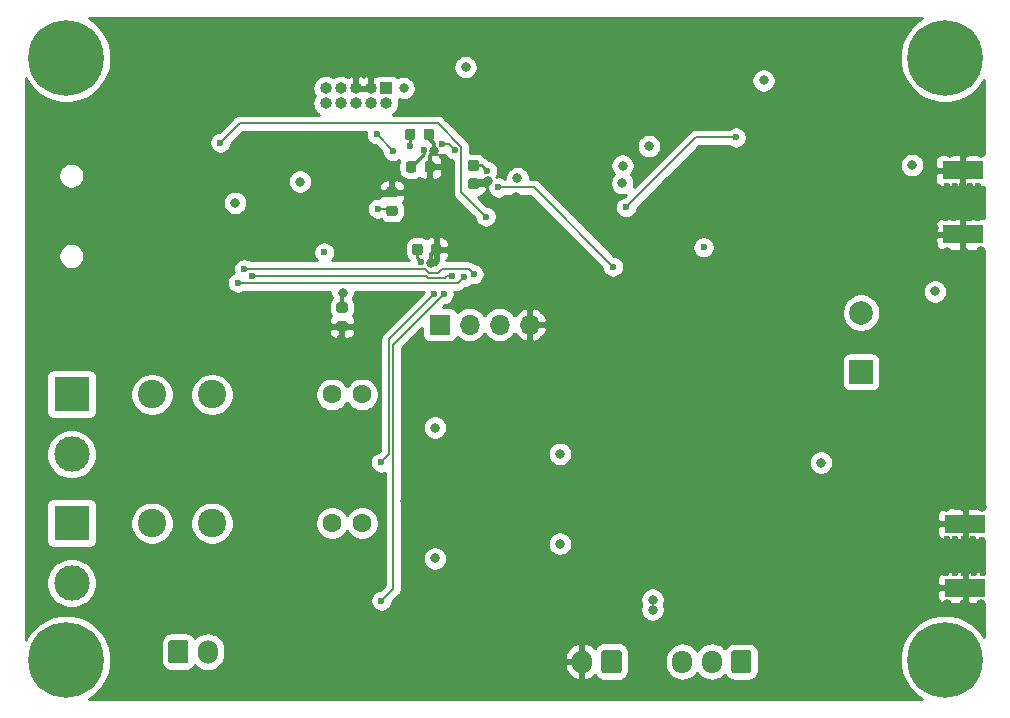
<source format=gbl>
G04 #@! TF.GenerationSoftware,KiCad,Pcbnew,(5.1.4)-1*
G04 #@! TF.CreationDate,2022-02-20T14:42:12-05:00*
G04 #@! TF.ProjectId,Recovery PCB,5265636f-7665-4727-9920-5043422e6b69,rev?*
G04 #@! TF.SameCoordinates,Original*
G04 #@! TF.FileFunction,Copper,L4,Bot*
G04 #@! TF.FilePolarity,Positive*
%FSLAX46Y46*%
G04 Gerber Fmt 4.6, Leading zero omitted, Abs format (unit mm)*
G04 Created by KiCad (PCBNEW (5.1.4)-1) date 2022-02-20 14:42:12*
%MOMM*%
%LPD*%
G04 APERTURE LIST*
%ADD10C,2.400000*%
%ADD11C,1.600000*%
%ADD12R,3.500000X1.500000*%
%ADD13C,0.800000*%
%ADD14C,6.400000*%
%ADD15C,0.100000*%
%ADD16C,0.900000*%
%ADD17R,1.700000X1.700000*%
%ADD18O,1.700000X1.700000*%
%ADD19C,0.875000*%
%ADD20O,1.700000X2.000000*%
%ADD21C,1.700000*%
%ADD22O,1.700000X1.950000*%
%ADD23C,3.000000*%
%ADD24R,3.000000X3.000000*%
%ADD25O,1.000000X1.000000*%
%ADD26R,1.000000X1.000000*%
%ADD27R,2.000000X2.000000*%
%ADD28C,2.000000*%
%ADD29C,0.600000*%
%ADD30C,0.304800*%
%ADD31C,0.254000*%
%ADD32C,0.203200*%
G04 APERTURE END LIST*
D10*
X103870000Y-109922500D03*
X108950000Y-109922500D03*
D11*
X119110000Y-109922500D03*
X121650000Y-109922500D03*
D10*
X103870000Y-99022500D03*
X108950000Y-99022500D03*
D11*
X119110000Y-99022500D03*
X121650000Y-99022500D03*
D12*
X172740000Y-109980000D03*
X172740000Y-115380000D03*
D13*
X172697056Y-119802944D03*
X171000000Y-119100000D03*
X169302944Y-119802944D03*
X168600000Y-121500000D03*
X169302944Y-123197056D03*
X171000000Y-123900000D03*
X172697056Y-123197056D03*
X173400000Y-121500000D03*
D14*
X171000000Y-121500000D03*
D13*
X98297056Y-119802944D03*
X96600000Y-119100000D03*
X94902944Y-119802944D03*
X94200000Y-121500000D03*
X94902944Y-123197056D03*
X96600000Y-123900000D03*
X98297056Y-123197056D03*
X99000000Y-121500000D03*
D14*
X96600000Y-121500000D03*
D13*
X172697056Y-68802944D03*
X171000000Y-68100000D03*
X169302944Y-68802944D03*
X168600000Y-70500000D03*
X169302944Y-72197056D03*
X171000000Y-72900000D03*
X172697056Y-72197056D03*
X173400000Y-70500000D03*
D14*
X171000000Y-70500000D03*
D13*
X98297056Y-68802944D03*
X96600000Y-68100000D03*
X94902944Y-68802944D03*
X94200000Y-70500000D03*
X94902944Y-72197056D03*
X96600000Y-72900000D03*
X98297056Y-72197056D03*
X99000000Y-70500000D03*
D14*
X96600000Y-70500000D03*
D12*
X172520000Y-80050000D03*
X172520000Y-85450000D03*
D15*
G36*
X131361454Y-79180083D02*
G01*
X131383295Y-79183323D01*
X131404714Y-79188688D01*
X131425504Y-79196127D01*
X131445464Y-79205568D01*
X131464403Y-79216919D01*
X131482138Y-79230073D01*
X131498499Y-79244901D01*
X131513327Y-79261262D01*
X131526481Y-79278997D01*
X131537832Y-79297936D01*
X131547273Y-79317896D01*
X131554712Y-79338686D01*
X131560077Y-79360105D01*
X131563317Y-79381946D01*
X131564400Y-79404000D01*
X131564400Y-79854000D01*
X131563317Y-79876054D01*
X131560077Y-79897895D01*
X131554712Y-79919314D01*
X131547273Y-79940104D01*
X131537832Y-79960064D01*
X131526481Y-79979003D01*
X131513327Y-79996738D01*
X131498499Y-80013099D01*
X131482138Y-80027927D01*
X131464403Y-80041081D01*
X131445464Y-80052432D01*
X131425504Y-80061873D01*
X131404714Y-80069312D01*
X131383295Y-80074677D01*
X131361454Y-80077917D01*
X131339400Y-80079000D01*
X130839400Y-80079000D01*
X130817346Y-80077917D01*
X130795505Y-80074677D01*
X130774086Y-80069312D01*
X130753296Y-80061873D01*
X130733336Y-80052432D01*
X130714397Y-80041081D01*
X130696662Y-80027927D01*
X130680301Y-80013099D01*
X130665473Y-79996738D01*
X130652319Y-79979003D01*
X130640968Y-79960064D01*
X130631527Y-79940104D01*
X130624088Y-79919314D01*
X130618723Y-79897895D01*
X130615483Y-79876054D01*
X130614400Y-79854000D01*
X130614400Y-79404000D01*
X130615483Y-79381946D01*
X130618723Y-79360105D01*
X130624088Y-79338686D01*
X130631527Y-79317896D01*
X130640968Y-79297936D01*
X130652319Y-79278997D01*
X130665473Y-79261262D01*
X130680301Y-79244901D01*
X130696662Y-79230073D01*
X130714397Y-79216919D01*
X130733336Y-79205568D01*
X130753296Y-79196127D01*
X130774086Y-79188688D01*
X130795505Y-79183323D01*
X130817346Y-79180083D01*
X130839400Y-79179000D01*
X131339400Y-79179000D01*
X131361454Y-79180083D01*
X131361454Y-79180083D01*
G37*
D16*
X131089400Y-79629000D03*
D15*
G36*
X131361454Y-80730083D02*
G01*
X131383295Y-80733323D01*
X131404714Y-80738688D01*
X131425504Y-80746127D01*
X131445464Y-80755568D01*
X131464403Y-80766919D01*
X131482138Y-80780073D01*
X131498499Y-80794901D01*
X131513327Y-80811262D01*
X131526481Y-80828997D01*
X131537832Y-80847936D01*
X131547273Y-80867896D01*
X131554712Y-80888686D01*
X131560077Y-80910105D01*
X131563317Y-80931946D01*
X131564400Y-80954000D01*
X131564400Y-81404000D01*
X131563317Y-81426054D01*
X131560077Y-81447895D01*
X131554712Y-81469314D01*
X131547273Y-81490104D01*
X131537832Y-81510064D01*
X131526481Y-81529003D01*
X131513327Y-81546738D01*
X131498499Y-81563099D01*
X131482138Y-81577927D01*
X131464403Y-81591081D01*
X131445464Y-81602432D01*
X131425504Y-81611873D01*
X131404714Y-81619312D01*
X131383295Y-81624677D01*
X131361454Y-81627917D01*
X131339400Y-81629000D01*
X130839400Y-81629000D01*
X130817346Y-81627917D01*
X130795505Y-81624677D01*
X130774086Y-81619312D01*
X130753296Y-81611873D01*
X130733336Y-81602432D01*
X130714397Y-81591081D01*
X130696662Y-81577927D01*
X130680301Y-81563099D01*
X130665473Y-81546738D01*
X130652319Y-81529003D01*
X130640968Y-81510064D01*
X130631527Y-81490104D01*
X130624088Y-81469314D01*
X130618723Y-81447895D01*
X130615483Y-81426054D01*
X130614400Y-81404000D01*
X130614400Y-80954000D01*
X130615483Y-80931946D01*
X130618723Y-80910105D01*
X130624088Y-80888686D01*
X130631527Y-80867896D01*
X130640968Y-80847936D01*
X130652319Y-80828997D01*
X130665473Y-80811262D01*
X130680301Y-80794901D01*
X130696662Y-80780073D01*
X130714397Y-80766919D01*
X130733336Y-80755568D01*
X130753296Y-80746127D01*
X130774086Y-80738688D01*
X130795505Y-80733323D01*
X130817346Y-80730083D01*
X130839400Y-80729000D01*
X131339400Y-80729000D01*
X131361454Y-80730083D01*
X131361454Y-80730083D01*
G37*
D16*
X131089400Y-81179000D03*
D17*
X128220000Y-93100000D03*
D18*
X130760000Y-93100000D03*
X133300000Y-93100000D03*
X135840000Y-93100000D03*
D15*
G36*
X120227691Y-92801053D02*
G01*
X120248926Y-92804203D01*
X120269750Y-92809419D01*
X120289962Y-92816651D01*
X120309368Y-92825830D01*
X120327781Y-92836866D01*
X120345024Y-92849654D01*
X120360930Y-92864070D01*
X120375346Y-92879976D01*
X120388134Y-92897219D01*
X120399170Y-92915632D01*
X120408349Y-92935038D01*
X120415581Y-92955250D01*
X120420797Y-92976074D01*
X120423947Y-92997309D01*
X120425000Y-93018750D01*
X120425000Y-93456250D01*
X120423947Y-93477691D01*
X120420797Y-93498926D01*
X120415581Y-93519750D01*
X120408349Y-93539962D01*
X120399170Y-93559368D01*
X120388134Y-93577781D01*
X120375346Y-93595024D01*
X120360930Y-93610930D01*
X120345024Y-93625346D01*
X120327781Y-93638134D01*
X120309368Y-93649170D01*
X120289962Y-93658349D01*
X120269750Y-93665581D01*
X120248926Y-93670797D01*
X120227691Y-93673947D01*
X120206250Y-93675000D01*
X119693750Y-93675000D01*
X119672309Y-93673947D01*
X119651074Y-93670797D01*
X119630250Y-93665581D01*
X119610038Y-93658349D01*
X119590632Y-93649170D01*
X119572219Y-93638134D01*
X119554976Y-93625346D01*
X119539070Y-93610930D01*
X119524654Y-93595024D01*
X119511866Y-93577781D01*
X119500830Y-93559368D01*
X119491651Y-93539962D01*
X119484419Y-93519750D01*
X119479203Y-93498926D01*
X119476053Y-93477691D01*
X119475000Y-93456250D01*
X119475000Y-93018750D01*
X119476053Y-92997309D01*
X119479203Y-92976074D01*
X119484419Y-92955250D01*
X119491651Y-92935038D01*
X119500830Y-92915632D01*
X119511866Y-92897219D01*
X119524654Y-92879976D01*
X119539070Y-92864070D01*
X119554976Y-92849654D01*
X119572219Y-92836866D01*
X119590632Y-92825830D01*
X119610038Y-92816651D01*
X119630250Y-92809419D01*
X119651074Y-92804203D01*
X119672309Y-92801053D01*
X119693750Y-92800000D01*
X120206250Y-92800000D01*
X120227691Y-92801053D01*
X120227691Y-92801053D01*
G37*
D19*
X119950000Y-93237500D03*
D15*
G36*
X120227691Y-91226053D02*
G01*
X120248926Y-91229203D01*
X120269750Y-91234419D01*
X120289962Y-91241651D01*
X120309368Y-91250830D01*
X120327781Y-91261866D01*
X120345024Y-91274654D01*
X120360930Y-91289070D01*
X120375346Y-91304976D01*
X120388134Y-91322219D01*
X120399170Y-91340632D01*
X120408349Y-91360038D01*
X120415581Y-91380250D01*
X120420797Y-91401074D01*
X120423947Y-91422309D01*
X120425000Y-91443750D01*
X120425000Y-91881250D01*
X120423947Y-91902691D01*
X120420797Y-91923926D01*
X120415581Y-91944750D01*
X120408349Y-91964962D01*
X120399170Y-91984368D01*
X120388134Y-92002781D01*
X120375346Y-92020024D01*
X120360930Y-92035930D01*
X120345024Y-92050346D01*
X120327781Y-92063134D01*
X120309368Y-92074170D01*
X120289962Y-92083349D01*
X120269750Y-92090581D01*
X120248926Y-92095797D01*
X120227691Y-92098947D01*
X120206250Y-92100000D01*
X119693750Y-92100000D01*
X119672309Y-92098947D01*
X119651074Y-92095797D01*
X119630250Y-92090581D01*
X119610038Y-92083349D01*
X119590632Y-92074170D01*
X119572219Y-92063134D01*
X119554976Y-92050346D01*
X119539070Y-92035930D01*
X119524654Y-92020024D01*
X119511866Y-92002781D01*
X119500830Y-91984368D01*
X119491651Y-91964962D01*
X119484419Y-91944750D01*
X119479203Y-91923926D01*
X119476053Y-91902691D01*
X119475000Y-91881250D01*
X119475000Y-91443750D01*
X119476053Y-91422309D01*
X119479203Y-91401074D01*
X119484419Y-91380250D01*
X119491651Y-91360038D01*
X119500830Y-91340632D01*
X119511866Y-91322219D01*
X119524654Y-91304976D01*
X119539070Y-91289070D01*
X119554976Y-91274654D01*
X119572219Y-91261866D01*
X119590632Y-91250830D01*
X119610038Y-91241651D01*
X119630250Y-91234419D01*
X119651074Y-91229203D01*
X119672309Y-91226053D01*
X119693750Y-91225000D01*
X120206250Y-91225000D01*
X120227691Y-91226053D01*
X120227691Y-91226053D01*
G37*
D19*
X119950000Y-91662500D03*
D20*
X108600000Y-120800000D03*
D15*
G36*
X106724504Y-119801204D02*
G01*
X106748773Y-119804804D01*
X106772571Y-119810765D01*
X106795671Y-119819030D01*
X106817849Y-119829520D01*
X106838893Y-119842133D01*
X106858598Y-119856747D01*
X106876777Y-119873223D01*
X106893253Y-119891402D01*
X106907867Y-119911107D01*
X106920480Y-119932151D01*
X106930970Y-119954329D01*
X106939235Y-119977429D01*
X106945196Y-120001227D01*
X106948796Y-120025496D01*
X106950000Y-120050000D01*
X106950000Y-121550000D01*
X106948796Y-121574504D01*
X106945196Y-121598773D01*
X106939235Y-121622571D01*
X106930970Y-121645671D01*
X106920480Y-121667849D01*
X106907867Y-121688893D01*
X106893253Y-121708598D01*
X106876777Y-121726777D01*
X106858598Y-121743253D01*
X106838893Y-121757867D01*
X106817849Y-121770480D01*
X106795671Y-121780970D01*
X106772571Y-121789235D01*
X106748773Y-121795196D01*
X106724504Y-121798796D01*
X106700000Y-121800000D01*
X105500000Y-121800000D01*
X105475496Y-121798796D01*
X105451227Y-121795196D01*
X105427429Y-121789235D01*
X105404329Y-121780970D01*
X105382151Y-121770480D01*
X105361107Y-121757867D01*
X105341402Y-121743253D01*
X105323223Y-121726777D01*
X105306747Y-121708598D01*
X105292133Y-121688893D01*
X105279520Y-121667849D01*
X105269030Y-121645671D01*
X105260765Y-121622571D01*
X105254804Y-121598773D01*
X105251204Y-121574504D01*
X105250000Y-121550000D01*
X105250000Y-120050000D01*
X105251204Y-120025496D01*
X105254804Y-120001227D01*
X105260765Y-119977429D01*
X105269030Y-119954329D01*
X105279520Y-119932151D01*
X105292133Y-119911107D01*
X105306747Y-119891402D01*
X105323223Y-119873223D01*
X105341402Y-119856747D01*
X105361107Y-119842133D01*
X105382151Y-119829520D01*
X105404329Y-119819030D01*
X105427429Y-119810765D01*
X105451227Y-119804804D01*
X105475496Y-119801204D01*
X105500000Y-119800000D01*
X106700000Y-119800000D01*
X106724504Y-119801204D01*
X106724504Y-119801204D01*
G37*
D21*
X106100000Y-120800000D03*
D15*
G36*
X154394504Y-120666204D02*
G01*
X154418773Y-120669804D01*
X154442571Y-120675765D01*
X154465671Y-120684030D01*
X154487849Y-120694520D01*
X154508893Y-120707133D01*
X154528598Y-120721747D01*
X154546777Y-120738223D01*
X154563253Y-120756402D01*
X154577867Y-120776107D01*
X154590480Y-120797151D01*
X154600970Y-120819329D01*
X154609235Y-120842429D01*
X154615196Y-120866227D01*
X154618796Y-120890496D01*
X154620000Y-120915000D01*
X154620000Y-122365000D01*
X154618796Y-122389504D01*
X154615196Y-122413773D01*
X154609235Y-122437571D01*
X154600970Y-122460671D01*
X154590480Y-122482849D01*
X154577867Y-122503893D01*
X154563253Y-122523598D01*
X154546777Y-122541777D01*
X154528598Y-122558253D01*
X154508893Y-122572867D01*
X154487849Y-122585480D01*
X154465671Y-122595970D01*
X154442571Y-122604235D01*
X154418773Y-122610196D01*
X154394504Y-122613796D01*
X154370000Y-122615000D01*
X153170000Y-122615000D01*
X153145496Y-122613796D01*
X153121227Y-122610196D01*
X153097429Y-122604235D01*
X153074329Y-122595970D01*
X153052151Y-122585480D01*
X153031107Y-122572867D01*
X153011402Y-122558253D01*
X152993223Y-122541777D01*
X152976747Y-122523598D01*
X152962133Y-122503893D01*
X152949520Y-122482849D01*
X152939030Y-122460671D01*
X152930765Y-122437571D01*
X152924804Y-122413773D01*
X152921204Y-122389504D01*
X152920000Y-122365000D01*
X152920000Y-120915000D01*
X152921204Y-120890496D01*
X152924804Y-120866227D01*
X152930765Y-120842429D01*
X152939030Y-120819329D01*
X152949520Y-120797151D01*
X152962133Y-120776107D01*
X152976747Y-120756402D01*
X152993223Y-120738223D01*
X153011402Y-120721747D01*
X153031107Y-120707133D01*
X153052151Y-120694520D01*
X153074329Y-120684030D01*
X153097429Y-120675765D01*
X153121227Y-120669804D01*
X153145496Y-120666204D01*
X153170000Y-120665000D01*
X154370000Y-120665000D01*
X154394504Y-120666204D01*
X154394504Y-120666204D01*
G37*
D21*
X153770000Y-121640000D03*
D22*
X151270000Y-121640000D03*
X148770000Y-121640000D03*
D23*
X97050000Y-114980000D03*
D24*
X97050000Y-109900000D03*
D23*
X97050000Y-104080000D03*
D24*
X97050000Y-99000000D03*
D20*
X140270000Y-121640000D03*
D15*
G36*
X143394504Y-120641204D02*
G01*
X143418773Y-120644804D01*
X143442571Y-120650765D01*
X143465671Y-120659030D01*
X143487849Y-120669520D01*
X143508893Y-120682133D01*
X143528598Y-120696747D01*
X143546777Y-120713223D01*
X143563253Y-120731402D01*
X143577867Y-120751107D01*
X143590480Y-120772151D01*
X143600970Y-120794329D01*
X143609235Y-120817429D01*
X143615196Y-120841227D01*
X143618796Y-120865496D01*
X143620000Y-120890000D01*
X143620000Y-122390000D01*
X143618796Y-122414504D01*
X143615196Y-122438773D01*
X143609235Y-122462571D01*
X143600970Y-122485671D01*
X143590480Y-122507849D01*
X143577867Y-122528893D01*
X143563253Y-122548598D01*
X143546777Y-122566777D01*
X143528598Y-122583253D01*
X143508893Y-122597867D01*
X143487849Y-122610480D01*
X143465671Y-122620970D01*
X143442571Y-122629235D01*
X143418773Y-122635196D01*
X143394504Y-122638796D01*
X143370000Y-122640000D01*
X142170000Y-122640000D01*
X142145496Y-122638796D01*
X142121227Y-122635196D01*
X142097429Y-122629235D01*
X142074329Y-122620970D01*
X142052151Y-122610480D01*
X142031107Y-122597867D01*
X142011402Y-122583253D01*
X141993223Y-122566777D01*
X141976747Y-122548598D01*
X141962133Y-122528893D01*
X141949520Y-122507849D01*
X141939030Y-122485671D01*
X141930765Y-122462571D01*
X141924804Y-122438773D01*
X141921204Y-122414504D01*
X141920000Y-122390000D01*
X141920000Y-120890000D01*
X141921204Y-120865496D01*
X141924804Y-120841227D01*
X141930765Y-120817429D01*
X141939030Y-120794329D01*
X141949520Y-120772151D01*
X141962133Y-120751107D01*
X141976747Y-120731402D01*
X141993223Y-120713223D01*
X142011402Y-120696747D01*
X142031107Y-120682133D01*
X142052151Y-120669520D01*
X142074329Y-120659030D01*
X142097429Y-120650765D01*
X142121227Y-120644804D01*
X142145496Y-120641204D01*
X142170000Y-120640000D01*
X143370000Y-120640000D01*
X143394504Y-120641204D01*
X143394504Y-120641204D01*
G37*
D21*
X142770000Y-121640000D03*
D25*
X118590000Y-74350000D03*
X118590000Y-73080000D03*
X119860000Y-74350000D03*
X119860000Y-73080000D03*
X121130000Y-74350000D03*
X121130000Y-73080000D03*
X122400000Y-74350000D03*
X122400000Y-73080000D03*
X123670000Y-74350000D03*
D26*
X123670000Y-73080000D03*
D15*
G36*
X127621191Y-79282053D02*
G01*
X127642426Y-79285203D01*
X127663250Y-79290419D01*
X127683462Y-79297651D01*
X127702868Y-79306830D01*
X127721281Y-79317866D01*
X127738524Y-79330654D01*
X127754430Y-79345070D01*
X127768846Y-79360976D01*
X127781634Y-79378219D01*
X127792670Y-79396632D01*
X127801849Y-79416038D01*
X127809081Y-79436250D01*
X127814297Y-79457074D01*
X127817447Y-79478309D01*
X127818500Y-79499750D01*
X127818500Y-80012250D01*
X127817447Y-80033691D01*
X127814297Y-80054926D01*
X127809081Y-80075750D01*
X127801849Y-80095962D01*
X127792670Y-80115368D01*
X127781634Y-80133781D01*
X127768846Y-80151024D01*
X127754430Y-80166930D01*
X127738524Y-80181346D01*
X127721281Y-80194134D01*
X127702868Y-80205170D01*
X127683462Y-80214349D01*
X127663250Y-80221581D01*
X127642426Y-80226797D01*
X127621191Y-80229947D01*
X127599750Y-80231000D01*
X127162250Y-80231000D01*
X127140809Y-80229947D01*
X127119574Y-80226797D01*
X127098750Y-80221581D01*
X127078538Y-80214349D01*
X127059132Y-80205170D01*
X127040719Y-80194134D01*
X127023476Y-80181346D01*
X127007570Y-80166930D01*
X126993154Y-80151024D01*
X126980366Y-80133781D01*
X126969330Y-80115368D01*
X126960151Y-80095962D01*
X126952919Y-80075750D01*
X126947703Y-80054926D01*
X126944553Y-80033691D01*
X126943500Y-80012250D01*
X126943500Y-79499750D01*
X126944553Y-79478309D01*
X126947703Y-79457074D01*
X126952919Y-79436250D01*
X126960151Y-79416038D01*
X126969330Y-79396632D01*
X126980366Y-79378219D01*
X126993154Y-79360976D01*
X127007570Y-79345070D01*
X127023476Y-79330654D01*
X127040719Y-79317866D01*
X127059132Y-79306830D01*
X127078538Y-79297651D01*
X127098750Y-79290419D01*
X127119574Y-79285203D01*
X127140809Y-79282053D01*
X127162250Y-79281000D01*
X127599750Y-79281000D01*
X127621191Y-79282053D01*
X127621191Y-79282053D01*
G37*
D19*
X127381000Y-79756000D03*
D15*
G36*
X126046191Y-79282053D02*
G01*
X126067426Y-79285203D01*
X126088250Y-79290419D01*
X126108462Y-79297651D01*
X126127868Y-79306830D01*
X126146281Y-79317866D01*
X126163524Y-79330654D01*
X126179430Y-79345070D01*
X126193846Y-79360976D01*
X126206634Y-79378219D01*
X126217670Y-79396632D01*
X126226849Y-79416038D01*
X126234081Y-79436250D01*
X126239297Y-79457074D01*
X126242447Y-79478309D01*
X126243500Y-79499750D01*
X126243500Y-80012250D01*
X126242447Y-80033691D01*
X126239297Y-80054926D01*
X126234081Y-80075750D01*
X126226849Y-80095962D01*
X126217670Y-80115368D01*
X126206634Y-80133781D01*
X126193846Y-80151024D01*
X126179430Y-80166930D01*
X126163524Y-80181346D01*
X126146281Y-80194134D01*
X126127868Y-80205170D01*
X126108462Y-80214349D01*
X126088250Y-80221581D01*
X126067426Y-80226797D01*
X126046191Y-80229947D01*
X126024750Y-80231000D01*
X125587250Y-80231000D01*
X125565809Y-80229947D01*
X125544574Y-80226797D01*
X125523750Y-80221581D01*
X125503538Y-80214349D01*
X125484132Y-80205170D01*
X125465719Y-80194134D01*
X125448476Y-80181346D01*
X125432570Y-80166930D01*
X125418154Y-80151024D01*
X125405366Y-80133781D01*
X125394330Y-80115368D01*
X125385151Y-80095962D01*
X125377919Y-80075750D01*
X125372703Y-80054926D01*
X125369553Y-80033691D01*
X125368500Y-80012250D01*
X125368500Y-79499750D01*
X125369553Y-79478309D01*
X125372703Y-79457074D01*
X125377919Y-79436250D01*
X125385151Y-79416038D01*
X125394330Y-79396632D01*
X125405366Y-79378219D01*
X125418154Y-79360976D01*
X125432570Y-79345070D01*
X125448476Y-79330654D01*
X125465719Y-79317866D01*
X125484132Y-79306830D01*
X125503538Y-79297651D01*
X125523750Y-79290419D01*
X125544574Y-79285203D01*
X125565809Y-79282053D01*
X125587250Y-79281000D01*
X126024750Y-79281000D01*
X126046191Y-79282053D01*
X126046191Y-79282053D01*
G37*
D19*
X125806000Y-79756000D03*
D15*
G36*
X124458291Y-81452953D02*
G01*
X124479526Y-81456103D01*
X124500350Y-81461319D01*
X124520562Y-81468551D01*
X124539968Y-81477730D01*
X124558381Y-81488766D01*
X124575624Y-81501554D01*
X124591530Y-81515970D01*
X124605946Y-81531876D01*
X124618734Y-81549119D01*
X124629770Y-81567532D01*
X124638949Y-81586938D01*
X124646181Y-81607150D01*
X124651397Y-81627974D01*
X124654547Y-81649209D01*
X124655600Y-81670650D01*
X124655600Y-82108150D01*
X124654547Y-82129591D01*
X124651397Y-82150826D01*
X124646181Y-82171650D01*
X124638949Y-82191862D01*
X124629770Y-82211268D01*
X124618734Y-82229681D01*
X124605946Y-82246924D01*
X124591530Y-82262830D01*
X124575624Y-82277246D01*
X124558381Y-82290034D01*
X124539968Y-82301070D01*
X124520562Y-82310249D01*
X124500350Y-82317481D01*
X124479526Y-82322697D01*
X124458291Y-82325847D01*
X124436850Y-82326900D01*
X123924350Y-82326900D01*
X123902909Y-82325847D01*
X123881674Y-82322697D01*
X123860850Y-82317481D01*
X123840638Y-82310249D01*
X123821232Y-82301070D01*
X123802819Y-82290034D01*
X123785576Y-82277246D01*
X123769670Y-82262830D01*
X123755254Y-82246924D01*
X123742466Y-82229681D01*
X123731430Y-82211268D01*
X123722251Y-82191862D01*
X123715019Y-82171650D01*
X123709803Y-82150826D01*
X123706653Y-82129591D01*
X123705600Y-82108150D01*
X123705600Y-81670650D01*
X123706653Y-81649209D01*
X123709803Y-81627974D01*
X123715019Y-81607150D01*
X123722251Y-81586938D01*
X123731430Y-81567532D01*
X123742466Y-81549119D01*
X123755254Y-81531876D01*
X123769670Y-81515970D01*
X123785576Y-81501554D01*
X123802819Y-81488766D01*
X123821232Y-81477730D01*
X123840638Y-81468551D01*
X123860850Y-81461319D01*
X123881674Y-81456103D01*
X123902909Y-81452953D01*
X123924350Y-81451900D01*
X124436850Y-81451900D01*
X124458291Y-81452953D01*
X124458291Y-81452953D01*
G37*
D19*
X124180600Y-81889400D03*
D15*
G36*
X124458291Y-83027953D02*
G01*
X124479526Y-83031103D01*
X124500350Y-83036319D01*
X124520562Y-83043551D01*
X124539968Y-83052730D01*
X124558381Y-83063766D01*
X124575624Y-83076554D01*
X124591530Y-83090970D01*
X124605946Y-83106876D01*
X124618734Y-83124119D01*
X124629770Y-83142532D01*
X124638949Y-83161938D01*
X124646181Y-83182150D01*
X124651397Y-83202974D01*
X124654547Y-83224209D01*
X124655600Y-83245650D01*
X124655600Y-83683150D01*
X124654547Y-83704591D01*
X124651397Y-83725826D01*
X124646181Y-83746650D01*
X124638949Y-83766862D01*
X124629770Y-83786268D01*
X124618734Y-83804681D01*
X124605946Y-83821924D01*
X124591530Y-83837830D01*
X124575624Y-83852246D01*
X124558381Y-83865034D01*
X124539968Y-83876070D01*
X124520562Y-83885249D01*
X124500350Y-83892481D01*
X124479526Y-83897697D01*
X124458291Y-83900847D01*
X124436850Y-83901900D01*
X123924350Y-83901900D01*
X123902909Y-83900847D01*
X123881674Y-83897697D01*
X123860850Y-83892481D01*
X123840638Y-83885249D01*
X123821232Y-83876070D01*
X123802819Y-83865034D01*
X123785576Y-83852246D01*
X123769670Y-83837830D01*
X123755254Y-83821924D01*
X123742466Y-83804681D01*
X123731430Y-83786268D01*
X123722251Y-83766862D01*
X123715019Y-83746650D01*
X123709803Y-83725826D01*
X123706653Y-83704591D01*
X123705600Y-83683150D01*
X123705600Y-83245650D01*
X123706653Y-83224209D01*
X123709803Y-83202974D01*
X123715019Y-83182150D01*
X123722251Y-83161938D01*
X123731430Y-83142532D01*
X123742466Y-83124119D01*
X123755254Y-83106876D01*
X123769670Y-83090970D01*
X123785576Y-83076554D01*
X123802819Y-83063766D01*
X123821232Y-83052730D01*
X123840638Y-83043551D01*
X123860850Y-83036319D01*
X123881674Y-83031103D01*
X123902909Y-83027953D01*
X123924350Y-83026900D01*
X124436850Y-83026900D01*
X124458291Y-83027953D01*
X124458291Y-83027953D01*
G37*
D19*
X124180600Y-83464400D03*
D15*
G36*
X128154591Y-86267053D02*
G01*
X128175826Y-86270203D01*
X128196650Y-86275419D01*
X128216862Y-86282651D01*
X128236268Y-86291830D01*
X128254681Y-86302866D01*
X128271924Y-86315654D01*
X128287830Y-86330070D01*
X128302246Y-86345976D01*
X128315034Y-86363219D01*
X128326070Y-86381632D01*
X128335249Y-86401038D01*
X128342481Y-86421250D01*
X128347697Y-86442074D01*
X128350847Y-86463309D01*
X128351900Y-86484750D01*
X128351900Y-86997250D01*
X128350847Y-87018691D01*
X128347697Y-87039926D01*
X128342481Y-87060750D01*
X128335249Y-87080962D01*
X128326070Y-87100368D01*
X128315034Y-87118781D01*
X128302246Y-87136024D01*
X128287830Y-87151930D01*
X128271924Y-87166346D01*
X128254681Y-87179134D01*
X128236268Y-87190170D01*
X128216862Y-87199349D01*
X128196650Y-87206581D01*
X128175826Y-87211797D01*
X128154591Y-87214947D01*
X128133150Y-87216000D01*
X127695650Y-87216000D01*
X127674209Y-87214947D01*
X127652974Y-87211797D01*
X127632150Y-87206581D01*
X127611938Y-87199349D01*
X127592532Y-87190170D01*
X127574119Y-87179134D01*
X127556876Y-87166346D01*
X127540970Y-87151930D01*
X127526554Y-87136024D01*
X127513766Y-87118781D01*
X127502730Y-87100368D01*
X127493551Y-87080962D01*
X127486319Y-87060750D01*
X127481103Y-87039926D01*
X127477953Y-87018691D01*
X127476900Y-86997250D01*
X127476900Y-86484750D01*
X127477953Y-86463309D01*
X127481103Y-86442074D01*
X127486319Y-86421250D01*
X127493551Y-86401038D01*
X127502730Y-86381632D01*
X127513766Y-86363219D01*
X127526554Y-86345976D01*
X127540970Y-86330070D01*
X127556876Y-86315654D01*
X127574119Y-86302866D01*
X127592532Y-86291830D01*
X127611938Y-86282651D01*
X127632150Y-86275419D01*
X127652974Y-86270203D01*
X127674209Y-86267053D01*
X127695650Y-86266000D01*
X128133150Y-86266000D01*
X128154591Y-86267053D01*
X128154591Y-86267053D01*
G37*
D19*
X127914400Y-86741000D03*
D15*
G36*
X126579591Y-86267053D02*
G01*
X126600826Y-86270203D01*
X126621650Y-86275419D01*
X126641862Y-86282651D01*
X126661268Y-86291830D01*
X126679681Y-86302866D01*
X126696924Y-86315654D01*
X126712830Y-86330070D01*
X126727246Y-86345976D01*
X126740034Y-86363219D01*
X126751070Y-86381632D01*
X126760249Y-86401038D01*
X126767481Y-86421250D01*
X126772697Y-86442074D01*
X126775847Y-86463309D01*
X126776900Y-86484750D01*
X126776900Y-86997250D01*
X126775847Y-87018691D01*
X126772697Y-87039926D01*
X126767481Y-87060750D01*
X126760249Y-87080962D01*
X126751070Y-87100368D01*
X126740034Y-87118781D01*
X126727246Y-87136024D01*
X126712830Y-87151930D01*
X126696924Y-87166346D01*
X126679681Y-87179134D01*
X126661268Y-87190170D01*
X126641862Y-87199349D01*
X126621650Y-87206581D01*
X126600826Y-87211797D01*
X126579591Y-87214947D01*
X126558150Y-87216000D01*
X126120650Y-87216000D01*
X126099209Y-87214947D01*
X126077974Y-87211797D01*
X126057150Y-87206581D01*
X126036938Y-87199349D01*
X126017532Y-87190170D01*
X125999119Y-87179134D01*
X125981876Y-87166346D01*
X125965970Y-87151930D01*
X125951554Y-87136024D01*
X125938766Y-87118781D01*
X125927730Y-87100368D01*
X125918551Y-87080962D01*
X125911319Y-87060750D01*
X125906103Y-87039926D01*
X125902953Y-87018691D01*
X125901900Y-86997250D01*
X125901900Y-86484750D01*
X125902953Y-86463309D01*
X125906103Y-86442074D01*
X125911319Y-86421250D01*
X125918551Y-86401038D01*
X125927730Y-86381632D01*
X125938766Y-86363219D01*
X125951554Y-86345976D01*
X125965970Y-86330070D01*
X125981876Y-86315654D01*
X125999119Y-86302866D01*
X126017532Y-86291830D01*
X126036938Y-86282651D01*
X126057150Y-86275419D01*
X126077974Y-86270203D01*
X126099209Y-86267053D01*
X126120650Y-86266000D01*
X126558150Y-86266000D01*
X126579591Y-86267053D01*
X126579591Y-86267053D01*
G37*
D19*
X126339400Y-86741000D03*
D15*
G36*
X125970191Y-76513453D02*
G01*
X125991426Y-76516603D01*
X126012250Y-76521819D01*
X126032462Y-76529051D01*
X126051868Y-76538230D01*
X126070281Y-76549266D01*
X126087524Y-76562054D01*
X126103430Y-76576470D01*
X126117846Y-76592376D01*
X126130634Y-76609619D01*
X126141670Y-76628032D01*
X126150849Y-76647438D01*
X126158081Y-76667650D01*
X126163297Y-76688474D01*
X126166447Y-76709709D01*
X126167500Y-76731150D01*
X126167500Y-77243650D01*
X126166447Y-77265091D01*
X126163297Y-77286326D01*
X126158081Y-77307150D01*
X126150849Y-77327362D01*
X126141670Y-77346768D01*
X126130634Y-77365181D01*
X126117846Y-77382424D01*
X126103430Y-77398330D01*
X126087524Y-77412746D01*
X126070281Y-77425534D01*
X126051868Y-77436570D01*
X126032462Y-77445749D01*
X126012250Y-77452981D01*
X125991426Y-77458197D01*
X125970191Y-77461347D01*
X125948750Y-77462400D01*
X125511250Y-77462400D01*
X125489809Y-77461347D01*
X125468574Y-77458197D01*
X125447750Y-77452981D01*
X125427538Y-77445749D01*
X125408132Y-77436570D01*
X125389719Y-77425534D01*
X125372476Y-77412746D01*
X125356570Y-77398330D01*
X125342154Y-77382424D01*
X125329366Y-77365181D01*
X125318330Y-77346768D01*
X125309151Y-77327362D01*
X125301919Y-77307150D01*
X125296703Y-77286326D01*
X125293553Y-77265091D01*
X125292500Y-77243650D01*
X125292500Y-76731150D01*
X125293553Y-76709709D01*
X125296703Y-76688474D01*
X125301919Y-76667650D01*
X125309151Y-76647438D01*
X125318330Y-76628032D01*
X125329366Y-76609619D01*
X125342154Y-76592376D01*
X125356570Y-76576470D01*
X125372476Y-76562054D01*
X125389719Y-76549266D01*
X125408132Y-76538230D01*
X125427538Y-76529051D01*
X125447750Y-76521819D01*
X125468574Y-76516603D01*
X125489809Y-76513453D01*
X125511250Y-76512400D01*
X125948750Y-76512400D01*
X125970191Y-76513453D01*
X125970191Y-76513453D01*
G37*
D19*
X125730000Y-76987400D03*
D15*
G36*
X127545191Y-76513453D02*
G01*
X127566426Y-76516603D01*
X127587250Y-76521819D01*
X127607462Y-76529051D01*
X127626868Y-76538230D01*
X127645281Y-76549266D01*
X127662524Y-76562054D01*
X127678430Y-76576470D01*
X127692846Y-76592376D01*
X127705634Y-76609619D01*
X127716670Y-76628032D01*
X127725849Y-76647438D01*
X127733081Y-76667650D01*
X127738297Y-76688474D01*
X127741447Y-76709709D01*
X127742500Y-76731150D01*
X127742500Y-77243650D01*
X127741447Y-77265091D01*
X127738297Y-77286326D01*
X127733081Y-77307150D01*
X127725849Y-77327362D01*
X127716670Y-77346768D01*
X127705634Y-77365181D01*
X127692846Y-77382424D01*
X127678430Y-77398330D01*
X127662524Y-77412746D01*
X127645281Y-77425534D01*
X127626868Y-77436570D01*
X127607462Y-77445749D01*
X127587250Y-77452981D01*
X127566426Y-77458197D01*
X127545191Y-77461347D01*
X127523750Y-77462400D01*
X127086250Y-77462400D01*
X127064809Y-77461347D01*
X127043574Y-77458197D01*
X127022750Y-77452981D01*
X127002538Y-77445749D01*
X126983132Y-77436570D01*
X126964719Y-77425534D01*
X126947476Y-77412746D01*
X126931570Y-77398330D01*
X126917154Y-77382424D01*
X126904366Y-77365181D01*
X126893330Y-77346768D01*
X126884151Y-77327362D01*
X126876919Y-77307150D01*
X126871703Y-77286326D01*
X126868553Y-77265091D01*
X126867500Y-77243650D01*
X126867500Y-76731150D01*
X126868553Y-76709709D01*
X126871703Y-76688474D01*
X126876919Y-76667650D01*
X126884151Y-76647438D01*
X126893330Y-76628032D01*
X126904366Y-76609619D01*
X126917154Y-76592376D01*
X126931570Y-76576470D01*
X126947476Y-76562054D01*
X126964719Y-76549266D01*
X126983132Y-76538230D01*
X127002538Y-76529051D01*
X127022750Y-76521819D01*
X127043574Y-76516603D01*
X127064809Y-76513453D01*
X127086250Y-76512400D01*
X127523750Y-76512400D01*
X127545191Y-76513453D01*
X127545191Y-76513453D01*
G37*
D19*
X127305000Y-76987400D03*
D27*
X163900000Y-97100000D03*
D28*
X163900000Y-92100000D03*
D13*
X143710000Y-79640000D03*
X143680000Y-81140000D03*
X125170000Y-73090000D03*
X130420000Y-71310000D03*
X110900000Y-82800000D03*
X134800000Y-80700002D03*
X119999200Y-90400810D03*
X127810000Y-112910000D03*
X127820000Y-101830000D03*
X116400000Y-81000000D03*
X146250000Y-116400000D03*
X146250000Y-117250000D03*
X145930200Y-77992000D03*
X138390000Y-111660000D03*
X138390000Y-104060000D03*
X155650000Y-72440000D03*
X168220000Y-79600000D03*
X170154600Y-90297000D03*
X160502600Y-104800400D03*
D29*
X150560200Y-86562000D03*
D13*
X107000000Y-77400000D03*
D29*
X170170000Y-112110000D03*
X170160000Y-113490000D03*
X158010000Y-113490000D03*
X161040000Y-113490000D03*
X160280000Y-113490000D03*
X158760000Y-113490000D03*
X159520000Y-113490000D03*
X161800000Y-113490000D03*
X167120000Y-113490000D03*
X163320000Y-113490000D03*
X166360000Y-113490000D03*
X164840000Y-113490000D03*
X165600000Y-113490000D03*
X167880000Y-113490000D03*
X168640000Y-113490000D03*
X162560000Y-113490000D03*
X169400000Y-113490000D03*
X164080000Y-113490000D03*
D13*
X165270000Y-81250000D03*
X165300000Y-78290000D03*
X172770000Y-78620000D03*
X174080000Y-78620000D03*
X171430000Y-78620000D03*
X172610000Y-86960000D03*
X171160000Y-86960000D03*
X174060000Y-86910000D03*
X172590000Y-108585000D03*
X171119800Y-108585000D03*
X174117000Y-108585000D03*
X172618400Y-116763800D03*
X171196000Y-116763800D03*
X174091600Y-116763800D03*
X107040000Y-80960000D03*
D29*
X158020000Y-112110000D03*
X158779375Y-112110000D03*
X159538750Y-112110000D03*
X160298125Y-112110000D03*
X161057500Y-112110000D03*
X161816875Y-112110000D03*
X162576250Y-112110000D03*
X163335625Y-112110000D03*
X164095000Y-112110000D03*
X164854375Y-112110000D03*
X165613750Y-112110000D03*
X166373125Y-112110000D03*
X167132500Y-112110000D03*
X168651250Y-112110000D03*
X167891875Y-112110000D03*
D13*
X117700000Y-79300000D03*
X120050000Y-81700000D03*
X120050000Y-82400000D03*
D29*
X169410625Y-112110000D03*
X131400000Y-74000000D03*
D13*
X134200000Y-74500000D03*
X134200000Y-72400000D03*
X134700000Y-82300000D03*
X119900000Y-94300000D03*
X121362510Y-90674282D03*
X118100000Y-90650000D03*
X105400000Y-91400000D03*
X107400000Y-91400000D03*
X96600000Y-91400000D03*
X98500000Y-91400000D03*
X96400000Y-77400000D03*
X98500000Y-77400000D03*
X105600000Y-77400000D03*
X125270000Y-108080000D03*
X154000000Y-89300000D03*
D29*
X171100000Y-114100000D03*
X171875000Y-114100000D03*
X172650000Y-114100000D03*
X173425000Y-114100000D03*
X174200000Y-114100000D03*
X171145200Y-111302800D03*
X171856400Y-111302800D03*
X172593000Y-111302800D03*
X173380400Y-111302800D03*
X174167800Y-111328200D03*
D13*
X154900000Y-112400000D03*
X154900000Y-113100000D03*
X131200000Y-86800000D03*
D29*
X168000000Y-82100000D03*
X170100000Y-82100000D03*
X170100000Y-83500000D03*
X171170600Y-81407000D03*
X168700000Y-82110000D03*
X169400000Y-82110000D03*
X170120000Y-84240000D03*
D13*
X170100000Y-84943333D03*
X168000000Y-84074000D03*
X168010000Y-84886800D03*
X167995600Y-85699600D03*
X147330200Y-83782000D03*
X145950200Y-79592000D03*
X123012200Y-82143600D03*
X132308600Y-80975200D03*
X127508000Y-87884000D03*
D29*
X171831000Y-81381600D03*
X172466000Y-81381600D03*
X173126400Y-81381600D03*
X173761400Y-81381600D03*
D13*
X127751704Y-78450432D03*
D29*
X170129200Y-85674200D03*
X170154600Y-86309200D03*
X167995600Y-86436200D03*
X171069000Y-84124800D03*
X171780200Y-84124800D03*
X172491400Y-84124800D03*
X173151800Y-84124800D03*
X173812200Y-84124800D03*
X152130200Y-86572000D03*
X154152600Y-75285600D03*
X156083000Y-77698600D03*
X132222861Y-80079282D03*
X126614192Y-87778507D03*
X118440200Y-86995000D03*
X125730000Y-78003400D03*
X109650000Y-77700000D03*
X132130800Y-83972400D03*
X112340097Y-88989748D03*
X129250000Y-89000000D03*
X131100000Y-88838390D03*
X111661610Y-88411610D03*
X111150000Y-89550000D03*
X130247119Y-89102881D03*
X133200000Y-81500000D03*
X142896610Y-88203390D03*
X153289000Y-77266800D03*
X143992600Y-83185000D03*
X128407395Y-77833918D03*
X129491817Y-78308584D03*
X128560013Y-90538390D03*
X123290000Y-116470000D03*
X127772245Y-90510635D03*
X123250000Y-104780000D03*
X126860680Y-78323553D03*
X122961400Y-83286600D03*
X124256800Y-78409800D03*
X122885200Y-77012800D03*
D30*
X119950000Y-91662500D02*
X119950000Y-90450010D01*
X119950000Y-90450010D02*
X119999200Y-90400810D01*
X119900000Y-94300000D02*
X119900000Y-93287500D01*
X119900000Y-93287500D02*
X119950000Y-93237500D01*
X123926400Y-82143600D02*
X124180600Y-81889400D01*
X123012200Y-82143600D02*
X123926400Y-82143600D01*
X131293200Y-80975200D02*
X131089400Y-81179000D01*
X132308600Y-80975200D02*
X131293200Y-80975200D01*
X127508000Y-87147400D02*
X127914400Y-86741000D01*
X127508000Y-87884000D02*
X127508000Y-87147400D01*
X127381000Y-79756000D02*
X127381000Y-78821136D01*
X127381000Y-78821136D02*
X127751704Y-78450432D01*
X127279400Y-77343000D02*
X127751704Y-77815304D01*
X127751704Y-77815304D02*
X127751704Y-77884747D01*
X127751704Y-77884747D02*
X127751704Y-78450432D01*
X154152600Y-75285600D02*
X156083000Y-77216000D01*
X156083000Y-77216000D02*
X156083000Y-77698600D01*
D31*
X131922862Y-79779283D02*
X132222861Y-80079282D01*
X131772579Y-79629000D02*
X131922862Y-79779283D01*
X131089400Y-79629000D02*
X131772579Y-79629000D01*
X126339400Y-87503715D02*
X126614192Y-87778507D01*
X126339400Y-86741000D02*
X126339400Y-87503715D01*
X125730000Y-76987400D02*
X125730000Y-78003400D01*
D32*
X128066800Y-76073000D02*
X111277000Y-76073000D01*
X111277000Y-76073000D02*
X109949999Y-77400001D01*
X132130800Y-83972400D02*
X130053419Y-81895019D01*
X109949999Y-77400001D02*
X109650000Y-77700000D01*
X130053419Y-81895019D02*
X130053419Y-78059619D01*
X130053419Y-78059619D02*
X128066800Y-76073000D01*
X128825736Y-89000000D02*
X129250000Y-89000000D01*
X127061861Y-88989748D02*
X127198483Y-89126370D01*
X112340097Y-88989748D02*
X127061861Y-88989748D01*
X128699366Y-89126370D02*
X128825736Y-89000000D01*
X127198483Y-89126370D02*
X128699366Y-89126370D01*
X127319466Y-88733696D02*
X126997380Y-88411610D01*
X131100000Y-88838390D02*
X130673220Y-88411610D01*
X130673220Y-88411610D02*
X128430424Y-88411610D01*
X126997380Y-88411610D02*
X112085874Y-88411610D01*
X128430424Y-88411610D02*
X128108338Y-88733696D01*
X128108338Y-88733696D02*
X127319466Y-88733696D01*
X112085874Y-88411610D02*
X111661610Y-88411610D01*
X129750000Y-89600000D02*
X130247119Y-89102881D01*
X111200000Y-89600000D02*
X129750000Y-89600000D01*
X111150000Y-89550000D02*
X111200000Y-89600000D01*
X136193220Y-81500000D02*
X142896610Y-88203390D01*
X133200000Y-81500000D02*
X136193220Y-81500000D01*
X149910800Y-77266800D02*
X153289000Y-77266800D01*
X143992600Y-83185000D02*
X149910800Y-77266800D01*
X128407395Y-77833918D02*
X129017151Y-77833918D01*
X129017151Y-77833918D02*
X129191818Y-78008585D01*
X129191818Y-78008585D02*
X129491817Y-78308584D01*
X128538728Y-90538390D02*
X128560013Y-90538390D01*
X128260014Y-90838389D02*
X128560013Y-90538390D01*
X124301601Y-94796802D02*
X128260014Y-90838389D01*
X124301601Y-115458399D02*
X124301601Y-94796802D01*
X123290000Y-116470000D02*
X124301601Y-115458399D01*
X127472246Y-90810634D02*
X127772245Y-90510635D01*
X123938391Y-94344489D02*
X127472246Y-90810634D01*
X123938391Y-104091609D02*
X123938391Y-94344489D01*
X123250000Y-104780000D02*
X123938391Y-104091609D01*
D31*
X125806000Y-79756000D02*
X126860680Y-78701320D01*
X126860680Y-78701320D02*
X126860680Y-78323553D01*
D32*
X124002800Y-83286600D02*
X124180600Y-83464400D01*
X122961400Y-83286600D02*
X124002800Y-83286600D01*
X124256800Y-78409800D02*
X124256800Y-78384400D01*
X124256800Y-78384400D02*
X122885200Y-77012800D01*
D31*
G36*
X168555330Y-67521161D02*
G01*
X168021161Y-68055330D01*
X167601467Y-68683446D01*
X167312377Y-69381372D01*
X167165000Y-70122285D01*
X167165000Y-70877715D01*
X167312377Y-71618628D01*
X167601467Y-72316554D01*
X168021161Y-72944670D01*
X168555330Y-73478839D01*
X169183446Y-73898533D01*
X169881372Y-74187623D01*
X170622285Y-74335000D01*
X171377715Y-74335000D01*
X172118628Y-74187623D01*
X172816554Y-73898533D01*
X173444670Y-73478839D01*
X173978839Y-72944670D01*
X174340000Y-72404155D01*
X174340000Y-78668822D01*
X174270000Y-78661928D01*
X172805750Y-78665000D01*
X172647000Y-78823750D01*
X172647000Y-79923000D01*
X172667000Y-79923000D01*
X172667000Y-80177000D01*
X172647000Y-80177000D01*
X172647000Y-81276250D01*
X172805750Y-81435000D01*
X174270000Y-81438072D01*
X174340000Y-81431178D01*
X174340000Y-84068822D01*
X174270000Y-84061928D01*
X172805750Y-84065000D01*
X172647000Y-84223750D01*
X172647000Y-85323000D01*
X172667000Y-85323000D01*
X172667000Y-85577000D01*
X172647000Y-85577000D01*
X172647000Y-86676250D01*
X172805750Y-86835000D01*
X174270000Y-86838072D01*
X174340000Y-86831178D01*
X174340001Y-108592243D01*
X173025750Y-108595000D01*
X172867000Y-108753750D01*
X172867000Y-109853000D01*
X172887000Y-109853000D01*
X172887000Y-110107000D01*
X172867000Y-110107000D01*
X172867000Y-111206250D01*
X173025750Y-111365000D01*
X174340001Y-111367757D01*
X174340001Y-113992243D01*
X173025750Y-113995000D01*
X172867000Y-114153750D01*
X172867000Y-115253000D01*
X172887000Y-115253000D01*
X172887000Y-115507000D01*
X172867000Y-115507000D01*
X172867000Y-116606250D01*
X173025750Y-116765000D01*
X174340001Y-116767757D01*
X174340001Y-119595847D01*
X173978839Y-119055330D01*
X173444670Y-118521161D01*
X172816554Y-118101467D01*
X172118628Y-117812377D01*
X171377715Y-117665000D01*
X170622285Y-117665000D01*
X169881372Y-117812377D01*
X169183446Y-118101467D01*
X168555330Y-118521161D01*
X168021161Y-119055330D01*
X167601467Y-119683446D01*
X167312377Y-120381372D01*
X167165000Y-121122285D01*
X167165000Y-121877715D01*
X167312377Y-122618628D01*
X167601467Y-123316554D01*
X168021161Y-123944670D01*
X168555330Y-124478839D01*
X169095845Y-124840000D01*
X98504155Y-124840000D01*
X99044670Y-124478839D01*
X99578839Y-123944670D01*
X99998533Y-123316554D01*
X100287623Y-122618628D01*
X100435000Y-121877715D01*
X100435000Y-121122285D01*
X100287623Y-120381372D01*
X100150365Y-120050000D01*
X104611928Y-120050000D01*
X104611928Y-121550000D01*
X104628992Y-121723254D01*
X104679528Y-121889850D01*
X104761595Y-122043386D01*
X104872038Y-122177962D01*
X105006614Y-122288405D01*
X105160150Y-122370472D01*
X105326746Y-122421008D01*
X105500000Y-122438072D01*
X106700000Y-122438072D01*
X106873254Y-122421008D01*
X107039850Y-122370472D01*
X107193386Y-122288405D01*
X107327962Y-122177962D01*
X107438405Y-122043386D01*
X107492777Y-121941663D01*
X107544866Y-122005134D01*
X107770987Y-122190706D01*
X108028967Y-122328599D01*
X108308890Y-122413513D01*
X108600000Y-122442185D01*
X108891111Y-122413513D01*
X109171034Y-122328599D01*
X109429014Y-122190706D01*
X109655134Y-122005134D01*
X109659559Y-121999742D01*
X138798715Y-121999742D01*
X138867904Y-122282745D01*
X138990975Y-122546812D01*
X139163198Y-122781795D01*
X139377954Y-122978664D01*
X139626991Y-123129854D01*
X139900739Y-123229554D01*
X139913110Y-123231476D01*
X140143000Y-123110155D01*
X140143000Y-121767000D01*
X138942768Y-121767000D01*
X138798715Y-121999742D01*
X109659559Y-121999742D01*
X109840706Y-121779014D01*
X109978599Y-121521033D01*
X110051637Y-121280258D01*
X138798715Y-121280258D01*
X138942768Y-121513000D01*
X140143000Y-121513000D01*
X140143000Y-120169845D01*
X140397000Y-120169845D01*
X140397000Y-121513000D01*
X140417000Y-121513000D01*
X140417000Y-121767000D01*
X140397000Y-121767000D01*
X140397000Y-123110155D01*
X140626890Y-123231476D01*
X140639261Y-123229554D01*
X140913009Y-123129854D01*
X141162046Y-122978664D01*
X141376802Y-122781795D01*
X141377086Y-122781407D01*
X141431595Y-122883386D01*
X141542038Y-123017962D01*
X141676614Y-123128405D01*
X141830150Y-123210472D01*
X141996746Y-123261008D01*
X142170000Y-123278072D01*
X143370000Y-123278072D01*
X143543254Y-123261008D01*
X143709850Y-123210472D01*
X143863386Y-123128405D01*
X143997962Y-123017962D01*
X144108405Y-122883386D01*
X144190472Y-122729850D01*
X144241008Y-122563254D01*
X144258072Y-122390000D01*
X144258072Y-121442050D01*
X147285000Y-121442050D01*
X147285000Y-121837949D01*
X147306487Y-122056110D01*
X147391401Y-122336033D01*
X147529294Y-122594013D01*
X147714866Y-122820134D01*
X147940986Y-123005706D01*
X148198966Y-123143599D01*
X148478889Y-123228513D01*
X148770000Y-123257185D01*
X149061110Y-123228513D01*
X149341033Y-123143599D01*
X149599013Y-123005706D01*
X149825134Y-122820134D01*
X150010706Y-122594014D01*
X150020000Y-122576626D01*
X150029294Y-122594013D01*
X150214866Y-122820134D01*
X150440986Y-123005706D01*
X150698966Y-123143599D01*
X150978889Y-123228513D01*
X151270000Y-123257185D01*
X151561110Y-123228513D01*
X151841033Y-123143599D01*
X152099013Y-123005706D01*
X152325134Y-122820134D01*
X152377223Y-122756663D01*
X152431595Y-122858386D01*
X152542038Y-122992962D01*
X152676614Y-123103405D01*
X152830150Y-123185472D01*
X152996746Y-123236008D01*
X153170000Y-123253072D01*
X154370000Y-123253072D01*
X154543254Y-123236008D01*
X154709850Y-123185472D01*
X154863386Y-123103405D01*
X154997962Y-122992962D01*
X155108405Y-122858386D01*
X155190472Y-122704850D01*
X155241008Y-122538254D01*
X155258072Y-122365000D01*
X155258072Y-120915000D01*
X155241008Y-120741746D01*
X155190472Y-120575150D01*
X155108405Y-120421614D01*
X154997962Y-120287038D01*
X154863386Y-120176595D01*
X154709850Y-120094528D01*
X154543254Y-120043992D01*
X154370000Y-120026928D01*
X153170000Y-120026928D01*
X152996746Y-120043992D01*
X152830150Y-120094528D01*
X152676614Y-120176595D01*
X152542038Y-120287038D01*
X152431595Y-120421614D01*
X152377223Y-120523337D01*
X152325134Y-120459866D01*
X152099014Y-120274294D01*
X151841034Y-120136401D01*
X151561111Y-120051487D01*
X151270000Y-120022815D01*
X150978890Y-120051487D01*
X150698967Y-120136401D01*
X150440987Y-120274294D01*
X150214866Y-120459866D01*
X150029294Y-120685986D01*
X150020000Y-120703374D01*
X150010706Y-120685986D01*
X149825134Y-120459866D01*
X149599014Y-120274294D01*
X149341034Y-120136401D01*
X149061111Y-120051487D01*
X148770000Y-120022815D01*
X148478890Y-120051487D01*
X148198967Y-120136401D01*
X147940987Y-120274294D01*
X147714866Y-120459866D01*
X147529294Y-120685986D01*
X147391401Y-120943966D01*
X147306487Y-121223889D01*
X147285000Y-121442050D01*
X144258072Y-121442050D01*
X144258072Y-120890000D01*
X144241008Y-120716746D01*
X144190472Y-120550150D01*
X144108405Y-120396614D01*
X143997962Y-120262038D01*
X143863386Y-120151595D01*
X143709850Y-120069528D01*
X143543254Y-120018992D01*
X143370000Y-120001928D01*
X142170000Y-120001928D01*
X141996746Y-120018992D01*
X141830150Y-120069528D01*
X141676614Y-120151595D01*
X141542038Y-120262038D01*
X141431595Y-120396614D01*
X141377086Y-120498593D01*
X141376802Y-120498205D01*
X141162046Y-120301336D01*
X140913009Y-120150146D01*
X140639261Y-120050446D01*
X140626890Y-120048524D01*
X140397000Y-120169845D01*
X140143000Y-120169845D01*
X139913110Y-120048524D01*
X139900739Y-120050446D01*
X139626991Y-120150146D01*
X139377954Y-120301336D01*
X139163198Y-120498205D01*
X138990975Y-120733188D01*
X138867904Y-120997255D01*
X138798715Y-121280258D01*
X110051637Y-121280258D01*
X110063513Y-121241110D01*
X110085000Y-121022949D01*
X110085000Y-120577050D01*
X110063513Y-120358889D01*
X109978599Y-120078966D01*
X109840706Y-119820986D01*
X109655134Y-119594866D01*
X109429013Y-119409294D01*
X109171033Y-119271401D01*
X108891110Y-119186487D01*
X108600000Y-119157815D01*
X108308889Y-119186487D01*
X108028966Y-119271401D01*
X107770986Y-119409294D01*
X107544866Y-119594866D01*
X107492777Y-119658337D01*
X107438405Y-119556614D01*
X107327962Y-119422038D01*
X107193386Y-119311595D01*
X107039850Y-119229528D01*
X106873254Y-119178992D01*
X106700000Y-119161928D01*
X105500000Y-119161928D01*
X105326746Y-119178992D01*
X105160150Y-119229528D01*
X105006614Y-119311595D01*
X104872038Y-119422038D01*
X104761595Y-119556614D01*
X104679528Y-119710150D01*
X104628992Y-119876746D01*
X104611928Y-120050000D01*
X100150365Y-120050000D01*
X99998533Y-119683446D01*
X99578839Y-119055330D01*
X99044670Y-118521161D01*
X98416554Y-118101467D01*
X97718628Y-117812377D01*
X96977715Y-117665000D01*
X96222285Y-117665000D01*
X95481372Y-117812377D01*
X94783446Y-118101467D01*
X94155330Y-118521161D01*
X93621161Y-119055330D01*
X93201467Y-119683446D01*
X93160000Y-119783556D01*
X93160000Y-114769721D01*
X94915000Y-114769721D01*
X94915000Y-115190279D01*
X94997047Y-115602756D01*
X95157988Y-115991302D01*
X95391637Y-116340983D01*
X95689017Y-116638363D01*
X96038698Y-116872012D01*
X96427244Y-117032953D01*
X96839721Y-117115000D01*
X97260279Y-117115000D01*
X97672756Y-117032953D01*
X98061302Y-116872012D01*
X98410983Y-116638363D01*
X98708363Y-116340983D01*
X98942012Y-115991302D01*
X99102953Y-115602756D01*
X99185000Y-115190279D01*
X99185000Y-114769721D01*
X99102953Y-114357244D01*
X98942012Y-113968698D01*
X98708363Y-113619017D01*
X98410983Y-113321637D01*
X98061302Y-113087988D01*
X97672756Y-112927047D01*
X97260279Y-112845000D01*
X96839721Y-112845000D01*
X96427244Y-112927047D01*
X96038698Y-113087988D01*
X95689017Y-113321637D01*
X95391637Y-113619017D01*
X95157988Y-113968698D01*
X94997047Y-114357244D01*
X94915000Y-114769721D01*
X93160000Y-114769721D01*
X93160000Y-108400000D01*
X94911928Y-108400000D01*
X94911928Y-111400000D01*
X94924188Y-111524482D01*
X94960498Y-111644180D01*
X95019463Y-111754494D01*
X95098815Y-111851185D01*
X95195506Y-111930537D01*
X95305820Y-111989502D01*
X95425518Y-112025812D01*
X95550000Y-112038072D01*
X98550000Y-112038072D01*
X98674482Y-112025812D01*
X98794180Y-111989502D01*
X98904494Y-111930537D01*
X99001185Y-111851185D01*
X99080537Y-111754494D01*
X99139502Y-111644180D01*
X99175812Y-111524482D01*
X99188072Y-111400000D01*
X99188072Y-109741768D01*
X102035000Y-109741768D01*
X102035000Y-110103232D01*
X102105518Y-110457750D01*
X102243844Y-110791699D01*
X102444662Y-111092244D01*
X102700256Y-111347838D01*
X103000801Y-111548656D01*
X103334750Y-111686982D01*
X103689268Y-111757500D01*
X104050732Y-111757500D01*
X104405250Y-111686982D01*
X104739199Y-111548656D01*
X105039744Y-111347838D01*
X105295338Y-111092244D01*
X105496156Y-110791699D01*
X105634482Y-110457750D01*
X105705000Y-110103232D01*
X105705000Y-109741768D01*
X107115000Y-109741768D01*
X107115000Y-110103232D01*
X107185518Y-110457750D01*
X107323844Y-110791699D01*
X107524662Y-111092244D01*
X107780256Y-111347838D01*
X108080801Y-111548656D01*
X108414750Y-111686982D01*
X108769268Y-111757500D01*
X109130732Y-111757500D01*
X109485250Y-111686982D01*
X109819199Y-111548656D01*
X110119744Y-111347838D01*
X110375338Y-111092244D01*
X110576156Y-110791699D01*
X110714482Y-110457750D01*
X110785000Y-110103232D01*
X110785000Y-109781165D01*
X117675000Y-109781165D01*
X117675000Y-110063835D01*
X117730147Y-110341074D01*
X117838320Y-110602227D01*
X117995363Y-110837259D01*
X118195241Y-111037137D01*
X118430273Y-111194180D01*
X118691426Y-111302353D01*
X118968665Y-111357500D01*
X119251335Y-111357500D01*
X119528574Y-111302353D01*
X119789727Y-111194180D01*
X120024759Y-111037137D01*
X120224637Y-110837259D01*
X120380000Y-110604741D01*
X120535363Y-110837259D01*
X120735241Y-111037137D01*
X120970273Y-111194180D01*
X121231426Y-111302353D01*
X121508665Y-111357500D01*
X121791335Y-111357500D01*
X122068574Y-111302353D01*
X122329727Y-111194180D01*
X122564759Y-111037137D01*
X122764637Y-110837259D01*
X122921680Y-110602227D01*
X123029853Y-110341074D01*
X123085000Y-110063835D01*
X123085000Y-109781165D01*
X123029853Y-109503926D01*
X122921680Y-109242773D01*
X122764637Y-109007741D01*
X122564759Y-108807863D01*
X122329727Y-108650820D01*
X122068574Y-108542647D01*
X121791335Y-108487500D01*
X121508665Y-108487500D01*
X121231426Y-108542647D01*
X120970273Y-108650820D01*
X120735241Y-108807863D01*
X120535363Y-109007741D01*
X120380000Y-109240259D01*
X120224637Y-109007741D01*
X120024759Y-108807863D01*
X119789727Y-108650820D01*
X119528574Y-108542647D01*
X119251335Y-108487500D01*
X118968665Y-108487500D01*
X118691426Y-108542647D01*
X118430273Y-108650820D01*
X118195241Y-108807863D01*
X117995363Y-109007741D01*
X117838320Y-109242773D01*
X117730147Y-109503926D01*
X117675000Y-109781165D01*
X110785000Y-109781165D01*
X110785000Y-109741768D01*
X110714482Y-109387250D01*
X110576156Y-109053301D01*
X110375338Y-108752756D01*
X110119744Y-108497162D01*
X109819199Y-108296344D01*
X109485250Y-108158018D01*
X109130732Y-108087500D01*
X108769268Y-108087500D01*
X108414750Y-108158018D01*
X108080801Y-108296344D01*
X107780256Y-108497162D01*
X107524662Y-108752756D01*
X107323844Y-109053301D01*
X107185518Y-109387250D01*
X107115000Y-109741768D01*
X105705000Y-109741768D01*
X105634482Y-109387250D01*
X105496156Y-109053301D01*
X105295338Y-108752756D01*
X105039744Y-108497162D01*
X104739199Y-108296344D01*
X104405250Y-108158018D01*
X104050732Y-108087500D01*
X103689268Y-108087500D01*
X103334750Y-108158018D01*
X103000801Y-108296344D01*
X102700256Y-108497162D01*
X102444662Y-108752756D01*
X102243844Y-109053301D01*
X102105518Y-109387250D01*
X102035000Y-109741768D01*
X99188072Y-109741768D01*
X99188072Y-108400000D01*
X99175812Y-108275518D01*
X99139502Y-108155820D01*
X99080537Y-108045506D01*
X99001185Y-107948815D01*
X98904494Y-107869463D01*
X98794180Y-107810498D01*
X98674482Y-107774188D01*
X98550000Y-107761928D01*
X95550000Y-107761928D01*
X95425518Y-107774188D01*
X95305820Y-107810498D01*
X95195506Y-107869463D01*
X95098815Y-107948815D01*
X95019463Y-108045506D01*
X94960498Y-108155820D01*
X94924188Y-108275518D01*
X94911928Y-108400000D01*
X93160000Y-108400000D01*
X93160000Y-103869721D01*
X94915000Y-103869721D01*
X94915000Y-104290279D01*
X94997047Y-104702756D01*
X95157988Y-105091302D01*
X95391637Y-105440983D01*
X95689017Y-105738363D01*
X96038698Y-105972012D01*
X96427244Y-106132953D01*
X96839721Y-106215000D01*
X97260279Y-106215000D01*
X97672756Y-106132953D01*
X98061302Y-105972012D01*
X98410983Y-105738363D01*
X98708363Y-105440983D01*
X98942012Y-105091302D01*
X99102953Y-104702756D01*
X99185000Y-104290279D01*
X99185000Y-103869721D01*
X99102953Y-103457244D01*
X98942012Y-103068698D01*
X98708363Y-102719017D01*
X98410983Y-102421637D01*
X98061302Y-102187988D01*
X97672756Y-102027047D01*
X97260279Y-101945000D01*
X96839721Y-101945000D01*
X96427244Y-102027047D01*
X96038698Y-102187988D01*
X95689017Y-102421637D01*
X95391637Y-102719017D01*
X95157988Y-103068698D01*
X94997047Y-103457244D01*
X94915000Y-103869721D01*
X93160000Y-103869721D01*
X93160000Y-97500000D01*
X94911928Y-97500000D01*
X94911928Y-100500000D01*
X94924188Y-100624482D01*
X94960498Y-100744180D01*
X95019463Y-100854494D01*
X95098815Y-100951185D01*
X95195506Y-101030537D01*
X95305820Y-101089502D01*
X95425518Y-101125812D01*
X95550000Y-101138072D01*
X98550000Y-101138072D01*
X98674482Y-101125812D01*
X98794180Y-101089502D01*
X98904494Y-101030537D01*
X99001185Y-100951185D01*
X99080537Y-100854494D01*
X99139502Y-100744180D01*
X99175812Y-100624482D01*
X99188072Y-100500000D01*
X99188072Y-98841768D01*
X102035000Y-98841768D01*
X102035000Y-99203232D01*
X102105518Y-99557750D01*
X102243844Y-99891699D01*
X102444662Y-100192244D01*
X102700256Y-100447838D01*
X103000801Y-100648656D01*
X103334750Y-100786982D01*
X103689268Y-100857500D01*
X104050732Y-100857500D01*
X104405250Y-100786982D01*
X104739199Y-100648656D01*
X105039744Y-100447838D01*
X105295338Y-100192244D01*
X105496156Y-99891699D01*
X105634482Y-99557750D01*
X105705000Y-99203232D01*
X105705000Y-98841768D01*
X107115000Y-98841768D01*
X107115000Y-99203232D01*
X107185518Y-99557750D01*
X107323844Y-99891699D01*
X107524662Y-100192244D01*
X107780256Y-100447838D01*
X108080801Y-100648656D01*
X108414750Y-100786982D01*
X108769268Y-100857500D01*
X109130732Y-100857500D01*
X109485250Y-100786982D01*
X109819199Y-100648656D01*
X110119744Y-100447838D01*
X110375338Y-100192244D01*
X110576156Y-99891699D01*
X110714482Y-99557750D01*
X110785000Y-99203232D01*
X110785000Y-98881165D01*
X117675000Y-98881165D01*
X117675000Y-99163835D01*
X117730147Y-99441074D01*
X117838320Y-99702227D01*
X117995363Y-99937259D01*
X118195241Y-100137137D01*
X118430273Y-100294180D01*
X118691426Y-100402353D01*
X118968665Y-100457500D01*
X119251335Y-100457500D01*
X119528574Y-100402353D01*
X119789727Y-100294180D01*
X120024759Y-100137137D01*
X120224637Y-99937259D01*
X120380000Y-99704741D01*
X120535363Y-99937259D01*
X120735241Y-100137137D01*
X120970273Y-100294180D01*
X121231426Y-100402353D01*
X121508665Y-100457500D01*
X121791335Y-100457500D01*
X122068574Y-100402353D01*
X122329727Y-100294180D01*
X122564759Y-100137137D01*
X122764637Y-99937259D01*
X122921680Y-99702227D01*
X123029853Y-99441074D01*
X123085000Y-99163835D01*
X123085000Y-98881165D01*
X123029853Y-98603926D01*
X122921680Y-98342773D01*
X122764637Y-98107741D01*
X122564759Y-97907863D01*
X122329727Y-97750820D01*
X122068574Y-97642647D01*
X121791335Y-97587500D01*
X121508665Y-97587500D01*
X121231426Y-97642647D01*
X120970273Y-97750820D01*
X120735241Y-97907863D01*
X120535363Y-98107741D01*
X120380000Y-98340259D01*
X120224637Y-98107741D01*
X120024759Y-97907863D01*
X119789727Y-97750820D01*
X119528574Y-97642647D01*
X119251335Y-97587500D01*
X118968665Y-97587500D01*
X118691426Y-97642647D01*
X118430273Y-97750820D01*
X118195241Y-97907863D01*
X117995363Y-98107741D01*
X117838320Y-98342773D01*
X117730147Y-98603926D01*
X117675000Y-98881165D01*
X110785000Y-98881165D01*
X110785000Y-98841768D01*
X110714482Y-98487250D01*
X110576156Y-98153301D01*
X110375338Y-97852756D01*
X110119744Y-97597162D01*
X109819199Y-97396344D01*
X109485250Y-97258018D01*
X109130732Y-97187500D01*
X108769268Y-97187500D01*
X108414750Y-97258018D01*
X108080801Y-97396344D01*
X107780256Y-97597162D01*
X107524662Y-97852756D01*
X107323844Y-98153301D01*
X107185518Y-98487250D01*
X107115000Y-98841768D01*
X105705000Y-98841768D01*
X105634482Y-98487250D01*
X105496156Y-98153301D01*
X105295338Y-97852756D01*
X105039744Y-97597162D01*
X104739199Y-97396344D01*
X104405250Y-97258018D01*
X104050732Y-97187500D01*
X103689268Y-97187500D01*
X103334750Y-97258018D01*
X103000801Y-97396344D01*
X102700256Y-97597162D01*
X102444662Y-97852756D01*
X102243844Y-98153301D01*
X102105518Y-98487250D01*
X102035000Y-98841768D01*
X99188072Y-98841768D01*
X99188072Y-97500000D01*
X99175812Y-97375518D01*
X99139502Y-97255820D01*
X99080537Y-97145506D01*
X99001185Y-97048815D01*
X98904494Y-96969463D01*
X98794180Y-96910498D01*
X98674482Y-96874188D01*
X98550000Y-96861928D01*
X95550000Y-96861928D01*
X95425518Y-96874188D01*
X95305820Y-96910498D01*
X95195506Y-96969463D01*
X95098815Y-97048815D01*
X95019463Y-97145506D01*
X94960498Y-97255820D01*
X94924188Y-97375518D01*
X94911928Y-97500000D01*
X93160000Y-97500000D01*
X93160000Y-93675000D01*
X118836928Y-93675000D01*
X118849188Y-93799482D01*
X118885498Y-93919180D01*
X118944463Y-94029494D01*
X119023815Y-94126185D01*
X119120506Y-94205537D01*
X119230820Y-94264502D01*
X119350518Y-94300812D01*
X119475000Y-94313072D01*
X119664250Y-94310000D01*
X119823000Y-94151250D01*
X119823000Y-93364500D01*
X120077000Y-93364500D01*
X120077000Y-94151250D01*
X120235750Y-94310000D01*
X120425000Y-94313072D01*
X120549482Y-94300812D01*
X120669180Y-94264502D01*
X120779494Y-94205537D01*
X120876185Y-94126185D01*
X120955537Y-94029494D01*
X121014502Y-93919180D01*
X121050812Y-93799482D01*
X121063072Y-93675000D01*
X121060000Y-93523250D01*
X120901250Y-93364500D01*
X120077000Y-93364500D01*
X119823000Y-93364500D01*
X118998750Y-93364500D01*
X118840000Y-93523250D01*
X118836928Y-93675000D01*
X93160000Y-93675000D01*
X93160000Y-89457911D01*
X110215000Y-89457911D01*
X110215000Y-89642089D01*
X110250932Y-89822729D01*
X110321414Y-89992889D01*
X110423738Y-90146028D01*
X110553972Y-90276262D01*
X110707111Y-90378586D01*
X110877271Y-90449068D01*
X111057911Y-90485000D01*
X111242089Y-90485000D01*
X111422729Y-90449068D01*
X111592889Y-90378586D01*
X111655726Y-90336600D01*
X118964200Y-90336600D01*
X118964200Y-90502749D01*
X119003974Y-90702708D01*
X119069331Y-90860493D01*
X118981329Y-90967725D01*
X118902150Y-91115858D01*
X118853392Y-91276592D01*
X118836928Y-91443750D01*
X118836928Y-91881250D01*
X118853392Y-92048408D01*
X118902150Y-92209142D01*
X118981329Y-92357275D01*
X118999100Y-92378930D01*
X118944463Y-92445506D01*
X118885498Y-92555820D01*
X118849188Y-92675518D01*
X118836928Y-92800000D01*
X118840000Y-92951750D01*
X118998750Y-93110500D01*
X119823000Y-93110500D01*
X119823000Y-93090500D01*
X120077000Y-93090500D01*
X120077000Y-93110500D01*
X120901250Y-93110500D01*
X121060000Y-92951750D01*
X121063072Y-92800000D01*
X121050812Y-92675518D01*
X121014502Y-92555820D01*
X120955537Y-92445506D01*
X120900900Y-92378930D01*
X120918671Y-92357275D01*
X120997850Y-92209142D01*
X121046608Y-92048408D01*
X121063072Y-91881250D01*
X121063072Y-91443750D01*
X121046608Y-91276592D01*
X120997850Y-91115858D01*
X120918671Y-90967725D01*
X120889188Y-90931799D01*
X120916405Y-90891066D01*
X120994426Y-90702708D01*
X121034200Y-90502749D01*
X121034200Y-90336600D01*
X126853545Y-90336600D01*
X126840875Y-90400295D01*
X123443123Y-93798048D01*
X123415017Y-93821114D01*
X123391951Y-93849220D01*
X123391949Y-93849222D01*
X123322967Y-93933277D01*
X123254569Y-94061242D01*
X123212450Y-94200091D01*
X123198227Y-94344489D01*
X123201792Y-94380682D01*
X123201791Y-103786499D01*
X123139660Y-103848630D01*
X122977271Y-103880932D01*
X122807111Y-103951414D01*
X122653972Y-104053738D01*
X122523738Y-104183972D01*
X122421414Y-104337111D01*
X122350932Y-104507271D01*
X122315000Y-104687911D01*
X122315000Y-104872089D01*
X122350932Y-105052729D01*
X122421414Y-105222889D01*
X122523738Y-105376028D01*
X122653972Y-105506262D01*
X122807111Y-105608586D01*
X122977271Y-105679068D01*
X123157911Y-105715000D01*
X123342089Y-105715000D01*
X123522729Y-105679068D01*
X123565001Y-105661558D01*
X123565001Y-115153289D01*
X123179660Y-115538630D01*
X123017271Y-115570932D01*
X122847111Y-115641414D01*
X122693972Y-115743738D01*
X122563738Y-115873972D01*
X122461414Y-116027111D01*
X122390932Y-116197271D01*
X122355000Y-116377911D01*
X122355000Y-116562089D01*
X122390932Y-116742729D01*
X122461414Y-116912889D01*
X122563738Y-117066028D01*
X122693972Y-117196262D01*
X122847111Y-117298586D01*
X123017271Y-117369068D01*
X123197911Y-117405000D01*
X123382089Y-117405000D01*
X123562729Y-117369068D01*
X123732889Y-117298586D01*
X123886028Y-117196262D01*
X124016262Y-117066028D01*
X124118586Y-116912889D01*
X124189068Y-116742729D01*
X124221370Y-116580340D01*
X124503649Y-116298061D01*
X145215000Y-116298061D01*
X145215000Y-116501939D01*
X145254774Y-116701898D01*
X145305765Y-116825000D01*
X145254774Y-116948102D01*
X145215000Y-117148061D01*
X145215000Y-117351939D01*
X145254774Y-117551898D01*
X145332795Y-117740256D01*
X145446063Y-117909774D01*
X145590226Y-118053937D01*
X145759744Y-118167205D01*
X145948102Y-118245226D01*
X146148061Y-118285000D01*
X146351939Y-118285000D01*
X146551898Y-118245226D01*
X146740256Y-118167205D01*
X146909774Y-118053937D01*
X147053937Y-117909774D01*
X147167205Y-117740256D01*
X147245226Y-117551898D01*
X147285000Y-117351939D01*
X147285000Y-117148061D01*
X147245226Y-116948102D01*
X147194235Y-116825000D01*
X147245226Y-116701898D01*
X147285000Y-116501939D01*
X147285000Y-116298061D01*
X147251571Y-116130000D01*
X170351928Y-116130000D01*
X170364188Y-116254482D01*
X170400498Y-116374180D01*
X170459463Y-116484494D01*
X170538815Y-116581185D01*
X170635506Y-116660537D01*
X170745820Y-116719502D01*
X170865518Y-116755812D01*
X170990000Y-116768072D01*
X172454250Y-116765000D01*
X172613000Y-116606250D01*
X172613000Y-115507000D01*
X170513750Y-115507000D01*
X170355000Y-115665750D01*
X170351928Y-116130000D01*
X147251571Y-116130000D01*
X147245226Y-116098102D01*
X147167205Y-115909744D01*
X147053937Y-115740226D01*
X146909774Y-115596063D01*
X146740256Y-115482795D01*
X146551898Y-115404774D01*
X146351939Y-115365000D01*
X146148061Y-115365000D01*
X145948102Y-115404774D01*
X145759744Y-115482795D01*
X145590226Y-115596063D01*
X145446063Y-115740226D01*
X145332795Y-115909744D01*
X145254774Y-116098102D01*
X145215000Y-116298061D01*
X124503649Y-116298061D01*
X124796874Y-116004836D01*
X124824975Y-115981774D01*
X124848038Y-115953672D01*
X124848043Y-115953667D01*
X124917025Y-115869612D01*
X124917026Y-115869611D01*
X124985423Y-115741648D01*
X125027543Y-115602798D01*
X125038201Y-115494585D01*
X125038201Y-115494584D01*
X125041765Y-115458399D01*
X125038201Y-115422213D01*
X125038201Y-114630000D01*
X170351928Y-114630000D01*
X170355000Y-115094250D01*
X170513750Y-115253000D01*
X172613000Y-115253000D01*
X172613000Y-114153750D01*
X172454250Y-113995000D01*
X170990000Y-113991928D01*
X170865518Y-114004188D01*
X170745820Y-114040498D01*
X170635506Y-114099463D01*
X170538815Y-114178815D01*
X170459463Y-114275506D01*
X170400498Y-114385820D01*
X170364188Y-114505518D01*
X170351928Y-114630000D01*
X125038201Y-114630000D01*
X125038201Y-112808061D01*
X126775000Y-112808061D01*
X126775000Y-113011939D01*
X126814774Y-113211898D01*
X126892795Y-113400256D01*
X127006063Y-113569774D01*
X127150226Y-113713937D01*
X127319744Y-113827205D01*
X127508102Y-113905226D01*
X127708061Y-113945000D01*
X127911939Y-113945000D01*
X128111898Y-113905226D01*
X128300256Y-113827205D01*
X128469774Y-113713937D01*
X128613937Y-113569774D01*
X128727205Y-113400256D01*
X128805226Y-113211898D01*
X128845000Y-113011939D01*
X128845000Y-112808061D01*
X128805226Y-112608102D01*
X128727205Y-112419744D01*
X128613937Y-112250226D01*
X128469774Y-112106063D01*
X128300256Y-111992795D01*
X128111898Y-111914774D01*
X127911939Y-111875000D01*
X127708061Y-111875000D01*
X127508102Y-111914774D01*
X127319744Y-111992795D01*
X127150226Y-112106063D01*
X127006063Y-112250226D01*
X126892795Y-112419744D01*
X126814774Y-112608102D01*
X126775000Y-112808061D01*
X125038201Y-112808061D01*
X125038201Y-111558061D01*
X137355000Y-111558061D01*
X137355000Y-111761939D01*
X137394774Y-111961898D01*
X137472795Y-112150256D01*
X137586063Y-112319774D01*
X137730226Y-112463937D01*
X137899744Y-112577205D01*
X138088102Y-112655226D01*
X138288061Y-112695000D01*
X138491939Y-112695000D01*
X138691898Y-112655226D01*
X138880256Y-112577205D01*
X139049774Y-112463937D01*
X139193937Y-112319774D01*
X139307205Y-112150256D01*
X139385226Y-111961898D01*
X139425000Y-111761939D01*
X139425000Y-111558061D01*
X139385226Y-111358102D01*
X139307205Y-111169744D01*
X139193937Y-111000226D01*
X139049774Y-110856063D01*
X138880256Y-110742795D01*
X138849367Y-110730000D01*
X170351928Y-110730000D01*
X170364188Y-110854482D01*
X170400498Y-110974180D01*
X170459463Y-111084494D01*
X170538815Y-111181185D01*
X170635506Y-111260537D01*
X170745820Y-111319502D01*
X170865518Y-111355812D01*
X170990000Y-111368072D01*
X172454250Y-111365000D01*
X172613000Y-111206250D01*
X172613000Y-110107000D01*
X170513750Y-110107000D01*
X170355000Y-110265750D01*
X170351928Y-110730000D01*
X138849367Y-110730000D01*
X138691898Y-110664774D01*
X138491939Y-110625000D01*
X138288061Y-110625000D01*
X138088102Y-110664774D01*
X137899744Y-110742795D01*
X137730226Y-110856063D01*
X137586063Y-111000226D01*
X137472795Y-111169744D01*
X137394774Y-111358102D01*
X137355000Y-111558061D01*
X125038201Y-111558061D01*
X125038201Y-109230000D01*
X170351928Y-109230000D01*
X170355000Y-109694250D01*
X170513750Y-109853000D01*
X172613000Y-109853000D01*
X172613000Y-108753750D01*
X172454250Y-108595000D01*
X170990000Y-108591928D01*
X170865518Y-108604188D01*
X170745820Y-108640498D01*
X170635506Y-108699463D01*
X170538815Y-108778815D01*
X170459463Y-108875506D01*
X170400498Y-108985820D01*
X170364188Y-109105518D01*
X170351928Y-109230000D01*
X125038201Y-109230000D01*
X125038201Y-103958061D01*
X137355000Y-103958061D01*
X137355000Y-104161939D01*
X137394774Y-104361898D01*
X137472795Y-104550256D01*
X137586063Y-104719774D01*
X137730226Y-104863937D01*
X137899744Y-104977205D01*
X138088102Y-105055226D01*
X138288061Y-105095000D01*
X138491939Y-105095000D01*
X138691898Y-105055226D01*
X138880256Y-104977205D01*
X139049774Y-104863937D01*
X139193937Y-104719774D01*
X139208177Y-104698461D01*
X159467600Y-104698461D01*
X159467600Y-104902339D01*
X159507374Y-105102298D01*
X159585395Y-105290656D01*
X159698663Y-105460174D01*
X159842826Y-105604337D01*
X160012344Y-105717605D01*
X160200702Y-105795626D01*
X160400661Y-105835400D01*
X160604539Y-105835400D01*
X160804498Y-105795626D01*
X160992856Y-105717605D01*
X161162374Y-105604337D01*
X161306537Y-105460174D01*
X161419805Y-105290656D01*
X161497826Y-105102298D01*
X161537600Y-104902339D01*
X161537600Y-104698461D01*
X161497826Y-104498502D01*
X161419805Y-104310144D01*
X161306537Y-104140626D01*
X161162374Y-103996463D01*
X160992856Y-103883195D01*
X160804498Y-103805174D01*
X160604539Y-103765400D01*
X160400661Y-103765400D01*
X160200702Y-103805174D01*
X160012344Y-103883195D01*
X159842826Y-103996463D01*
X159698663Y-104140626D01*
X159585395Y-104310144D01*
X159507374Y-104498502D01*
X159467600Y-104698461D01*
X139208177Y-104698461D01*
X139307205Y-104550256D01*
X139385226Y-104361898D01*
X139425000Y-104161939D01*
X139425000Y-103958061D01*
X139385226Y-103758102D01*
X139307205Y-103569744D01*
X139193937Y-103400226D01*
X139049774Y-103256063D01*
X138880256Y-103142795D01*
X138691898Y-103064774D01*
X138491939Y-103025000D01*
X138288061Y-103025000D01*
X138088102Y-103064774D01*
X137899744Y-103142795D01*
X137730226Y-103256063D01*
X137586063Y-103400226D01*
X137472795Y-103569744D01*
X137394774Y-103758102D01*
X137355000Y-103958061D01*
X125038201Y-103958061D01*
X125038201Y-101728061D01*
X126785000Y-101728061D01*
X126785000Y-101931939D01*
X126824774Y-102131898D01*
X126902795Y-102320256D01*
X127016063Y-102489774D01*
X127160226Y-102633937D01*
X127329744Y-102747205D01*
X127518102Y-102825226D01*
X127718061Y-102865000D01*
X127921939Y-102865000D01*
X128121898Y-102825226D01*
X128310256Y-102747205D01*
X128479774Y-102633937D01*
X128623937Y-102489774D01*
X128737205Y-102320256D01*
X128815226Y-102131898D01*
X128855000Y-101931939D01*
X128855000Y-101728061D01*
X128815226Y-101528102D01*
X128737205Y-101339744D01*
X128623937Y-101170226D01*
X128479774Y-101026063D01*
X128310256Y-100912795D01*
X128121898Y-100834774D01*
X127921939Y-100795000D01*
X127718061Y-100795000D01*
X127518102Y-100834774D01*
X127329744Y-100912795D01*
X127160226Y-101026063D01*
X127016063Y-101170226D01*
X126902795Y-101339744D01*
X126824774Y-101528102D01*
X126785000Y-101728061D01*
X125038201Y-101728061D01*
X125038201Y-96100000D01*
X162261928Y-96100000D01*
X162261928Y-98100000D01*
X162274188Y-98224482D01*
X162310498Y-98344180D01*
X162369463Y-98454494D01*
X162448815Y-98551185D01*
X162545506Y-98630537D01*
X162655820Y-98689502D01*
X162775518Y-98725812D01*
X162900000Y-98738072D01*
X164900000Y-98738072D01*
X165024482Y-98725812D01*
X165144180Y-98689502D01*
X165254494Y-98630537D01*
X165351185Y-98551185D01*
X165430537Y-98454494D01*
X165489502Y-98344180D01*
X165525812Y-98224482D01*
X165538072Y-98100000D01*
X165538072Y-96100000D01*
X165525812Y-95975518D01*
X165489502Y-95855820D01*
X165430537Y-95745506D01*
X165351185Y-95648815D01*
X165254494Y-95569463D01*
X165144180Y-95510498D01*
X165024482Y-95474188D01*
X164900000Y-95461928D01*
X162900000Y-95461928D01*
X162775518Y-95474188D01*
X162655820Y-95510498D01*
X162545506Y-95569463D01*
X162448815Y-95648815D01*
X162369463Y-95745506D01*
X162310498Y-95855820D01*
X162274188Y-95975518D01*
X162261928Y-96100000D01*
X125038201Y-96100000D01*
X125038201Y-95101911D01*
X126731928Y-93408184D01*
X126731928Y-93950000D01*
X126744188Y-94074482D01*
X126780498Y-94194180D01*
X126839463Y-94304494D01*
X126918815Y-94401185D01*
X127015506Y-94480537D01*
X127125820Y-94539502D01*
X127245518Y-94575812D01*
X127370000Y-94588072D01*
X129070000Y-94588072D01*
X129194482Y-94575812D01*
X129314180Y-94539502D01*
X129424494Y-94480537D01*
X129521185Y-94401185D01*
X129600537Y-94304494D01*
X129659502Y-94194180D01*
X129680393Y-94125313D01*
X129704866Y-94155134D01*
X129930986Y-94340706D01*
X130188966Y-94478599D01*
X130468889Y-94563513D01*
X130687050Y-94585000D01*
X130832950Y-94585000D01*
X131051111Y-94563513D01*
X131331034Y-94478599D01*
X131589014Y-94340706D01*
X131815134Y-94155134D01*
X132000706Y-93929014D01*
X132030000Y-93874209D01*
X132059294Y-93929014D01*
X132244866Y-94155134D01*
X132470986Y-94340706D01*
X132728966Y-94478599D01*
X133008889Y-94563513D01*
X133227050Y-94585000D01*
X133372950Y-94585000D01*
X133591111Y-94563513D01*
X133871034Y-94478599D01*
X134129014Y-94340706D01*
X134355134Y-94155134D01*
X134540706Y-93929014D01*
X134575201Y-93864477D01*
X134644822Y-93981355D01*
X134839731Y-94197588D01*
X135073080Y-94371641D01*
X135335901Y-94496825D01*
X135483110Y-94541476D01*
X135713000Y-94420155D01*
X135713000Y-93227000D01*
X135967000Y-93227000D01*
X135967000Y-94420155D01*
X136196890Y-94541476D01*
X136344099Y-94496825D01*
X136606920Y-94371641D01*
X136840269Y-94197588D01*
X137035178Y-93981355D01*
X137184157Y-93731252D01*
X137281481Y-93456891D01*
X137160814Y-93227000D01*
X135967000Y-93227000D01*
X135713000Y-93227000D01*
X135693000Y-93227000D01*
X135693000Y-92973000D01*
X135713000Y-92973000D01*
X135713000Y-91779845D01*
X135967000Y-91779845D01*
X135967000Y-92973000D01*
X137160814Y-92973000D01*
X137281481Y-92743109D01*
X137184157Y-92468748D01*
X137035178Y-92218645D01*
X136840269Y-92002412D01*
X136755210Y-91938967D01*
X162265000Y-91938967D01*
X162265000Y-92261033D01*
X162327832Y-92576912D01*
X162451082Y-92874463D01*
X162630013Y-93142252D01*
X162857748Y-93369987D01*
X163125537Y-93548918D01*
X163423088Y-93672168D01*
X163738967Y-93735000D01*
X164061033Y-93735000D01*
X164376912Y-93672168D01*
X164674463Y-93548918D01*
X164942252Y-93369987D01*
X165169987Y-93142252D01*
X165348918Y-92874463D01*
X165472168Y-92576912D01*
X165535000Y-92261033D01*
X165535000Y-91938967D01*
X165472168Y-91623088D01*
X165348918Y-91325537D01*
X165169987Y-91057748D01*
X164942252Y-90830013D01*
X164674463Y-90651082D01*
X164376912Y-90527832D01*
X164061033Y-90465000D01*
X163738967Y-90465000D01*
X163423088Y-90527832D01*
X163125537Y-90651082D01*
X162857748Y-90830013D01*
X162630013Y-91057748D01*
X162451082Y-91325537D01*
X162327832Y-91623088D01*
X162265000Y-91938967D01*
X136755210Y-91938967D01*
X136606920Y-91828359D01*
X136344099Y-91703175D01*
X136196890Y-91658524D01*
X135967000Y-91779845D01*
X135713000Y-91779845D01*
X135483110Y-91658524D01*
X135335901Y-91703175D01*
X135073080Y-91828359D01*
X134839731Y-92002412D01*
X134644822Y-92218645D01*
X134575201Y-92335523D01*
X134540706Y-92270986D01*
X134355134Y-92044866D01*
X134129014Y-91859294D01*
X133871034Y-91721401D01*
X133591111Y-91636487D01*
X133372950Y-91615000D01*
X133227050Y-91615000D01*
X133008889Y-91636487D01*
X132728966Y-91721401D01*
X132470986Y-91859294D01*
X132244866Y-92044866D01*
X132059294Y-92270986D01*
X132030000Y-92325791D01*
X132000706Y-92270986D01*
X131815134Y-92044866D01*
X131589014Y-91859294D01*
X131331034Y-91721401D01*
X131051111Y-91636487D01*
X130832950Y-91615000D01*
X130687050Y-91615000D01*
X130468889Y-91636487D01*
X130188966Y-91721401D01*
X129930986Y-91859294D01*
X129704866Y-92044866D01*
X129680393Y-92074687D01*
X129659502Y-92005820D01*
X129600537Y-91895506D01*
X129521185Y-91798815D01*
X129424494Y-91719463D01*
X129314180Y-91660498D01*
X129194482Y-91624188D01*
X129070000Y-91611928D01*
X128528184Y-91611928D01*
X128670352Y-91469760D01*
X128832742Y-91437458D01*
X129002902Y-91366976D01*
X129156041Y-91264652D01*
X129286275Y-91134418D01*
X129388599Y-90981279D01*
X129459081Y-90811119D01*
X129495013Y-90630479D01*
X129495013Y-90446301D01*
X129473192Y-90336600D01*
X129713817Y-90336600D01*
X129750000Y-90340164D01*
X129786183Y-90336600D01*
X129786186Y-90336600D01*
X129894399Y-90325942D01*
X130033249Y-90283822D01*
X130161213Y-90215424D01*
X130186025Y-90195061D01*
X169119600Y-90195061D01*
X169119600Y-90398939D01*
X169159374Y-90598898D01*
X169237395Y-90787256D01*
X169350663Y-90956774D01*
X169494826Y-91100937D01*
X169664344Y-91214205D01*
X169852702Y-91292226D01*
X170052661Y-91332000D01*
X170256539Y-91332000D01*
X170456498Y-91292226D01*
X170644856Y-91214205D01*
X170814374Y-91100937D01*
X170958537Y-90956774D01*
X171071805Y-90787256D01*
X171149826Y-90598898D01*
X171189600Y-90398939D01*
X171189600Y-90195061D01*
X171149826Y-89995102D01*
X171071805Y-89806744D01*
X170958537Y-89637226D01*
X170814374Y-89493063D01*
X170644856Y-89379795D01*
X170456498Y-89301774D01*
X170256539Y-89262000D01*
X170052661Y-89262000D01*
X169852702Y-89301774D01*
X169664344Y-89379795D01*
X169494826Y-89493063D01*
X169350663Y-89637226D01*
X169237395Y-89806744D01*
X169159374Y-89995102D01*
X169119600Y-90195061D01*
X130186025Y-90195061D01*
X130273375Y-90123375D01*
X130296446Y-90095263D01*
X130357458Y-90034251D01*
X130519848Y-90001949D01*
X130690008Y-89931467D01*
X130843147Y-89829143D01*
X130916986Y-89755304D01*
X131007911Y-89773390D01*
X131192089Y-89773390D01*
X131372729Y-89737458D01*
X131542889Y-89666976D01*
X131696028Y-89564652D01*
X131826262Y-89434418D01*
X131928586Y-89281279D01*
X131999068Y-89111119D01*
X132035000Y-88930479D01*
X132035000Y-88746301D01*
X131999068Y-88565661D01*
X131928586Y-88395501D01*
X131826262Y-88242362D01*
X131696028Y-88112128D01*
X131542889Y-88009804D01*
X131372729Y-87939322D01*
X131212338Y-87907418D01*
X131196595Y-87888235D01*
X131084433Y-87796186D01*
X130956469Y-87727788D01*
X130817619Y-87685668D01*
X130709406Y-87675010D01*
X130709403Y-87675010D01*
X130673220Y-87671446D01*
X130637037Y-87675010D01*
X128793550Y-87675010D01*
X128803085Y-87667185D01*
X128882437Y-87570494D01*
X128941402Y-87460180D01*
X128977712Y-87340482D01*
X128989972Y-87216000D01*
X128986900Y-87026750D01*
X128828150Y-86868000D01*
X128041400Y-86868000D01*
X128041400Y-87692250D01*
X128101403Y-87752253D01*
X128019211Y-87796186D01*
X127907049Y-87888235D01*
X127883974Y-87916351D01*
X127803230Y-87997096D01*
X127624575Y-87997096D01*
X127543826Y-87916347D01*
X127540820Y-87912684D01*
X127549192Y-87870596D01*
X127549192Y-87852609D01*
X127628650Y-87851000D01*
X127787400Y-87692250D01*
X127787400Y-86868000D01*
X127767400Y-86868000D01*
X127767400Y-86614000D01*
X127787400Y-86614000D01*
X127787400Y-85789750D01*
X128041400Y-85789750D01*
X128041400Y-86614000D01*
X128828150Y-86614000D01*
X128986900Y-86455250D01*
X128989972Y-86266000D01*
X128977712Y-86141518D01*
X128941402Y-86021820D01*
X128882437Y-85911506D01*
X128803085Y-85814815D01*
X128706394Y-85735463D01*
X128596080Y-85676498D01*
X128476382Y-85640188D01*
X128351900Y-85627928D01*
X128200150Y-85631000D01*
X128041400Y-85789750D01*
X127787400Y-85789750D01*
X127628650Y-85631000D01*
X127476900Y-85627928D01*
X127352418Y-85640188D01*
X127232720Y-85676498D01*
X127122406Y-85735463D01*
X127055830Y-85790100D01*
X127034175Y-85772329D01*
X126886042Y-85693150D01*
X126725308Y-85644392D01*
X126558150Y-85627928D01*
X126120650Y-85627928D01*
X125953492Y-85644392D01*
X125792758Y-85693150D01*
X125644625Y-85772329D01*
X125514785Y-85878885D01*
X125408229Y-86008725D01*
X125329050Y-86156858D01*
X125280292Y-86317592D01*
X125263828Y-86484750D01*
X125263828Y-86997250D01*
X125280292Y-87164408D01*
X125329050Y-87325142D01*
X125408229Y-87473275D01*
X125514785Y-87603115D01*
X125592650Y-87667016D01*
X125595075Y-87675010D01*
X119082480Y-87675010D01*
X119166462Y-87591028D01*
X119268786Y-87437889D01*
X119339268Y-87267729D01*
X119375200Y-87087089D01*
X119375200Y-86902911D01*
X119339268Y-86722271D01*
X119268786Y-86552111D01*
X119166462Y-86398972D01*
X119036228Y-86268738D01*
X118883089Y-86166414D01*
X118712929Y-86095932D01*
X118532289Y-86060000D01*
X118348111Y-86060000D01*
X118167471Y-86095932D01*
X117997311Y-86166414D01*
X117844172Y-86268738D01*
X117713938Y-86398972D01*
X117611614Y-86552111D01*
X117541132Y-86722271D01*
X117505200Y-86902911D01*
X117505200Y-87087089D01*
X117541132Y-87267729D01*
X117611614Y-87437889D01*
X117713938Y-87591028D01*
X117797920Y-87675010D01*
X112242166Y-87675010D01*
X112104499Y-87583024D01*
X111934339Y-87512542D01*
X111753699Y-87476610D01*
X111569521Y-87476610D01*
X111388881Y-87512542D01*
X111218721Y-87583024D01*
X111065582Y-87685348D01*
X110935348Y-87815582D01*
X110833024Y-87968721D01*
X110762542Y-88138881D01*
X110726610Y-88319521D01*
X110726610Y-88503699D01*
X110762542Y-88684339D01*
X110767532Y-88696387D01*
X110707111Y-88721414D01*
X110553972Y-88823738D01*
X110423738Y-88953972D01*
X110321414Y-89107111D01*
X110250932Y-89277271D01*
X110215000Y-89457911D01*
X93160000Y-89457911D01*
X93160000Y-87190675D01*
X95920000Y-87190675D01*
X95920000Y-87409325D01*
X95962657Y-87623775D01*
X96046331Y-87825782D01*
X96167807Y-88007584D01*
X96322416Y-88162193D01*
X96504218Y-88283669D01*
X96706225Y-88367343D01*
X96920675Y-88410000D01*
X97139325Y-88410000D01*
X97353775Y-88367343D01*
X97555782Y-88283669D01*
X97737584Y-88162193D01*
X97892193Y-88007584D01*
X98013669Y-87825782D01*
X98097343Y-87623775D01*
X98140000Y-87409325D01*
X98140000Y-87190675D01*
X98097343Y-86976225D01*
X98013669Y-86774218D01*
X97892193Y-86592416D01*
X97737584Y-86437807D01*
X97555782Y-86316331D01*
X97353775Y-86232657D01*
X97139325Y-86190000D01*
X96920675Y-86190000D01*
X96706225Y-86232657D01*
X96504218Y-86316331D01*
X96322416Y-86437807D01*
X96167807Y-86592416D01*
X96046331Y-86774218D01*
X95962657Y-86976225D01*
X95920000Y-87190675D01*
X93160000Y-87190675D01*
X93160000Y-82698061D01*
X109865000Y-82698061D01*
X109865000Y-82901939D01*
X109904774Y-83101898D01*
X109982795Y-83290256D01*
X110096063Y-83459774D01*
X110240226Y-83603937D01*
X110409744Y-83717205D01*
X110598102Y-83795226D01*
X110798061Y-83835000D01*
X111001939Y-83835000D01*
X111201898Y-83795226D01*
X111390256Y-83717205D01*
X111559774Y-83603937D01*
X111703937Y-83459774D01*
X111817205Y-83290256D01*
X111856864Y-83194511D01*
X122026400Y-83194511D01*
X122026400Y-83378689D01*
X122062332Y-83559329D01*
X122132814Y-83729489D01*
X122235138Y-83882628D01*
X122365372Y-84012862D01*
X122518511Y-84115186D01*
X122688671Y-84185668D01*
X122869311Y-84221600D01*
X123053489Y-84221600D01*
X123233735Y-84185746D01*
X123318485Y-84289015D01*
X123448325Y-84395571D01*
X123596458Y-84474750D01*
X123757192Y-84523508D01*
X123924350Y-84539972D01*
X124436850Y-84539972D01*
X124604008Y-84523508D01*
X124764742Y-84474750D01*
X124912875Y-84395571D01*
X125042715Y-84289015D01*
X125149271Y-84159175D01*
X125228450Y-84011042D01*
X125277208Y-83850308D01*
X125293672Y-83683150D01*
X125293672Y-83245650D01*
X125277208Y-83078492D01*
X125228450Y-82917758D01*
X125149271Y-82769625D01*
X125131500Y-82747970D01*
X125186137Y-82681394D01*
X125245102Y-82571080D01*
X125281412Y-82451382D01*
X125293672Y-82326900D01*
X125290600Y-82175150D01*
X125131850Y-82016400D01*
X124307600Y-82016400D01*
X124307600Y-82036400D01*
X124053600Y-82036400D01*
X124053600Y-82016400D01*
X123229350Y-82016400D01*
X123070600Y-82175150D01*
X123067528Y-82326900D01*
X123070290Y-82354942D01*
X123053489Y-82351600D01*
X122869311Y-82351600D01*
X122688671Y-82387532D01*
X122518511Y-82458014D01*
X122365372Y-82560338D01*
X122235138Y-82690572D01*
X122132814Y-82843711D01*
X122062332Y-83013871D01*
X122026400Y-83194511D01*
X111856864Y-83194511D01*
X111895226Y-83101898D01*
X111935000Y-82901939D01*
X111935000Y-82698061D01*
X111895226Y-82498102D01*
X111817205Y-82309744D01*
X111703937Y-82140226D01*
X111559774Y-81996063D01*
X111390256Y-81882795D01*
X111201898Y-81804774D01*
X111001939Y-81765000D01*
X110798061Y-81765000D01*
X110598102Y-81804774D01*
X110409744Y-81882795D01*
X110240226Y-81996063D01*
X110096063Y-82140226D01*
X109982795Y-82309744D01*
X109904774Y-82498102D01*
X109865000Y-82698061D01*
X93160000Y-82698061D01*
X93160000Y-80390675D01*
X95920000Y-80390675D01*
X95920000Y-80609325D01*
X95962657Y-80823775D01*
X96046331Y-81025782D01*
X96167807Y-81207584D01*
X96322416Y-81362193D01*
X96504218Y-81483669D01*
X96706225Y-81567343D01*
X96920675Y-81610000D01*
X97139325Y-81610000D01*
X97353775Y-81567343D01*
X97555782Y-81483669D01*
X97737584Y-81362193D01*
X97892193Y-81207584D01*
X98013669Y-81025782D01*
X98066572Y-80898061D01*
X115365000Y-80898061D01*
X115365000Y-81101939D01*
X115404774Y-81301898D01*
X115482795Y-81490256D01*
X115596063Y-81659774D01*
X115740226Y-81803937D01*
X115909744Y-81917205D01*
X116098102Y-81995226D01*
X116298061Y-82035000D01*
X116501939Y-82035000D01*
X116701898Y-81995226D01*
X116890256Y-81917205D01*
X117059774Y-81803937D01*
X117203937Y-81659774D01*
X117317205Y-81490256D01*
X117333092Y-81451900D01*
X123067528Y-81451900D01*
X123070600Y-81603650D01*
X123229350Y-81762400D01*
X124053600Y-81762400D01*
X124053600Y-80975650D01*
X124307600Y-80975650D01*
X124307600Y-81762400D01*
X125131850Y-81762400D01*
X125290600Y-81603650D01*
X125293672Y-81451900D01*
X125281412Y-81327418D01*
X125245102Y-81207720D01*
X125186137Y-81097406D01*
X125106785Y-81000715D01*
X125010094Y-80921363D01*
X124899780Y-80862398D01*
X124780082Y-80826088D01*
X124655600Y-80813828D01*
X124466350Y-80816900D01*
X124307600Y-80975650D01*
X124053600Y-80975650D01*
X123894850Y-80816900D01*
X123705600Y-80813828D01*
X123581118Y-80826088D01*
X123461420Y-80862398D01*
X123351106Y-80921363D01*
X123254415Y-81000715D01*
X123175063Y-81097406D01*
X123116098Y-81207720D01*
X123079788Y-81327418D01*
X123067528Y-81451900D01*
X117333092Y-81451900D01*
X117395226Y-81301898D01*
X117435000Y-81101939D01*
X117435000Y-80898061D01*
X117395226Y-80698102D01*
X117317205Y-80509744D01*
X117203937Y-80340226D01*
X117059774Y-80196063D01*
X116890256Y-80082795D01*
X116701898Y-80004774D01*
X116501939Y-79965000D01*
X116298061Y-79965000D01*
X116098102Y-80004774D01*
X115909744Y-80082795D01*
X115740226Y-80196063D01*
X115596063Y-80340226D01*
X115482795Y-80509744D01*
X115404774Y-80698102D01*
X115365000Y-80898061D01*
X98066572Y-80898061D01*
X98097343Y-80823775D01*
X98140000Y-80609325D01*
X98140000Y-80390675D01*
X98097343Y-80176225D01*
X98013669Y-79974218D01*
X97892193Y-79792416D01*
X97737584Y-79637807D01*
X97555782Y-79516331D01*
X97353775Y-79432657D01*
X97139325Y-79390000D01*
X96920675Y-79390000D01*
X96706225Y-79432657D01*
X96504218Y-79516331D01*
X96322416Y-79637807D01*
X96167807Y-79792416D01*
X96046331Y-79974218D01*
X95962657Y-80176225D01*
X95920000Y-80390675D01*
X93160000Y-80390675D01*
X93160000Y-77607911D01*
X108715000Y-77607911D01*
X108715000Y-77792089D01*
X108750932Y-77972729D01*
X108821414Y-78142889D01*
X108923738Y-78296028D01*
X109053972Y-78426262D01*
X109207111Y-78528586D01*
X109377271Y-78599068D01*
X109557911Y-78635000D01*
X109742089Y-78635000D01*
X109922729Y-78599068D01*
X110092889Y-78528586D01*
X110246028Y-78426262D01*
X110376262Y-78296028D01*
X110478586Y-78142889D01*
X110549068Y-77972729D01*
X110581370Y-77810339D01*
X111582110Y-76809600D01*
X121972302Y-76809600D01*
X121950200Y-76920711D01*
X121950200Y-77104889D01*
X121986132Y-77285529D01*
X122056614Y-77455689D01*
X122158938Y-77608828D01*
X122289172Y-77739062D01*
X122442311Y-77841386D01*
X122612471Y-77911868D01*
X122774861Y-77944170D01*
X123321800Y-78491109D01*
X123321800Y-78501889D01*
X123357732Y-78682529D01*
X123428214Y-78852689D01*
X123530538Y-79005828D01*
X123660772Y-79136062D01*
X123813911Y-79238386D01*
X123984071Y-79308868D01*
X124164711Y-79344800D01*
X124348889Y-79344800D01*
X124529529Y-79308868D01*
X124699689Y-79238386D01*
X124794733Y-79174879D01*
X124746892Y-79332592D01*
X124730428Y-79499750D01*
X124730428Y-80012250D01*
X124746892Y-80179408D01*
X124795650Y-80340142D01*
X124874829Y-80488275D01*
X124981385Y-80618115D01*
X125111225Y-80724671D01*
X125259358Y-80803850D01*
X125420092Y-80852608D01*
X125587250Y-80869072D01*
X126024750Y-80869072D01*
X126191908Y-80852608D01*
X126352642Y-80803850D01*
X126500775Y-80724671D01*
X126522430Y-80706900D01*
X126589006Y-80761537D01*
X126699320Y-80820502D01*
X126819018Y-80856812D01*
X126943500Y-80869072D01*
X127095250Y-80866000D01*
X127254000Y-80707250D01*
X127254000Y-79883000D01*
X127508000Y-79883000D01*
X127508000Y-80707250D01*
X127666750Y-80866000D01*
X127818500Y-80869072D01*
X127942982Y-80856812D01*
X128062680Y-80820502D01*
X128172994Y-80761537D01*
X128269685Y-80682185D01*
X128349037Y-80585494D01*
X128408002Y-80475180D01*
X128444312Y-80355482D01*
X128456572Y-80231000D01*
X128453500Y-80041750D01*
X128294750Y-79883000D01*
X127508000Y-79883000D01*
X127254000Y-79883000D01*
X127234000Y-79883000D01*
X127234000Y-79629000D01*
X127254000Y-79629000D01*
X127254000Y-79609000D01*
X127508000Y-79609000D01*
X127508000Y-79629000D01*
X128294750Y-79629000D01*
X128453500Y-79470250D01*
X128456572Y-79281000D01*
X128444312Y-79156518D01*
X128408002Y-79036820D01*
X128349037Y-78926506D01*
X128269685Y-78829815D01*
X128172994Y-78750463D01*
X128143635Y-78734770D01*
X128315306Y-78768918D01*
X128499484Y-78768918D01*
X128657442Y-78737498D01*
X128663231Y-78751473D01*
X128765555Y-78904612D01*
X128895789Y-79034846D01*
X129048928Y-79137170D01*
X129219088Y-79207652D01*
X129316820Y-79227092D01*
X129316819Y-81858836D01*
X129313255Y-81895019D01*
X129316819Y-81931202D01*
X129316819Y-81931204D01*
X129327477Y-82039417D01*
X129369597Y-82178267D01*
X129391103Y-82218502D01*
X129437995Y-82306231D01*
X129505781Y-82388828D01*
X129530044Y-82418393D01*
X129558151Y-82441460D01*
X131199430Y-84082739D01*
X131231732Y-84245129D01*
X131302214Y-84415289D01*
X131404538Y-84568428D01*
X131534772Y-84698662D01*
X131687911Y-84800986D01*
X131858071Y-84871468D01*
X132038711Y-84907400D01*
X132222889Y-84907400D01*
X132403529Y-84871468D01*
X132573689Y-84800986D01*
X132726828Y-84698662D01*
X132857062Y-84568428D01*
X132959386Y-84415289D01*
X133029868Y-84245129D01*
X133065800Y-84064489D01*
X133065800Y-83880311D01*
X133029868Y-83699671D01*
X132959386Y-83529511D01*
X132857062Y-83376372D01*
X132726828Y-83246138D01*
X132573689Y-83143814D01*
X132403529Y-83073332D01*
X132241139Y-83041030D01*
X131465577Y-82265468D01*
X131564400Y-82267072D01*
X131688882Y-82254812D01*
X131808580Y-82218502D01*
X131918894Y-82159537D01*
X132015585Y-82080185D01*
X132094937Y-81983494D01*
X132153902Y-81873180D01*
X132190212Y-81753482D01*
X132202472Y-81629000D01*
X132199400Y-81464750D01*
X132040650Y-81306000D01*
X131216400Y-81306000D01*
X131216400Y-81326000D01*
X130962400Y-81326000D01*
X130962400Y-81306000D01*
X130942400Y-81306000D01*
X130942400Y-81052000D01*
X130962400Y-81052000D01*
X130962400Y-81032000D01*
X131216400Y-81032000D01*
X131216400Y-81052000D01*
X132040650Y-81052000D01*
X132087062Y-81005588D01*
X132130772Y-81014282D01*
X132314950Y-81014282D01*
X132413073Y-80994764D01*
X132371414Y-81057111D01*
X132300932Y-81227271D01*
X132265000Y-81407911D01*
X132265000Y-81592089D01*
X132300932Y-81772729D01*
X132371414Y-81942889D01*
X132473738Y-82096028D01*
X132603972Y-82226262D01*
X132757111Y-82328586D01*
X132927271Y-82399068D01*
X133107911Y-82435000D01*
X133292089Y-82435000D01*
X133472729Y-82399068D01*
X133642889Y-82328586D01*
X133780556Y-82236600D01*
X135888111Y-82236600D01*
X141965240Y-88313730D01*
X141997542Y-88476119D01*
X142068024Y-88646279D01*
X142170348Y-88799418D01*
X142300582Y-88929652D01*
X142453721Y-89031976D01*
X142623881Y-89102458D01*
X142804521Y-89138390D01*
X142988699Y-89138390D01*
X143169339Y-89102458D01*
X143339499Y-89031976D01*
X143492638Y-88929652D01*
X143622872Y-88799418D01*
X143725196Y-88646279D01*
X143795678Y-88476119D01*
X143831610Y-88295479D01*
X143831610Y-88111301D01*
X143795678Y-87930661D01*
X143725196Y-87760501D01*
X143622872Y-87607362D01*
X143492638Y-87477128D01*
X143339499Y-87374804D01*
X143169339Y-87304322D01*
X143006950Y-87272020D01*
X142204841Y-86469911D01*
X149625200Y-86469911D01*
X149625200Y-86654089D01*
X149661132Y-86834729D01*
X149731614Y-87004889D01*
X149833938Y-87158028D01*
X149964172Y-87288262D01*
X150117311Y-87390586D01*
X150287471Y-87461068D01*
X150468111Y-87497000D01*
X150652289Y-87497000D01*
X150832929Y-87461068D01*
X151003089Y-87390586D01*
X151156228Y-87288262D01*
X151286462Y-87158028D01*
X151388786Y-87004889D01*
X151459268Y-86834729D01*
X151495200Y-86654089D01*
X151495200Y-86469911D01*
X151459268Y-86289271D01*
X151422292Y-86200000D01*
X170131928Y-86200000D01*
X170144188Y-86324482D01*
X170180498Y-86444180D01*
X170239463Y-86554494D01*
X170318815Y-86651185D01*
X170415506Y-86730537D01*
X170525820Y-86789502D01*
X170645518Y-86825812D01*
X170770000Y-86838072D01*
X172234250Y-86835000D01*
X172393000Y-86676250D01*
X172393000Y-85577000D01*
X170293750Y-85577000D01*
X170135000Y-85735750D01*
X170131928Y-86200000D01*
X151422292Y-86200000D01*
X151388786Y-86119111D01*
X151286462Y-85965972D01*
X151156228Y-85835738D01*
X151003089Y-85733414D01*
X150832929Y-85662932D01*
X150652289Y-85627000D01*
X150468111Y-85627000D01*
X150287471Y-85662932D01*
X150117311Y-85733414D01*
X149964172Y-85835738D01*
X149833938Y-85965972D01*
X149731614Y-86119111D01*
X149661132Y-86289271D01*
X149625200Y-86469911D01*
X142204841Y-86469911D01*
X140434930Y-84700000D01*
X170131928Y-84700000D01*
X170135000Y-85164250D01*
X170293750Y-85323000D01*
X172393000Y-85323000D01*
X172393000Y-84223750D01*
X172234250Y-84065000D01*
X170770000Y-84061928D01*
X170645518Y-84074188D01*
X170525820Y-84110498D01*
X170415506Y-84169463D01*
X170318815Y-84248815D01*
X170239463Y-84345506D01*
X170180498Y-84455820D01*
X170144188Y-84575518D01*
X170131928Y-84700000D01*
X140434930Y-84700000D01*
X136772991Y-81038061D01*
X142645000Y-81038061D01*
X142645000Y-81241939D01*
X142684774Y-81441898D01*
X142762795Y-81630256D01*
X142876063Y-81799774D01*
X143020226Y-81943937D01*
X143189744Y-82057205D01*
X143378102Y-82135226D01*
X143578061Y-82175000D01*
X143781939Y-82175000D01*
X143981898Y-82135226D01*
X144013935Y-82121956D01*
X143882261Y-82253630D01*
X143719871Y-82285932D01*
X143549711Y-82356414D01*
X143396572Y-82458738D01*
X143266338Y-82588972D01*
X143164014Y-82742111D01*
X143093532Y-82912271D01*
X143057600Y-83092911D01*
X143057600Y-83277089D01*
X143093532Y-83457729D01*
X143164014Y-83627889D01*
X143266338Y-83781028D01*
X143396572Y-83911262D01*
X143549711Y-84013586D01*
X143719871Y-84084068D01*
X143900511Y-84120000D01*
X144084689Y-84120000D01*
X144265329Y-84084068D01*
X144435489Y-84013586D01*
X144588628Y-83911262D01*
X144718862Y-83781028D01*
X144821186Y-83627889D01*
X144891668Y-83457729D01*
X144923970Y-83295339D01*
X147419309Y-80800000D01*
X170131928Y-80800000D01*
X170144188Y-80924482D01*
X170180498Y-81044180D01*
X170239463Y-81154494D01*
X170318815Y-81251185D01*
X170415506Y-81330537D01*
X170525820Y-81389502D01*
X170645518Y-81425812D01*
X170770000Y-81438072D01*
X172234250Y-81435000D01*
X172393000Y-81276250D01*
X172393000Y-80177000D01*
X170293750Y-80177000D01*
X170135000Y-80335750D01*
X170131928Y-80800000D01*
X147419309Y-80800000D01*
X148721248Y-79498061D01*
X167185000Y-79498061D01*
X167185000Y-79701939D01*
X167224774Y-79901898D01*
X167302795Y-80090256D01*
X167416063Y-80259774D01*
X167560226Y-80403937D01*
X167729744Y-80517205D01*
X167918102Y-80595226D01*
X168118061Y-80635000D01*
X168321939Y-80635000D01*
X168521898Y-80595226D01*
X168710256Y-80517205D01*
X168879774Y-80403937D01*
X169023937Y-80259774D01*
X169137205Y-80090256D01*
X169215226Y-79901898D01*
X169255000Y-79701939D01*
X169255000Y-79498061D01*
X169215604Y-79300000D01*
X170131928Y-79300000D01*
X170135000Y-79764250D01*
X170293750Y-79923000D01*
X172393000Y-79923000D01*
X172393000Y-78823750D01*
X172234250Y-78665000D01*
X170770000Y-78661928D01*
X170645518Y-78674188D01*
X170525820Y-78710498D01*
X170415506Y-78769463D01*
X170318815Y-78848815D01*
X170239463Y-78945506D01*
X170180498Y-79055820D01*
X170144188Y-79175518D01*
X170131928Y-79300000D01*
X169215604Y-79300000D01*
X169215226Y-79298102D01*
X169137205Y-79109744D01*
X169023937Y-78940226D01*
X168879774Y-78796063D01*
X168710256Y-78682795D01*
X168521898Y-78604774D01*
X168321939Y-78565000D01*
X168118061Y-78565000D01*
X167918102Y-78604774D01*
X167729744Y-78682795D01*
X167560226Y-78796063D01*
X167416063Y-78940226D01*
X167302795Y-79109744D01*
X167224774Y-79298102D01*
X167185000Y-79498061D01*
X148721248Y-79498061D01*
X150215910Y-78003400D01*
X152708444Y-78003400D01*
X152846111Y-78095386D01*
X153016271Y-78165868D01*
X153196911Y-78201800D01*
X153381089Y-78201800D01*
X153561729Y-78165868D01*
X153731889Y-78095386D01*
X153885028Y-77993062D01*
X154015262Y-77862828D01*
X154117586Y-77709689D01*
X154188068Y-77539529D01*
X154224000Y-77358889D01*
X154224000Y-77174711D01*
X154188068Y-76994071D01*
X154117586Y-76823911D01*
X154015262Y-76670772D01*
X153885028Y-76540538D01*
X153731889Y-76438214D01*
X153561729Y-76367732D01*
X153381089Y-76331800D01*
X153196911Y-76331800D01*
X153016271Y-76367732D01*
X152846111Y-76438214D01*
X152708444Y-76530200D01*
X149946986Y-76530200D01*
X149910800Y-76526636D01*
X149874614Y-76530200D01*
X149766401Y-76540858D01*
X149627551Y-76582978D01*
X149499587Y-76651376D01*
X149387425Y-76743425D01*
X149364359Y-76771531D01*
X144661956Y-81473935D01*
X144675226Y-81441898D01*
X144715000Y-81241939D01*
X144715000Y-81038061D01*
X144675226Y-80838102D01*
X144597205Y-80649744D01*
X144483937Y-80480226D01*
X144408711Y-80405000D01*
X144513937Y-80299774D01*
X144627205Y-80130256D01*
X144705226Y-79941898D01*
X144745000Y-79741939D01*
X144745000Y-79538061D01*
X144705226Y-79338102D01*
X144627205Y-79149744D01*
X144513937Y-78980226D01*
X144369774Y-78836063D01*
X144200256Y-78722795D01*
X144011898Y-78644774D01*
X143811939Y-78605000D01*
X143608061Y-78605000D01*
X143408102Y-78644774D01*
X143219744Y-78722795D01*
X143050226Y-78836063D01*
X142906063Y-78980226D01*
X142792795Y-79149744D01*
X142714774Y-79338102D01*
X142675000Y-79538061D01*
X142675000Y-79741939D01*
X142714774Y-79941898D01*
X142792795Y-80130256D01*
X142906063Y-80299774D01*
X142981289Y-80375000D01*
X142876063Y-80480226D01*
X142762795Y-80649744D01*
X142684774Y-80838102D01*
X142645000Y-81038061D01*
X136772991Y-81038061D01*
X136739666Y-81004737D01*
X136716595Y-80976625D01*
X136604433Y-80884576D01*
X136476469Y-80816178D01*
X136337619Y-80774058D01*
X136229406Y-80763400D01*
X136229403Y-80763400D01*
X136193220Y-80759836D01*
X136157037Y-80763400D01*
X135835000Y-80763400D01*
X135835000Y-80598063D01*
X135795226Y-80398104D01*
X135717205Y-80209746D01*
X135603937Y-80040228D01*
X135459774Y-79896065D01*
X135290256Y-79782797D01*
X135101898Y-79704776D01*
X134901939Y-79665002D01*
X134698061Y-79665002D01*
X134498102Y-79704776D01*
X134309744Y-79782797D01*
X134140226Y-79896065D01*
X133996063Y-80040228D01*
X133882795Y-80209746D01*
X133804774Y-80398104D01*
X133765000Y-80598063D01*
X133765000Y-80753006D01*
X133642889Y-80671414D01*
X133472729Y-80600932D01*
X133292089Y-80565000D01*
X133107911Y-80565000D01*
X133009788Y-80584518D01*
X133051447Y-80522171D01*
X133121929Y-80352011D01*
X133157861Y-80171371D01*
X133157861Y-79987193D01*
X133121929Y-79806553D01*
X133051447Y-79636393D01*
X132949123Y-79483254D01*
X132818889Y-79353020D01*
X132665750Y-79250696D01*
X132495590Y-79180214D01*
X132378041Y-79156832D01*
X132337863Y-79116654D01*
X132314001Y-79087578D01*
X132197971Y-78992355D01*
X132065594Y-78921598D01*
X132051001Y-78917171D01*
X131949684Y-78793716D01*
X131818897Y-78686382D01*
X131669683Y-78606625D01*
X131507777Y-78557512D01*
X131339400Y-78540928D01*
X130839400Y-78540928D01*
X130790019Y-78545792D01*
X130790019Y-78095805D01*
X130793583Y-78059619D01*
X130779361Y-77915220D01*
X130771729Y-77890061D01*
X144895200Y-77890061D01*
X144895200Y-78093939D01*
X144934974Y-78293898D01*
X145012995Y-78482256D01*
X145126263Y-78651774D01*
X145270426Y-78795937D01*
X145439944Y-78909205D01*
X145628302Y-78987226D01*
X145828261Y-79027000D01*
X146032139Y-79027000D01*
X146232098Y-78987226D01*
X146420456Y-78909205D01*
X146589974Y-78795937D01*
X146734137Y-78651774D01*
X146847405Y-78482256D01*
X146925426Y-78293898D01*
X146965200Y-78093939D01*
X146965200Y-77890061D01*
X146925426Y-77690102D01*
X146847405Y-77501744D01*
X146734137Y-77332226D01*
X146589974Y-77188063D01*
X146420456Y-77074795D01*
X146232098Y-76996774D01*
X146032139Y-76957000D01*
X145828261Y-76957000D01*
X145628302Y-76996774D01*
X145439944Y-77074795D01*
X145270426Y-77188063D01*
X145126263Y-77332226D01*
X145012995Y-77501744D01*
X144934974Y-77690102D01*
X144895200Y-77890061D01*
X130771729Y-77890061D01*
X130763880Y-77864187D01*
X130737241Y-77776370D01*
X130668843Y-77648406D01*
X130626961Y-77597373D01*
X130599861Y-77564351D01*
X130599860Y-77564350D01*
X130576794Y-77536244D01*
X130548688Y-77513178D01*
X128613245Y-75577736D01*
X128590175Y-75549625D01*
X128478013Y-75457576D01*
X128350049Y-75389178D01*
X128211199Y-75347058D01*
X128102986Y-75336400D01*
X128102983Y-75336400D01*
X128066800Y-75332836D01*
X128030617Y-75336400D01*
X124232312Y-75336400D01*
X124303623Y-75298284D01*
X124476449Y-75156449D01*
X124618284Y-74983623D01*
X124723676Y-74786447D01*
X124788577Y-74572499D01*
X124810491Y-74350000D01*
X124788577Y-74127501D01*
X124762481Y-74041476D01*
X124868102Y-74085226D01*
X125068061Y-74125000D01*
X125271939Y-74125000D01*
X125471898Y-74085226D01*
X125660256Y-74007205D01*
X125829774Y-73893937D01*
X125973937Y-73749774D01*
X126087205Y-73580256D01*
X126165226Y-73391898D01*
X126205000Y-73191939D01*
X126205000Y-72988061D01*
X126165226Y-72788102D01*
X126087205Y-72599744D01*
X125973937Y-72430226D01*
X125829774Y-72286063D01*
X125660256Y-72172795D01*
X125471898Y-72094774D01*
X125271939Y-72055000D01*
X125068061Y-72055000D01*
X124868102Y-72094774D01*
X124679744Y-72172795D01*
X124665235Y-72182490D01*
X124621185Y-72128815D01*
X124524494Y-72049463D01*
X124414180Y-71990498D01*
X124294482Y-71954188D01*
X124170000Y-71941928D01*
X123170000Y-71941928D01*
X123045518Y-71954188D01*
X122925820Y-71990498D01*
X122836820Y-72038070D01*
X122756864Y-72002554D01*
X122701874Y-71985881D01*
X122527000Y-72112046D01*
X122527000Y-72953000D01*
X122531928Y-72953000D01*
X122531928Y-73207000D01*
X122527000Y-73207000D01*
X122527000Y-73222017D01*
X122455752Y-73215000D01*
X122344248Y-73215000D01*
X122273000Y-73222017D01*
X122273000Y-73207000D01*
X121257000Y-73207000D01*
X121257000Y-73222017D01*
X121185752Y-73215000D01*
X121074248Y-73215000D01*
X121003000Y-73222017D01*
X121003000Y-73207000D01*
X120987983Y-73207000D01*
X121000491Y-73080000D01*
X120987983Y-72953000D01*
X121003000Y-72953000D01*
X121003000Y-72112046D01*
X121257000Y-72112046D01*
X121257000Y-72953000D01*
X122273000Y-72953000D01*
X122273000Y-72112046D01*
X122098126Y-71985881D01*
X122043136Y-72002554D01*
X121839794Y-72092877D01*
X121765000Y-72145639D01*
X121690206Y-72092877D01*
X121486864Y-72002554D01*
X121431874Y-71985881D01*
X121257000Y-72112046D01*
X121003000Y-72112046D01*
X120828126Y-71985881D01*
X120773136Y-72002554D01*
X120569794Y-72092877D01*
X120503383Y-72139726D01*
X120493623Y-72131716D01*
X120296447Y-72026324D01*
X120082499Y-71961423D01*
X119915752Y-71945000D01*
X119804248Y-71945000D01*
X119637501Y-71961423D01*
X119423553Y-72026324D01*
X119226377Y-72131716D01*
X119225000Y-72132846D01*
X119223623Y-72131716D01*
X119026447Y-72026324D01*
X118812499Y-71961423D01*
X118645752Y-71945000D01*
X118534248Y-71945000D01*
X118367501Y-71961423D01*
X118153553Y-72026324D01*
X117956377Y-72131716D01*
X117783551Y-72273551D01*
X117641716Y-72446377D01*
X117536324Y-72643553D01*
X117471423Y-72857501D01*
X117449509Y-73080000D01*
X117471423Y-73302499D01*
X117536324Y-73516447D01*
X117641716Y-73713623D01*
X117642846Y-73715000D01*
X117641716Y-73716377D01*
X117536324Y-73913553D01*
X117471423Y-74127501D01*
X117449509Y-74350000D01*
X117471423Y-74572499D01*
X117536324Y-74786447D01*
X117641716Y-74983623D01*
X117783551Y-75156449D01*
X117956377Y-75298284D01*
X118027688Y-75336400D01*
X111313186Y-75336400D01*
X111277000Y-75332836D01*
X111240814Y-75336400D01*
X111132601Y-75347058D01*
X110993751Y-75389178D01*
X110865787Y-75457576D01*
X110753625Y-75549625D01*
X110730559Y-75577731D01*
X109539661Y-76768630D01*
X109377271Y-76800932D01*
X109207111Y-76871414D01*
X109053972Y-76973738D01*
X108923738Y-77103972D01*
X108821414Y-77257111D01*
X108750932Y-77427271D01*
X108715000Y-77607911D01*
X93160000Y-77607911D01*
X93160000Y-72216444D01*
X93201467Y-72316554D01*
X93621161Y-72944670D01*
X94155330Y-73478839D01*
X94783446Y-73898533D01*
X95481372Y-74187623D01*
X96222285Y-74335000D01*
X96977715Y-74335000D01*
X97718628Y-74187623D01*
X98416554Y-73898533D01*
X99044670Y-73478839D01*
X99578839Y-72944670D01*
X99998533Y-72316554D01*
X100287623Y-71618628D01*
X100369289Y-71208061D01*
X129385000Y-71208061D01*
X129385000Y-71411939D01*
X129424774Y-71611898D01*
X129502795Y-71800256D01*
X129616063Y-71969774D01*
X129760226Y-72113937D01*
X129929744Y-72227205D01*
X130118102Y-72305226D01*
X130318061Y-72345000D01*
X130521939Y-72345000D01*
X130556823Y-72338061D01*
X154615000Y-72338061D01*
X154615000Y-72541939D01*
X154654774Y-72741898D01*
X154732795Y-72930256D01*
X154846063Y-73099774D01*
X154990226Y-73243937D01*
X155159744Y-73357205D01*
X155348102Y-73435226D01*
X155548061Y-73475000D01*
X155751939Y-73475000D01*
X155951898Y-73435226D01*
X156140256Y-73357205D01*
X156309774Y-73243937D01*
X156453937Y-73099774D01*
X156567205Y-72930256D01*
X156645226Y-72741898D01*
X156685000Y-72541939D01*
X156685000Y-72338061D01*
X156645226Y-72138102D01*
X156567205Y-71949744D01*
X156453937Y-71780226D01*
X156309774Y-71636063D01*
X156140256Y-71522795D01*
X155951898Y-71444774D01*
X155751939Y-71405000D01*
X155548061Y-71405000D01*
X155348102Y-71444774D01*
X155159744Y-71522795D01*
X154990226Y-71636063D01*
X154846063Y-71780226D01*
X154732795Y-71949744D01*
X154654774Y-72138102D01*
X154615000Y-72338061D01*
X130556823Y-72338061D01*
X130721898Y-72305226D01*
X130910256Y-72227205D01*
X131079774Y-72113937D01*
X131223937Y-71969774D01*
X131337205Y-71800256D01*
X131415226Y-71611898D01*
X131455000Y-71411939D01*
X131455000Y-71208061D01*
X131415226Y-71008102D01*
X131337205Y-70819744D01*
X131223937Y-70650226D01*
X131079774Y-70506063D01*
X130910256Y-70392795D01*
X130721898Y-70314774D01*
X130521939Y-70275000D01*
X130318061Y-70275000D01*
X130118102Y-70314774D01*
X129929744Y-70392795D01*
X129760226Y-70506063D01*
X129616063Y-70650226D01*
X129502795Y-70819744D01*
X129424774Y-71008102D01*
X129385000Y-71208061D01*
X100369289Y-71208061D01*
X100435000Y-70877715D01*
X100435000Y-70122285D01*
X100287623Y-69381372D01*
X99998533Y-68683446D01*
X99578839Y-68055330D01*
X99044670Y-67521161D01*
X98504155Y-67160000D01*
X169095845Y-67160000D01*
X168555330Y-67521161D01*
X168555330Y-67521161D01*
G37*
X168555330Y-67521161D02*
X168021161Y-68055330D01*
X167601467Y-68683446D01*
X167312377Y-69381372D01*
X167165000Y-70122285D01*
X167165000Y-70877715D01*
X167312377Y-71618628D01*
X167601467Y-72316554D01*
X168021161Y-72944670D01*
X168555330Y-73478839D01*
X169183446Y-73898533D01*
X169881372Y-74187623D01*
X170622285Y-74335000D01*
X171377715Y-74335000D01*
X172118628Y-74187623D01*
X172816554Y-73898533D01*
X173444670Y-73478839D01*
X173978839Y-72944670D01*
X174340000Y-72404155D01*
X174340000Y-78668822D01*
X174270000Y-78661928D01*
X172805750Y-78665000D01*
X172647000Y-78823750D01*
X172647000Y-79923000D01*
X172667000Y-79923000D01*
X172667000Y-80177000D01*
X172647000Y-80177000D01*
X172647000Y-81276250D01*
X172805750Y-81435000D01*
X174270000Y-81438072D01*
X174340000Y-81431178D01*
X174340000Y-84068822D01*
X174270000Y-84061928D01*
X172805750Y-84065000D01*
X172647000Y-84223750D01*
X172647000Y-85323000D01*
X172667000Y-85323000D01*
X172667000Y-85577000D01*
X172647000Y-85577000D01*
X172647000Y-86676250D01*
X172805750Y-86835000D01*
X174270000Y-86838072D01*
X174340000Y-86831178D01*
X174340001Y-108592243D01*
X173025750Y-108595000D01*
X172867000Y-108753750D01*
X172867000Y-109853000D01*
X172887000Y-109853000D01*
X172887000Y-110107000D01*
X172867000Y-110107000D01*
X172867000Y-111206250D01*
X173025750Y-111365000D01*
X174340001Y-111367757D01*
X174340001Y-113992243D01*
X173025750Y-113995000D01*
X172867000Y-114153750D01*
X172867000Y-115253000D01*
X172887000Y-115253000D01*
X172887000Y-115507000D01*
X172867000Y-115507000D01*
X172867000Y-116606250D01*
X173025750Y-116765000D01*
X174340001Y-116767757D01*
X174340001Y-119595847D01*
X173978839Y-119055330D01*
X173444670Y-118521161D01*
X172816554Y-118101467D01*
X172118628Y-117812377D01*
X171377715Y-117665000D01*
X170622285Y-117665000D01*
X169881372Y-117812377D01*
X169183446Y-118101467D01*
X168555330Y-118521161D01*
X168021161Y-119055330D01*
X167601467Y-119683446D01*
X167312377Y-120381372D01*
X167165000Y-121122285D01*
X167165000Y-121877715D01*
X167312377Y-122618628D01*
X167601467Y-123316554D01*
X168021161Y-123944670D01*
X168555330Y-124478839D01*
X169095845Y-124840000D01*
X98504155Y-124840000D01*
X99044670Y-124478839D01*
X99578839Y-123944670D01*
X99998533Y-123316554D01*
X100287623Y-122618628D01*
X100435000Y-121877715D01*
X100435000Y-121122285D01*
X100287623Y-120381372D01*
X100150365Y-120050000D01*
X104611928Y-120050000D01*
X104611928Y-121550000D01*
X104628992Y-121723254D01*
X104679528Y-121889850D01*
X104761595Y-122043386D01*
X104872038Y-122177962D01*
X105006614Y-122288405D01*
X105160150Y-122370472D01*
X105326746Y-122421008D01*
X105500000Y-122438072D01*
X106700000Y-122438072D01*
X106873254Y-122421008D01*
X107039850Y-122370472D01*
X107193386Y-122288405D01*
X107327962Y-122177962D01*
X107438405Y-122043386D01*
X107492777Y-121941663D01*
X107544866Y-122005134D01*
X107770987Y-122190706D01*
X108028967Y-122328599D01*
X108308890Y-122413513D01*
X108600000Y-122442185D01*
X108891111Y-122413513D01*
X109171034Y-122328599D01*
X109429014Y-122190706D01*
X109655134Y-122005134D01*
X109659559Y-121999742D01*
X138798715Y-121999742D01*
X138867904Y-122282745D01*
X138990975Y-122546812D01*
X139163198Y-122781795D01*
X139377954Y-122978664D01*
X139626991Y-123129854D01*
X139900739Y-123229554D01*
X139913110Y-123231476D01*
X140143000Y-123110155D01*
X140143000Y-121767000D01*
X138942768Y-121767000D01*
X138798715Y-121999742D01*
X109659559Y-121999742D01*
X109840706Y-121779014D01*
X109978599Y-121521033D01*
X110051637Y-121280258D01*
X138798715Y-121280258D01*
X138942768Y-121513000D01*
X140143000Y-121513000D01*
X140143000Y-120169845D01*
X140397000Y-120169845D01*
X140397000Y-121513000D01*
X140417000Y-121513000D01*
X140417000Y-121767000D01*
X140397000Y-121767000D01*
X140397000Y-123110155D01*
X140626890Y-123231476D01*
X140639261Y-123229554D01*
X140913009Y-123129854D01*
X141162046Y-122978664D01*
X141376802Y-122781795D01*
X141377086Y-122781407D01*
X141431595Y-122883386D01*
X141542038Y-123017962D01*
X141676614Y-123128405D01*
X141830150Y-123210472D01*
X141996746Y-123261008D01*
X142170000Y-123278072D01*
X143370000Y-123278072D01*
X143543254Y-123261008D01*
X143709850Y-123210472D01*
X143863386Y-123128405D01*
X143997962Y-123017962D01*
X144108405Y-122883386D01*
X144190472Y-122729850D01*
X144241008Y-122563254D01*
X144258072Y-122390000D01*
X144258072Y-121442050D01*
X147285000Y-121442050D01*
X147285000Y-121837949D01*
X147306487Y-122056110D01*
X147391401Y-122336033D01*
X147529294Y-122594013D01*
X147714866Y-122820134D01*
X147940986Y-123005706D01*
X148198966Y-123143599D01*
X148478889Y-123228513D01*
X148770000Y-123257185D01*
X149061110Y-123228513D01*
X149341033Y-123143599D01*
X149599013Y-123005706D01*
X149825134Y-122820134D01*
X150010706Y-122594014D01*
X150020000Y-122576626D01*
X150029294Y-122594013D01*
X150214866Y-122820134D01*
X150440986Y-123005706D01*
X150698966Y-123143599D01*
X150978889Y-123228513D01*
X151270000Y-123257185D01*
X151561110Y-123228513D01*
X151841033Y-123143599D01*
X152099013Y-123005706D01*
X152325134Y-122820134D01*
X152377223Y-122756663D01*
X152431595Y-122858386D01*
X152542038Y-122992962D01*
X152676614Y-123103405D01*
X152830150Y-123185472D01*
X152996746Y-123236008D01*
X153170000Y-123253072D01*
X154370000Y-123253072D01*
X154543254Y-123236008D01*
X154709850Y-123185472D01*
X154863386Y-123103405D01*
X154997962Y-122992962D01*
X155108405Y-122858386D01*
X155190472Y-122704850D01*
X155241008Y-122538254D01*
X155258072Y-122365000D01*
X155258072Y-120915000D01*
X155241008Y-120741746D01*
X155190472Y-120575150D01*
X155108405Y-120421614D01*
X154997962Y-120287038D01*
X154863386Y-120176595D01*
X154709850Y-120094528D01*
X154543254Y-120043992D01*
X154370000Y-120026928D01*
X153170000Y-120026928D01*
X152996746Y-120043992D01*
X152830150Y-120094528D01*
X152676614Y-120176595D01*
X152542038Y-120287038D01*
X152431595Y-120421614D01*
X152377223Y-120523337D01*
X152325134Y-120459866D01*
X152099014Y-120274294D01*
X151841034Y-120136401D01*
X151561111Y-120051487D01*
X151270000Y-120022815D01*
X150978890Y-120051487D01*
X150698967Y-120136401D01*
X150440987Y-120274294D01*
X150214866Y-120459866D01*
X150029294Y-120685986D01*
X150020000Y-120703374D01*
X150010706Y-120685986D01*
X149825134Y-120459866D01*
X149599014Y-120274294D01*
X149341034Y-120136401D01*
X149061111Y-120051487D01*
X148770000Y-120022815D01*
X148478890Y-120051487D01*
X148198967Y-120136401D01*
X147940987Y-120274294D01*
X147714866Y-120459866D01*
X147529294Y-120685986D01*
X147391401Y-120943966D01*
X147306487Y-121223889D01*
X147285000Y-121442050D01*
X144258072Y-121442050D01*
X144258072Y-120890000D01*
X144241008Y-120716746D01*
X144190472Y-120550150D01*
X144108405Y-120396614D01*
X143997962Y-120262038D01*
X143863386Y-120151595D01*
X143709850Y-120069528D01*
X143543254Y-120018992D01*
X143370000Y-120001928D01*
X142170000Y-120001928D01*
X141996746Y-120018992D01*
X141830150Y-120069528D01*
X141676614Y-120151595D01*
X141542038Y-120262038D01*
X141431595Y-120396614D01*
X141377086Y-120498593D01*
X141376802Y-120498205D01*
X141162046Y-120301336D01*
X140913009Y-120150146D01*
X140639261Y-120050446D01*
X140626890Y-120048524D01*
X140397000Y-120169845D01*
X140143000Y-120169845D01*
X139913110Y-120048524D01*
X139900739Y-120050446D01*
X139626991Y-120150146D01*
X139377954Y-120301336D01*
X139163198Y-120498205D01*
X138990975Y-120733188D01*
X138867904Y-120997255D01*
X138798715Y-121280258D01*
X110051637Y-121280258D01*
X110063513Y-121241110D01*
X110085000Y-121022949D01*
X110085000Y-120577050D01*
X110063513Y-120358889D01*
X109978599Y-120078966D01*
X109840706Y-119820986D01*
X109655134Y-119594866D01*
X109429013Y-119409294D01*
X109171033Y-119271401D01*
X108891110Y-119186487D01*
X108600000Y-119157815D01*
X108308889Y-119186487D01*
X108028966Y-119271401D01*
X107770986Y-119409294D01*
X107544866Y-119594866D01*
X107492777Y-119658337D01*
X107438405Y-119556614D01*
X107327962Y-119422038D01*
X107193386Y-119311595D01*
X107039850Y-119229528D01*
X106873254Y-119178992D01*
X106700000Y-119161928D01*
X105500000Y-119161928D01*
X105326746Y-119178992D01*
X105160150Y-119229528D01*
X105006614Y-119311595D01*
X104872038Y-119422038D01*
X104761595Y-119556614D01*
X104679528Y-119710150D01*
X104628992Y-119876746D01*
X104611928Y-120050000D01*
X100150365Y-120050000D01*
X99998533Y-119683446D01*
X99578839Y-119055330D01*
X99044670Y-118521161D01*
X98416554Y-118101467D01*
X97718628Y-117812377D01*
X96977715Y-117665000D01*
X96222285Y-117665000D01*
X95481372Y-117812377D01*
X94783446Y-118101467D01*
X94155330Y-118521161D01*
X93621161Y-119055330D01*
X93201467Y-119683446D01*
X93160000Y-119783556D01*
X93160000Y-114769721D01*
X94915000Y-114769721D01*
X94915000Y-115190279D01*
X94997047Y-115602756D01*
X95157988Y-115991302D01*
X95391637Y-116340983D01*
X95689017Y-116638363D01*
X96038698Y-116872012D01*
X96427244Y-117032953D01*
X96839721Y-117115000D01*
X97260279Y-117115000D01*
X97672756Y-117032953D01*
X98061302Y-116872012D01*
X98410983Y-116638363D01*
X98708363Y-116340983D01*
X98942012Y-115991302D01*
X99102953Y-115602756D01*
X99185000Y-115190279D01*
X99185000Y-114769721D01*
X99102953Y-114357244D01*
X98942012Y-113968698D01*
X98708363Y-113619017D01*
X98410983Y-113321637D01*
X98061302Y-113087988D01*
X97672756Y-112927047D01*
X97260279Y-112845000D01*
X96839721Y-112845000D01*
X96427244Y-112927047D01*
X96038698Y-113087988D01*
X95689017Y-113321637D01*
X95391637Y-113619017D01*
X95157988Y-113968698D01*
X94997047Y-114357244D01*
X94915000Y-114769721D01*
X93160000Y-114769721D01*
X93160000Y-108400000D01*
X94911928Y-108400000D01*
X94911928Y-111400000D01*
X94924188Y-111524482D01*
X94960498Y-111644180D01*
X95019463Y-111754494D01*
X95098815Y-111851185D01*
X95195506Y-111930537D01*
X95305820Y-111989502D01*
X95425518Y-112025812D01*
X95550000Y-112038072D01*
X98550000Y-112038072D01*
X98674482Y-112025812D01*
X98794180Y-111989502D01*
X98904494Y-111930537D01*
X99001185Y-111851185D01*
X99080537Y-111754494D01*
X99139502Y-111644180D01*
X99175812Y-111524482D01*
X99188072Y-111400000D01*
X99188072Y-109741768D01*
X102035000Y-109741768D01*
X102035000Y-110103232D01*
X102105518Y-110457750D01*
X102243844Y-110791699D01*
X102444662Y-111092244D01*
X102700256Y-111347838D01*
X103000801Y-111548656D01*
X103334750Y-111686982D01*
X103689268Y-111757500D01*
X104050732Y-111757500D01*
X104405250Y-111686982D01*
X104739199Y-111548656D01*
X105039744Y-111347838D01*
X105295338Y-111092244D01*
X105496156Y-110791699D01*
X105634482Y-110457750D01*
X105705000Y-110103232D01*
X105705000Y-109741768D01*
X107115000Y-109741768D01*
X107115000Y-110103232D01*
X107185518Y-110457750D01*
X107323844Y-110791699D01*
X107524662Y-111092244D01*
X107780256Y-111347838D01*
X108080801Y-111548656D01*
X108414750Y-111686982D01*
X108769268Y-111757500D01*
X109130732Y-111757500D01*
X109485250Y-111686982D01*
X109819199Y-111548656D01*
X110119744Y-111347838D01*
X110375338Y-111092244D01*
X110576156Y-110791699D01*
X110714482Y-110457750D01*
X110785000Y-110103232D01*
X110785000Y-109781165D01*
X117675000Y-109781165D01*
X117675000Y-110063835D01*
X117730147Y-110341074D01*
X117838320Y-110602227D01*
X117995363Y-110837259D01*
X118195241Y-111037137D01*
X118430273Y-111194180D01*
X118691426Y-111302353D01*
X118968665Y-111357500D01*
X119251335Y-111357500D01*
X119528574Y-111302353D01*
X119789727Y-111194180D01*
X120024759Y-111037137D01*
X120224637Y-110837259D01*
X120380000Y-110604741D01*
X120535363Y-110837259D01*
X120735241Y-111037137D01*
X120970273Y-111194180D01*
X121231426Y-111302353D01*
X121508665Y-111357500D01*
X121791335Y-111357500D01*
X122068574Y-111302353D01*
X122329727Y-111194180D01*
X122564759Y-111037137D01*
X122764637Y-110837259D01*
X122921680Y-110602227D01*
X123029853Y-110341074D01*
X123085000Y-110063835D01*
X123085000Y-109781165D01*
X123029853Y-109503926D01*
X122921680Y-109242773D01*
X122764637Y-109007741D01*
X122564759Y-108807863D01*
X122329727Y-108650820D01*
X122068574Y-108542647D01*
X121791335Y-108487500D01*
X121508665Y-108487500D01*
X121231426Y-108542647D01*
X120970273Y-108650820D01*
X120735241Y-108807863D01*
X120535363Y-109007741D01*
X120380000Y-109240259D01*
X120224637Y-109007741D01*
X120024759Y-108807863D01*
X119789727Y-108650820D01*
X119528574Y-108542647D01*
X119251335Y-108487500D01*
X118968665Y-108487500D01*
X118691426Y-108542647D01*
X118430273Y-108650820D01*
X118195241Y-108807863D01*
X117995363Y-109007741D01*
X117838320Y-109242773D01*
X117730147Y-109503926D01*
X117675000Y-109781165D01*
X110785000Y-109781165D01*
X110785000Y-109741768D01*
X110714482Y-109387250D01*
X110576156Y-109053301D01*
X110375338Y-108752756D01*
X110119744Y-108497162D01*
X109819199Y-108296344D01*
X109485250Y-108158018D01*
X109130732Y-108087500D01*
X108769268Y-108087500D01*
X108414750Y-108158018D01*
X108080801Y-108296344D01*
X107780256Y-108497162D01*
X107524662Y-108752756D01*
X107323844Y-109053301D01*
X107185518Y-109387250D01*
X107115000Y-109741768D01*
X105705000Y-109741768D01*
X105634482Y-109387250D01*
X105496156Y-109053301D01*
X105295338Y-108752756D01*
X105039744Y-108497162D01*
X104739199Y-108296344D01*
X104405250Y-108158018D01*
X104050732Y-108087500D01*
X103689268Y-108087500D01*
X103334750Y-108158018D01*
X103000801Y-108296344D01*
X102700256Y-108497162D01*
X102444662Y-108752756D01*
X102243844Y-109053301D01*
X102105518Y-109387250D01*
X102035000Y-109741768D01*
X99188072Y-109741768D01*
X99188072Y-108400000D01*
X99175812Y-108275518D01*
X99139502Y-108155820D01*
X99080537Y-108045506D01*
X99001185Y-107948815D01*
X98904494Y-107869463D01*
X98794180Y-107810498D01*
X98674482Y-107774188D01*
X98550000Y-107761928D01*
X95550000Y-107761928D01*
X95425518Y-107774188D01*
X95305820Y-107810498D01*
X95195506Y-107869463D01*
X95098815Y-107948815D01*
X95019463Y-108045506D01*
X94960498Y-108155820D01*
X94924188Y-108275518D01*
X94911928Y-108400000D01*
X93160000Y-108400000D01*
X93160000Y-103869721D01*
X94915000Y-103869721D01*
X94915000Y-104290279D01*
X94997047Y-104702756D01*
X95157988Y-105091302D01*
X95391637Y-105440983D01*
X95689017Y-105738363D01*
X96038698Y-105972012D01*
X96427244Y-106132953D01*
X96839721Y-106215000D01*
X97260279Y-106215000D01*
X97672756Y-106132953D01*
X98061302Y-105972012D01*
X98410983Y-105738363D01*
X98708363Y-105440983D01*
X98942012Y-105091302D01*
X99102953Y-104702756D01*
X99185000Y-104290279D01*
X99185000Y-103869721D01*
X99102953Y-103457244D01*
X98942012Y-103068698D01*
X98708363Y-102719017D01*
X98410983Y-102421637D01*
X98061302Y-102187988D01*
X97672756Y-102027047D01*
X97260279Y-101945000D01*
X96839721Y-101945000D01*
X96427244Y-102027047D01*
X96038698Y-102187988D01*
X95689017Y-102421637D01*
X95391637Y-102719017D01*
X95157988Y-103068698D01*
X94997047Y-103457244D01*
X94915000Y-103869721D01*
X93160000Y-103869721D01*
X93160000Y-97500000D01*
X94911928Y-97500000D01*
X94911928Y-100500000D01*
X94924188Y-100624482D01*
X94960498Y-100744180D01*
X95019463Y-100854494D01*
X95098815Y-100951185D01*
X95195506Y-101030537D01*
X95305820Y-101089502D01*
X95425518Y-101125812D01*
X95550000Y-101138072D01*
X98550000Y-101138072D01*
X98674482Y-101125812D01*
X98794180Y-101089502D01*
X98904494Y-101030537D01*
X99001185Y-100951185D01*
X99080537Y-100854494D01*
X99139502Y-100744180D01*
X99175812Y-100624482D01*
X99188072Y-100500000D01*
X99188072Y-98841768D01*
X102035000Y-98841768D01*
X102035000Y-99203232D01*
X102105518Y-99557750D01*
X102243844Y-99891699D01*
X102444662Y-100192244D01*
X102700256Y-100447838D01*
X103000801Y-100648656D01*
X103334750Y-100786982D01*
X103689268Y-100857500D01*
X104050732Y-100857500D01*
X104405250Y-100786982D01*
X104739199Y-100648656D01*
X105039744Y-100447838D01*
X105295338Y-100192244D01*
X105496156Y-99891699D01*
X105634482Y-99557750D01*
X105705000Y-99203232D01*
X105705000Y-98841768D01*
X107115000Y-98841768D01*
X107115000Y-99203232D01*
X107185518Y-99557750D01*
X107323844Y-99891699D01*
X107524662Y-100192244D01*
X107780256Y-100447838D01*
X108080801Y-100648656D01*
X108414750Y-100786982D01*
X108769268Y-100857500D01*
X109130732Y-100857500D01*
X109485250Y-100786982D01*
X109819199Y-100648656D01*
X110119744Y-100447838D01*
X110375338Y-100192244D01*
X110576156Y-99891699D01*
X110714482Y-99557750D01*
X110785000Y-99203232D01*
X110785000Y-98881165D01*
X117675000Y-98881165D01*
X117675000Y-99163835D01*
X117730147Y-99441074D01*
X117838320Y-99702227D01*
X117995363Y-99937259D01*
X118195241Y-100137137D01*
X118430273Y-100294180D01*
X118691426Y-100402353D01*
X118968665Y-100457500D01*
X119251335Y-100457500D01*
X119528574Y-100402353D01*
X119789727Y-100294180D01*
X120024759Y-100137137D01*
X120224637Y-99937259D01*
X120380000Y-99704741D01*
X120535363Y-99937259D01*
X120735241Y-100137137D01*
X120970273Y-100294180D01*
X121231426Y-100402353D01*
X121508665Y-100457500D01*
X121791335Y-100457500D01*
X122068574Y-100402353D01*
X122329727Y-100294180D01*
X122564759Y-100137137D01*
X122764637Y-99937259D01*
X122921680Y-99702227D01*
X123029853Y-99441074D01*
X123085000Y-99163835D01*
X123085000Y-98881165D01*
X123029853Y-98603926D01*
X122921680Y-98342773D01*
X122764637Y-98107741D01*
X122564759Y-97907863D01*
X122329727Y-97750820D01*
X122068574Y-97642647D01*
X121791335Y-97587500D01*
X121508665Y-97587500D01*
X121231426Y-97642647D01*
X120970273Y-97750820D01*
X120735241Y-97907863D01*
X120535363Y-98107741D01*
X120380000Y-98340259D01*
X120224637Y-98107741D01*
X120024759Y-97907863D01*
X119789727Y-97750820D01*
X119528574Y-97642647D01*
X119251335Y-97587500D01*
X118968665Y-97587500D01*
X118691426Y-97642647D01*
X118430273Y-97750820D01*
X118195241Y-97907863D01*
X117995363Y-98107741D01*
X117838320Y-98342773D01*
X117730147Y-98603926D01*
X117675000Y-98881165D01*
X110785000Y-98881165D01*
X110785000Y-98841768D01*
X110714482Y-98487250D01*
X110576156Y-98153301D01*
X110375338Y-97852756D01*
X110119744Y-97597162D01*
X109819199Y-97396344D01*
X109485250Y-97258018D01*
X109130732Y-97187500D01*
X108769268Y-97187500D01*
X108414750Y-97258018D01*
X108080801Y-97396344D01*
X107780256Y-97597162D01*
X107524662Y-97852756D01*
X107323844Y-98153301D01*
X107185518Y-98487250D01*
X107115000Y-98841768D01*
X105705000Y-98841768D01*
X105634482Y-98487250D01*
X105496156Y-98153301D01*
X105295338Y-97852756D01*
X105039744Y-97597162D01*
X104739199Y-97396344D01*
X104405250Y-97258018D01*
X104050732Y-97187500D01*
X103689268Y-97187500D01*
X103334750Y-97258018D01*
X103000801Y-97396344D01*
X102700256Y-97597162D01*
X102444662Y-97852756D01*
X102243844Y-98153301D01*
X102105518Y-98487250D01*
X102035000Y-98841768D01*
X99188072Y-98841768D01*
X99188072Y-97500000D01*
X99175812Y-97375518D01*
X99139502Y-97255820D01*
X99080537Y-97145506D01*
X99001185Y-97048815D01*
X98904494Y-96969463D01*
X98794180Y-96910498D01*
X98674482Y-96874188D01*
X98550000Y-96861928D01*
X95550000Y-96861928D01*
X95425518Y-96874188D01*
X95305820Y-96910498D01*
X95195506Y-96969463D01*
X95098815Y-97048815D01*
X95019463Y-97145506D01*
X94960498Y-97255820D01*
X94924188Y-97375518D01*
X94911928Y-97500000D01*
X93160000Y-97500000D01*
X93160000Y-93675000D01*
X118836928Y-93675000D01*
X118849188Y-93799482D01*
X118885498Y-93919180D01*
X118944463Y-94029494D01*
X119023815Y-94126185D01*
X119120506Y-94205537D01*
X119230820Y-94264502D01*
X119350518Y-94300812D01*
X119475000Y-94313072D01*
X119664250Y-94310000D01*
X119823000Y-94151250D01*
X119823000Y-93364500D01*
X120077000Y-93364500D01*
X120077000Y-94151250D01*
X120235750Y-94310000D01*
X120425000Y-94313072D01*
X120549482Y-94300812D01*
X120669180Y-94264502D01*
X120779494Y-94205537D01*
X120876185Y-94126185D01*
X120955537Y-94029494D01*
X121014502Y-93919180D01*
X121050812Y-93799482D01*
X121063072Y-93675000D01*
X121060000Y-93523250D01*
X120901250Y-93364500D01*
X120077000Y-93364500D01*
X119823000Y-93364500D01*
X118998750Y-93364500D01*
X118840000Y-93523250D01*
X118836928Y-93675000D01*
X93160000Y-93675000D01*
X93160000Y-89457911D01*
X110215000Y-89457911D01*
X110215000Y-89642089D01*
X110250932Y-89822729D01*
X110321414Y-89992889D01*
X110423738Y-90146028D01*
X110553972Y-90276262D01*
X110707111Y-90378586D01*
X110877271Y-90449068D01*
X111057911Y-90485000D01*
X111242089Y-90485000D01*
X111422729Y-90449068D01*
X111592889Y-90378586D01*
X111655726Y-90336600D01*
X118964200Y-90336600D01*
X118964200Y-90502749D01*
X119003974Y-90702708D01*
X119069331Y-90860493D01*
X118981329Y-90967725D01*
X118902150Y-91115858D01*
X118853392Y-91276592D01*
X118836928Y-91443750D01*
X118836928Y-91881250D01*
X118853392Y-92048408D01*
X118902150Y-92209142D01*
X118981329Y-92357275D01*
X118999100Y-92378930D01*
X118944463Y-92445506D01*
X118885498Y-92555820D01*
X118849188Y-92675518D01*
X118836928Y-92800000D01*
X118840000Y-92951750D01*
X118998750Y-93110500D01*
X119823000Y-93110500D01*
X119823000Y-93090500D01*
X120077000Y-93090500D01*
X120077000Y-93110500D01*
X120901250Y-93110500D01*
X121060000Y-92951750D01*
X121063072Y-92800000D01*
X121050812Y-92675518D01*
X121014502Y-92555820D01*
X120955537Y-92445506D01*
X120900900Y-92378930D01*
X120918671Y-92357275D01*
X120997850Y-92209142D01*
X121046608Y-92048408D01*
X121063072Y-91881250D01*
X121063072Y-91443750D01*
X121046608Y-91276592D01*
X120997850Y-91115858D01*
X120918671Y-90967725D01*
X120889188Y-90931799D01*
X120916405Y-90891066D01*
X120994426Y-90702708D01*
X121034200Y-90502749D01*
X121034200Y-90336600D01*
X126853545Y-90336600D01*
X126840875Y-90400295D01*
X123443123Y-93798048D01*
X123415017Y-93821114D01*
X123391951Y-93849220D01*
X123391949Y-93849222D01*
X123322967Y-93933277D01*
X123254569Y-94061242D01*
X123212450Y-94200091D01*
X123198227Y-94344489D01*
X123201792Y-94380682D01*
X123201791Y-103786499D01*
X123139660Y-103848630D01*
X122977271Y-103880932D01*
X122807111Y-103951414D01*
X122653972Y-104053738D01*
X122523738Y-104183972D01*
X122421414Y-104337111D01*
X122350932Y-104507271D01*
X122315000Y-104687911D01*
X122315000Y-104872089D01*
X122350932Y-105052729D01*
X122421414Y-105222889D01*
X122523738Y-105376028D01*
X122653972Y-105506262D01*
X122807111Y-105608586D01*
X122977271Y-105679068D01*
X123157911Y-105715000D01*
X123342089Y-105715000D01*
X123522729Y-105679068D01*
X123565001Y-105661558D01*
X123565001Y-115153289D01*
X123179660Y-115538630D01*
X123017271Y-115570932D01*
X122847111Y-115641414D01*
X122693972Y-115743738D01*
X122563738Y-115873972D01*
X122461414Y-116027111D01*
X122390932Y-116197271D01*
X122355000Y-116377911D01*
X122355000Y-116562089D01*
X122390932Y-116742729D01*
X122461414Y-116912889D01*
X122563738Y-117066028D01*
X122693972Y-117196262D01*
X122847111Y-117298586D01*
X123017271Y-117369068D01*
X123197911Y-117405000D01*
X123382089Y-117405000D01*
X123562729Y-117369068D01*
X123732889Y-117298586D01*
X123886028Y-117196262D01*
X124016262Y-117066028D01*
X124118586Y-116912889D01*
X124189068Y-116742729D01*
X124221370Y-116580340D01*
X124503649Y-116298061D01*
X145215000Y-116298061D01*
X145215000Y-116501939D01*
X145254774Y-116701898D01*
X145305765Y-116825000D01*
X145254774Y-116948102D01*
X145215000Y-117148061D01*
X145215000Y-117351939D01*
X145254774Y-117551898D01*
X145332795Y-117740256D01*
X145446063Y-117909774D01*
X145590226Y-118053937D01*
X145759744Y-118167205D01*
X145948102Y-118245226D01*
X146148061Y-118285000D01*
X146351939Y-118285000D01*
X146551898Y-118245226D01*
X146740256Y-118167205D01*
X146909774Y-118053937D01*
X147053937Y-117909774D01*
X147167205Y-117740256D01*
X147245226Y-117551898D01*
X147285000Y-117351939D01*
X147285000Y-117148061D01*
X147245226Y-116948102D01*
X147194235Y-116825000D01*
X147245226Y-116701898D01*
X147285000Y-116501939D01*
X147285000Y-116298061D01*
X147251571Y-116130000D01*
X170351928Y-116130000D01*
X170364188Y-116254482D01*
X170400498Y-116374180D01*
X170459463Y-116484494D01*
X170538815Y-116581185D01*
X170635506Y-116660537D01*
X170745820Y-116719502D01*
X170865518Y-116755812D01*
X170990000Y-116768072D01*
X172454250Y-116765000D01*
X172613000Y-116606250D01*
X172613000Y-115507000D01*
X170513750Y-115507000D01*
X170355000Y-115665750D01*
X170351928Y-116130000D01*
X147251571Y-116130000D01*
X147245226Y-116098102D01*
X147167205Y-115909744D01*
X147053937Y-115740226D01*
X146909774Y-115596063D01*
X146740256Y-115482795D01*
X146551898Y-115404774D01*
X146351939Y-115365000D01*
X146148061Y-115365000D01*
X145948102Y-115404774D01*
X145759744Y-115482795D01*
X145590226Y-115596063D01*
X145446063Y-115740226D01*
X145332795Y-115909744D01*
X145254774Y-116098102D01*
X145215000Y-116298061D01*
X124503649Y-116298061D01*
X124796874Y-116004836D01*
X124824975Y-115981774D01*
X124848038Y-115953672D01*
X124848043Y-115953667D01*
X124917025Y-115869612D01*
X124917026Y-115869611D01*
X124985423Y-115741648D01*
X125027543Y-115602798D01*
X125038201Y-115494585D01*
X125038201Y-115494584D01*
X125041765Y-115458399D01*
X125038201Y-115422213D01*
X125038201Y-114630000D01*
X170351928Y-114630000D01*
X170355000Y-115094250D01*
X170513750Y-115253000D01*
X172613000Y-115253000D01*
X172613000Y-114153750D01*
X172454250Y-113995000D01*
X170990000Y-113991928D01*
X170865518Y-114004188D01*
X170745820Y-114040498D01*
X170635506Y-114099463D01*
X170538815Y-114178815D01*
X170459463Y-114275506D01*
X170400498Y-114385820D01*
X170364188Y-114505518D01*
X170351928Y-114630000D01*
X125038201Y-114630000D01*
X125038201Y-112808061D01*
X126775000Y-112808061D01*
X126775000Y-113011939D01*
X126814774Y-113211898D01*
X126892795Y-113400256D01*
X127006063Y-113569774D01*
X127150226Y-113713937D01*
X127319744Y-113827205D01*
X127508102Y-113905226D01*
X127708061Y-113945000D01*
X127911939Y-113945000D01*
X128111898Y-113905226D01*
X128300256Y-113827205D01*
X128469774Y-113713937D01*
X128613937Y-113569774D01*
X128727205Y-113400256D01*
X128805226Y-113211898D01*
X128845000Y-113011939D01*
X128845000Y-112808061D01*
X128805226Y-112608102D01*
X128727205Y-112419744D01*
X128613937Y-112250226D01*
X128469774Y-112106063D01*
X128300256Y-111992795D01*
X128111898Y-111914774D01*
X127911939Y-111875000D01*
X127708061Y-111875000D01*
X127508102Y-111914774D01*
X127319744Y-111992795D01*
X127150226Y-112106063D01*
X127006063Y-112250226D01*
X126892795Y-112419744D01*
X126814774Y-112608102D01*
X126775000Y-112808061D01*
X125038201Y-112808061D01*
X125038201Y-111558061D01*
X137355000Y-111558061D01*
X137355000Y-111761939D01*
X137394774Y-111961898D01*
X137472795Y-112150256D01*
X137586063Y-112319774D01*
X137730226Y-112463937D01*
X137899744Y-112577205D01*
X138088102Y-112655226D01*
X138288061Y-112695000D01*
X138491939Y-112695000D01*
X138691898Y-112655226D01*
X138880256Y-112577205D01*
X139049774Y-112463937D01*
X139193937Y-112319774D01*
X139307205Y-112150256D01*
X139385226Y-111961898D01*
X139425000Y-111761939D01*
X139425000Y-111558061D01*
X139385226Y-111358102D01*
X139307205Y-111169744D01*
X139193937Y-111000226D01*
X139049774Y-110856063D01*
X138880256Y-110742795D01*
X138849367Y-110730000D01*
X170351928Y-110730000D01*
X170364188Y-110854482D01*
X170400498Y-110974180D01*
X170459463Y-111084494D01*
X170538815Y-111181185D01*
X170635506Y-111260537D01*
X170745820Y-111319502D01*
X170865518Y-111355812D01*
X170990000Y-111368072D01*
X172454250Y-111365000D01*
X172613000Y-111206250D01*
X172613000Y-110107000D01*
X170513750Y-110107000D01*
X170355000Y-110265750D01*
X170351928Y-110730000D01*
X138849367Y-110730000D01*
X138691898Y-110664774D01*
X138491939Y-110625000D01*
X138288061Y-110625000D01*
X138088102Y-110664774D01*
X137899744Y-110742795D01*
X137730226Y-110856063D01*
X137586063Y-111000226D01*
X137472795Y-111169744D01*
X137394774Y-111358102D01*
X137355000Y-111558061D01*
X125038201Y-111558061D01*
X125038201Y-109230000D01*
X170351928Y-109230000D01*
X170355000Y-109694250D01*
X170513750Y-109853000D01*
X172613000Y-109853000D01*
X172613000Y-108753750D01*
X172454250Y-108595000D01*
X170990000Y-108591928D01*
X170865518Y-108604188D01*
X170745820Y-108640498D01*
X170635506Y-108699463D01*
X170538815Y-108778815D01*
X170459463Y-108875506D01*
X170400498Y-108985820D01*
X170364188Y-109105518D01*
X170351928Y-109230000D01*
X125038201Y-109230000D01*
X125038201Y-103958061D01*
X137355000Y-103958061D01*
X137355000Y-104161939D01*
X137394774Y-104361898D01*
X137472795Y-104550256D01*
X137586063Y-104719774D01*
X137730226Y-104863937D01*
X137899744Y-104977205D01*
X138088102Y-105055226D01*
X138288061Y-105095000D01*
X138491939Y-105095000D01*
X138691898Y-105055226D01*
X138880256Y-104977205D01*
X139049774Y-104863937D01*
X139193937Y-104719774D01*
X139208177Y-104698461D01*
X159467600Y-104698461D01*
X159467600Y-104902339D01*
X159507374Y-105102298D01*
X159585395Y-105290656D01*
X159698663Y-105460174D01*
X159842826Y-105604337D01*
X160012344Y-105717605D01*
X160200702Y-105795626D01*
X160400661Y-105835400D01*
X160604539Y-105835400D01*
X160804498Y-105795626D01*
X160992856Y-105717605D01*
X161162374Y-105604337D01*
X161306537Y-105460174D01*
X161419805Y-105290656D01*
X161497826Y-105102298D01*
X161537600Y-104902339D01*
X161537600Y-104698461D01*
X161497826Y-104498502D01*
X161419805Y-104310144D01*
X161306537Y-104140626D01*
X161162374Y-103996463D01*
X160992856Y-103883195D01*
X160804498Y-103805174D01*
X160604539Y-103765400D01*
X160400661Y-103765400D01*
X160200702Y-103805174D01*
X160012344Y-103883195D01*
X159842826Y-103996463D01*
X159698663Y-104140626D01*
X159585395Y-104310144D01*
X159507374Y-104498502D01*
X159467600Y-104698461D01*
X139208177Y-104698461D01*
X139307205Y-104550256D01*
X139385226Y-104361898D01*
X139425000Y-104161939D01*
X139425000Y-103958061D01*
X139385226Y-103758102D01*
X139307205Y-103569744D01*
X139193937Y-103400226D01*
X139049774Y-103256063D01*
X138880256Y-103142795D01*
X138691898Y-103064774D01*
X138491939Y-103025000D01*
X138288061Y-103025000D01*
X138088102Y-103064774D01*
X137899744Y-103142795D01*
X137730226Y-103256063D01*
X137586063Y-103400226D01*
X137472795Y-103569744D01*
X137394774Y-103758102D01*
X137355000Y-103958061D01*
X125038201Y-103958061D01*
X125038201Y-101728061D01*
X126785000Y-101728061D01*
X126785000Y-101931939D01*
X126824774Y-102131898D01*
X126902795Y-102320256D01*
X127016063Y-102489774D01*
X127160226Y-102633937D01*
X127329744Y-102747205D01*
X127518102Y-102825226D01*
X127718061Y-102865000D01*
X127921939Y-102865000D01*
X128121898Y-102825226D01*
X128310256Y-102747205D01*
X128479774Y-102633937D01*
X128623937Y-102489774D01*
X128737205Y-102320256D01*
X128815226Y-102131898D01*
X128855000Y-101931939D01*
X128855000Y-101728061D01*
X128815226Y-101528102D01*
X128737205Y-101339744D01*
X128623937Y-101170226D01*
X128479774Y-101026063D01*
X128310256Y-100912795D01*
X128121898Y-100834774D01*
X127921939Y-100795000D01*
X127718061Y-100795000D01*
X127518102Y-100834774D01*
X127329744Y-100912795D01*
X127160226Y-101026063D01*
X127016063Y-101170226D01*
X126902795Y-101339744D01*
X126824774Y-101528102D01*
X126785000Y-101728061D01*
X125038201Y-101728061D01*
X125038201Y-96100000D01*
X162261928Y-96100000D01*
X162261928Y-98100000D01*
X162274188Y-98224482D01*
X162310498Y-98344180D01*
X162369463Y-98454494D01*
X162448815Y-98551185D01*
X162545506Y-98630537D01*
X162655820Y-98689502D01*
X162775518Y-98725812D01*
X162900000Y-98738072D01*
X164900000Y-98738072D01*
X165024482Y-98725812D01*
X165144180Y-98689502D01*
X165254494Y-98630537D01*
X165351185Y-98551185D01*
X165430537Y-98454494D01*
X165489502Y-98344180D01*
X165525812Y-98224482D01*
X165538072Y-98100000D01*
X165538072Y-96100000D01*
X165525812Y-95975518D01*
X165489502Y-95855820D01*
X165430537Y-95745506D01*
X165351185Y-95648815D01*
X165254494Y-95569463D01*
X165144180Y-95510498D01*
X165024482Y-95474188D01*
X164900000Y-95461928D01*
X162900000Y-95461928D01*
X162775518Y-95474188D01*
X162655820Y-95510498D01*
X162545506Y-95569463D01*
X162448815Y-95648815D01*
X162369463Y-95745506D01*
X162310498Y-95855820D01*
X162274188Y-95975518D01*
X162261928Y-96100000D01*
X125038201Y-96100000D01*
X125038201Y-95101911D01*
X126731928Y-93408184D01*
X126731928Y-93950000D01*
X126744188Y-94074482D01*
X126780498Y-94194180D01*
X126839463Y-94304494D01*
X126918815Y-94401185D01*
X127015506Y-94480537D01*
X127125820Y-94539502D01*
X127245518Y-94575812D01*
X127370000Y-94588072D01*
X129070000Y-94588072D01*
X129194482Y-94575812D01*
X129314180Y-94539502D01*
X129424494Y-94480537D01*
X129521185Y-94401185D01*
X129600537Y-94304494D01*
X129659502Y-94194180D01*
X129680393Y-94125313D01*
X129704866Y-94155134D01*
X129930986Y-94340706D01*
X130188966Y-94478599D01*
X130468889Y-94563513D01*
X130687050Y-94585000D01*
X130832950Y-94585000D01*
X131051111Y-94563513D01*
X131331034Y-94478599D01*
X131589014Y-94340706D01*
X131815134Y-94155134D01*
X132000706Y-93929014D01*
X132030000Y-93874209D01*
X132059294Y-93929014D01*
X132244866Y-94155134D01*
X132470986Y-94340706D01*
X132728966Y-94478599D01*
X133008889Y-94563513D01*
X133227050Y-94585000D01*
X133372950Y-94585000D01*
X133591111Y-94563513D01*
X133871034Y-94478599D01*
X134129014Y-94340706D01*
X134355134Y-94155134D01*
X134540706Y-93929014D01*
X134575201Y-93864477D01*
X134644822Y-93981355D01*
X134839731Y-94197588D01*
X135073080Y-94371641D01*
X135335901Y-94496825D01*
X135483110Y-94541476D01*
X135713000Y-94420155D01*
X135713000Y-93227000D01*
X135967000Y-93227000D01*
X135967000Y-94420155D01*
X136196890Y-94541476D01*
X136344099Y-94496825D01*
X136606920Y-94371641D01*
X136840269Y-94197588D01*
X137035178Y-93981355D01*
X137184157Y-93731252D01*
X137281481Y-93456891D01*
X137160814Y-93227000D01*
X135967000Y-93227000D01*
X135713000Y-93227000D01*
X135693000Y-93227000D01*
X135693000Y-92973000D01*
X135713000Y-92973000D01*
X135713000Y-91779845D01*
X135967000Y-91779845D01*
X135967000Y-92973000D01*
X137160814Y-92973000D01*
X137281481Y-92743109D01*
X137184157Y-92468748D01*
X137035178Y-92218645D01*
X136840269Y-92002412D01*
X136755210Y-91938967D01*
X162265000Y-91938967D01*
X162265000Y-92261033D01*
X162327832Y-92576912D01*
X162451082Y-92874463D01*
X162630013Y-93142252D01*
X162857748Y-93369987D01*
X163125537Y-93548918D01*
X163423088Y-93672168D01*
X163738967Y-93735000D01*
X164061033Y-93735000D01*
X164376912Y-93672168D01*
X164674463Y-93548918D01*
X164942252Y-93369987D01*
X165169987Y-93142252D01*
X165348918Y-92874463D01*
X165472168Y-92576912D01*
X165535000Y-92261033D01*
X165535000Y-91938967D01*
X165472168Y-91623088D01*
X165348918Y-91325537D01*
X165169987Y-91057748D01*
X164942252Y-90830013D01*
X164674463Y-90651082D01*
X164376912Y-90527832D01*
X164061033Y-90465000D01*
X163738967Y-90465000D01*
X163423088Y-90527832D01*
X163125537Y-90651082D01*
X162857748Y-90830013D01*
X162630013Y-91057748D01*
X162451082Y-91325537D01*
X162327832Y-91623088D01*
X162265000Y-91938967D01*
X136755210Y-91938967D01*
X136606920Y-91828359D01*
X136344099Y-91703175D01*
X136196890Y-91658524D01*
X135967000Y-91779845D01*
X135713000Y-91779845D01*
X135483110Y-91658524D01*
X135335901Y-91703175D01*
X135073080Y-91828359D01*
X134839731Y-92002412D01*
X134644822Y-92218645D01*
X134575201Y-92335523D01*
X134540706Y-92270986D01*
X134355134Y-92044866D01*
X134129014Y-91859294D01*
X133871034Y-91721401D01*
X133591111Y-91636487D01*
X133372950Y-91615000D01*
X133227050Y-91615000D01*
X133008889Y-91636487D01*
X132728966Y-91721401D01*
X132470986Y-91859294D01*
X132244866Y-92044866D01*
X132059294Y-92270986D01*
X132030000Y-92325791D01*
X132000706Y-92270986D01*
X131815134Y-92044866D01*
X131589014Y-91859294D01*
X131331034Y-91721401D01*
X131051111Y-91636487D01*
X130832950Y-91615000D01*
X130687050Y-91615000D01*
X130468889Y-91636487D01*
X130188966Y-91721401D01*
X129930986Y-91859294D01*
X129704866Y-92044866D01*
X129680393Y-92074687D01*
X129659502Y-92005820D01*
X129600537Y-91895506D01*
X129521185Y-91798815D01*
X129424494Y-91719463D01*
X129314180Y-91660498D01*
X129194482Y-91624188D01*
X129070000Y-91611928D01*
X128528184Y-91611928D01*
X128670352Y-91469760D01*
X128832742Y-91437458D01*
X129002902Y-91366976D01*
X129156041Y-91264652D01*
X129286275Y-91134418D01*
X129388599Y-90981279D01*
X129459081Y-90811119D01*
X129495013Y-90630479D01*
X129495013Y-90446301D01*
X129473192Y-90336600D01*
X129713817Y-90336600D01*
X129750000Y-90340164D01*
X129786183Y-90336600D01*
X129786186Y-90336600D01*
X129894399Y-90325942D01*
X130033249Y-90283822D01*
X130161213Y-90215424D01*
X130186025Y-90195061D01*
X169119600Y-90195061D01*
X169119600Y-90398939D01*
X169159374Y-90598898D01*
X169237395Y-90787256D01*
X169350663Y-90956774D01*
X169494826Y-91100937D01*
X169664344Y-91214205D01*
X169852702Y-91292226D01*
X170052661Y-91332000D01*
X170256539Y-91332000D01*
X170456498Y-91292226D01*
X170644856Y-91214205D01*
X170814374Y-91100937D01*
X170958537Y-90956774D01*
X171071805Y-90787256D01*
X171149826Y-90598898D01*
X171189600Y-90398939D01*
X171189600Y-90195061D01*
X171149826Y-89995102D01*
X171071805Y-89806744D01*
X170958537Y-89637226D01*
X170814374Y-89493063D01*
X170644856Y-89379795D01*
X170456498Y-89301774D01*
X170256539Y-89262000D01*
X170052661Y-89262000D01*
X169852702Y-89301774D01*
X169664344Y-89379795D01*
X169494826Y-89493063D01*
X169350663Y-89637226D01*
X169237395Y-89806744D01*
X169159374Y-89995102D01*
X169119600Y-90195061D01*
X130186025Y-90195061D01*
X130273375Y-90123375D01*
X130296446Y-90095263D01*
X130357458Y-90034251D01*
X130519848Y-90001949D01*
X130690008Y-89931467D01*
X130843147Y-89829143D01*
X130916986Y-89755304D01*
X131007911Y-89773390D01*
X131192089Y-89773390D01*
X131372729Y-89737458D01*
X131542889Y-89666976D01*
X131696028Y-89564652D01*
X131826262Y-89434418D01*
X131928586Y-89281279D01*
X131999068Y-89111119D01*
X132035000Y-88930479D01*
X132035000Y-88746301D01*
X131999068Y-88565661D01*
X131928586Y-88395501D01*
X131826262Y-88242362D01*
X131696028Y-88112128D01*
X131542889Y-88009804D01*
X131372729Y-87939322D01*
X131212338Y-87907418D01*
X131196595Y-87888235D01*
X131084433Y-87796186D01*
X130956469Y-87727788D01*
X130817619Y-87685668D01*
X130709406Y-87675010D01*
X130709403Y-87675010D01*
X130673220Y-87671446D01*
X130637037Y-87675010D01*
X128793550Y-87675010D01*
X128803085Y-87667185D01*
X128882437Y-87570494D01*
X128941402Y-87460180D01*
X128977712Y-87340482D01*
X128989972Y-87216000D01*
X128986900Y-87026750D01*
X128828150Y-86868000D01*
X128041400Y-86868000D01*
X128041400Y-87692250D01*
X128101403Y-87752253D01*
X128019211Y-87796186D01*
X127907049Y-87888235D01*
X127883974Y-87916351D01*
X127803230Y-87997096D01*
X127624575Y-87997096D01*
X127543826Y-87916347D01*
X127540820Y-87912684D01*
X127549192Y-87870596D01*
X127549192Y-87852609D01*
X127628650Y-87851000D01*
X127787400Y-87692250D01*
X127787400Y-86868000D01*
X127767400Y-86868000D01*
X127767400Y-86614000D01*
X127787400Y-86614000D01*
X127787400Y-85789750D01*
X128041400Y-85789750D01*
X128041400Y-86614000D01*
X128828150Y-86614000D01*
X128986900Y-86455250D01*
X128989972Y-86266000D01*
X128977712Y-86141518D01*
X128941402Y-86021820D01*
X128882437Y-85911506D01*
X128803085Y-85814815D01*
X128706394Y-85735463D01*
X128596080Y-85676498D01*
X128476382Y-85640188D01*
X128351900Y-85627928D01*
X128200150Y-85631000D01*
X128041400Y-85789750D01*
X127787400Y-85789750D01*
X127628650Y-85631000D01*
X127476900Y-85627928D01*
X127352418Y-85640188D01*
X127232720Y-85676498D01*
X127122406Y-85735463D01*
X127055830Y-85790100D01*
X127034175Y-85772329D01*
X126886042Y-85693150D01*
X126725308Y-85644392D01*
X126558150Y-85627928D01*
X126120650Y-85627928D01*
X125953492Y-85644392D01*
X125792758Y-85693150D01*
X125644625Y-85772329D01*
X125514785Y-85878885D01*
X125408229Y-86008725D01*
X125329050Y-86156858D01*
X125280292Y-86317592D01*
X125263828Y-86484750D01*
X125263828Y-86997250D01*
X125280292Y-87164408D01*
X125329050Y-87325142D01*
X125408229Y-87473275D01*
X125514785Y-87603115D01*
X125592650Y-87667016D01*
X125595075Y-87675010D01*
X119082480Y-87675010D01*
X119166462Y-87591028D01*
X119268786Y-87437889D01*
X119339268Y-87267729D01*
X119375200Y-87087089D01*
X119375200Y-86902911D01*
X119339268Y-86722271D01*
X119268786Y-86552111D01*
X119166462Y-86398972D01*
X119036228Y-86268738D01*
X118883089Y-86166414D01*
X118712929Y-86095932D01*
X118532289Y-86060000D01*
X118348111Y-86060000D01*
X118167471Y-86095932D01*
X117997311Y-86166414D01*
X117844172Y-86268738D01*
X117713938Y-86398972D01*
X117611614Y-86552111D01*
X117541132Y-86722271D01*
X117505200Y-86902911D01*
X117505200Y-87087089D01*
X117541132Y-87267729D01*
X117611614Y-87437889D01*
X117713938Y-87591028D01*
X117797920Y-87675010D01*
X112242166Y-87675010D01*
X112104499Y-87583024D01*
X111934339Y-87512542D01*
X111753699Y-87476610D01*
X111569521Y-87476610D01*
X111388881Y-87512542D01*
X111218721Y-87583024D01*
X111065582Y-87685348D01*
X110935348Y-87815582D01*
X110833024Y-87968721D01*
X110762542Y-88138881D01*
X110726610Y-88319521D01*
X110726610Y-88503699D01*
X110762542Y-88684339D01*
X110767532Y-88696387D01*
X110707111Y-88721414D01*
X110553972Y-88823738D01*
X110423738Y-88953972D01*
X110321414Y-89107111D01*
X110250932Y-89277271D01*
X110215000Y-89457911D01*
X93160000Y-89457911D01*
X93160000Y-87190675D01*
X95920000Y-87190675D01*
X95920000Y-87409325D01*
X95962657Y-87623775D01*
X96046331Y-87825782D01*
X96167807Y-88007584D01*
X96322416Y-88162193D01*
X96504218Y-88283669D01*
X96706225Y-88367343D01*
X96920675Y-88410000D01*
X97139325Y-88410000D01*
X97353775Y-88367343D01*
X97555782Y-88283669D01*
X97737584Y-88162193D01*
X97892193Y-88007584D01*
X98013669Y-87825782D01*
X98097343Y-87623775D01*
X98140000Y-87409325D01*
X98140000Y-87190675D01*
X98097343Y-86976225D01*
X98013669Y-86774218D01*
X97892193Y-86592416D01*
X97737584Y-86437807D01*
X97555782Y-86316331D01*
X97353775Y-86232657D01*
X97139325Y-86190000D01*
X96920675Y-86190000D01*
X96706225Y-86232657D01*
X96504218Y-86316331D01*
X96322416Y-86437807D01*
X96167807Y-86592416D01*
X96046331Y-86774218D01*
X95962657Y-86976225D01*
X95920000Y-87190675D01*
X93160000Y-87190675D01*
X93160000Y-82698061D01*
X109865000Y-82698061D01*
X109865000Y-82901939D01*
X109904774Y-83101898D01*
X109982795Y-83290256D01*
X110096063Y-83459774D01*
X110240226Y-83603937D01*
X110409744Y-83717205D01*
X110598102Y-83795226D01*
X110798061Y-83835000D01*
X111001939Y-83835000D01*
X111201898Y-83795226D01*
X111390256Y-83717205D01*
X111559774Y-83603937D01*
X111703937Y-83459774D01*
X111817205Y-83290256D01*
X111856864Y-83194511D01*
X122026400Y-83194511D01*
X122026400Y-83378689D01*
X122062332Y-83559329D01*
X122132814Y-83729489D01*
X122235138Y-83882628D01*
X122365372Y-84012862D01*
X122518511Y-84115186D01*
X122688671Y-84185668D01*
X122869311Y-84221600D01*
X123053489Y-84221600D01*
X123233735Y-84185746D01*
X123318485Y-84289015D01*
X123448325Y-84395571D01*
X123596458Y-84474750D01*
X123757192Y-84523508D01*
X123924350Y-84539972D01*
X124436850Y-84539972D01*
X124604008Y-84523508D01*
X124764742Y-84474750D01*
X124912875Y-84395571D01*
X125042715Y-84289015D01*
X125149271Y-84159175D01*
X125228450Y-84011042D01*
X125277208Y-83850308D01*
X125293672Y-83683150D01*
X125293672Y-83245650D01*
X125277208Y-83078492D01*
X125228450Y-82917758D01*
X125149271Y-82769625D01*
X125131500Y-82747970D01*
X125186137Y-82681394D01*
X125245102Y-82571080D01*
X125281412Y-82451382D01*
X125293672Y-82326900D01*
X125290600Y-82175150D01*
X125131850Y-82016400D01*
X124307600Y-82016400D01*
X124307600Y-82036400D01*
X124053600Y-82036400D01*
X124053600Y-82016400D01*
X123229350Y-82016400D01*
X123070600Y-82175150D01*
X123067528Y-82326900D01*
X123070290Y-82354942D01*
X123053489Y-82351600D01*
X122869311Y-82351600D01*
X122688671Y-82387532D01*
X122518511Y-82458014D01*
X122365372Y-82560338D01*
X122235138Y-82690572D01*
X122132814Y-82843711D01*
X122062332Y-83013871D01*
X122026400Y-83194511D01*
X111856864Y-83194511D01*
X111895226Y-83101898D01*
X111935000Y-82901939D01*
X111935000Y-82698061D01*
X111895226Y-82498102D01*
X111817205Y-82309744D01*
X111703937Y-82140226D01*
X111559774Y-81996063D01*
X111390256Y-81882795D01*
X111201898Y-81804774D01*
X111001939Y-81765000D01*
X110798061Y-81765000D01*
X110598102Y-81804774D01*
X110409744Y-81882795D01*
X110240226Y-81996063D01*
X110096063Y-82140226D01*
X109982795Y-82309744D01*
X109904774Y-82498102D01*
X109865000Y-82698061D01*
X93160000Y-82698061D01*
X93160000Y-80390675D01*
X95920000Y-80390675D01*
X95920000Y-80609325D01*
X95962657Y-80823775D01*
X96046331Y-81025782D01*
X96167807Y-81207584D01*
X96322416Y-81362193D01*
X96504218Y-81483669D01*
X96706225Y-81567343D01*
X96920675Y-81610000D01*
X97139325Y-81610000D01*
X97353775Y-81567343D01*
X97555782Y-81483669D01*
X97737584Y-81362193D01*
X97892193Y-81207584D01*
X98013669Y-81025782D01*
X98066572Y-80898061D01*
X115365000Y-80898061D01*
X115365000Y-81101939D01*
X115404774Y-81301898D01*
X115482795Y-81490256D01*
X115596063Y-81659774D01*
X115740226Y-81803937D01*
X115909744Y-81917205D01*
X116098102Y-81995226D01*
X116298061Y-82035000D01*
X116501939Y-82035000D01*
X116701898Y-81995226D01*
X116890256Y-81917205D01*
X117059774Y-81803937D01*
X117203937Y-81659774D01*
X117317205Y-81490256D01*
X117333092Y-81451900D01*
X123067528Y-81451900D01*
X123070600Y-81603650D01*
X123229350Y-81762400D01*
X124053600Y-81762400D01*
X124053600Y-80975650D01*
X124307600Y-80975650D01*
X124307600Y-81762400D01*
X125131850Y-81762400D01*
X125290600Y-81603650D01*
X125293672Y-81451900D01*
X125281412Y-81327418D01*
X125245102Y-81207720D01*
X125186137Y-81097406D01*
X125106785Y-81000715D01*
X125010094Y-80921363D01*
X124899780Y-80862398D01*
X124780082Y-80826088D01*
X124655600Y-80813828D01*
X124466350Y-80816900D01*
X124307600Y-80975650D01*
X124053600Y-80975650D01*
X123894850Y-80816900D01*
X123705600Y-80813828D01*
X123581118Y-80826088D01*
X123461420Y-80862398D01*
X123351106Y-80921363D01*
X123254415Y-81000715D01*
X123175063Y-81097406D01*
X123116098Y-81207720D01*
X123079788Y-81327418D01*
X123067528Y-81451900D01*
X117333092Y-81451900D01*
X117395226Y-81301898D01*
X117435000Y-81101939D01*
X117435000Y-80898061D01*
X117395226Y-80698102D01*
X117317205Y-80509744D01*
X117203937Y-80340226D01*
X117059774Y-80196063D01*
X116890256Y-80082795D01*
X116701898Y-80004774D01*
X116501939Y-79965000D01*
X116298061Y-79965000D01*
X116098102Y-80004774D01*
X115909744Y-80082795D01*
X115740226Y-80196063D01*
X115596063Y-80340226D01*
X115482795Y-80509744D01*
X115404774Y-80698102D01*
X115365000Y-80898061D01*
X98066572Y-80898061D01*
X98097343Y-80823775D01*
X98140000Y-80609325D01*
X98140000Y-80390675D01*
X98097343Y-80176225D01*
X98013669Y-79974218D01*
X97892193Y-79792416D01*
X97737584Y-79637807D01*
X97555782Y-79516331D01*
X97353775Y-79432657D01*
X97139325Y-79390000D01*
X96920675Y-79390000D01*
X96706225Y-79432657D01*
X96504218Y-79516331D01*
X96322416Y-79637807D01*
X96167807Y-79792416D01*
X96046331Y-79974218D01*
X95962657Y-80176225D01*
X95920000Y-80390675D01*
X93160000Y-80390675D01*
X93160000Y-77607911D01*
X108715000Y-77607911D01*
X108715000Y-77792089D01*
X108750932Y-77972729D01*
X108821414Y-78142889D01*
X108923738Y-78296028D01*
X109053972Y-78426262D01*
X109207111Y-78528586D01*
X109377271Y-78599068D01*
X109557911Y-78635000D01*
X109742089Y-78635000D01*
X109922729Y-78599068D01*
X110092889Y-78528586D01*
X110246028Y-78426262D01*
X110376262Y-78296028D01*
X110478586Y-78142889D01*
X110549068Y-77972729D01*
X110581370Y-77810339D01*
X111582110Y-76809600D01*
X121972302Y-76809600D01*
X121950200Y-76920711D01*
X121950200Y-77104889D01*
X121986132Y-77285529D01*
X122056614Y-77455689D01*
X122158938Y-77608828D01*
X122289172Y-77739062D01*
X122442311Y-77841386D01*
X122612471Y-77911868D01*
X122774861Y-77944170D01*
X123321800Y-78491109D01*
X123321800Y-78501889D01*
X123357732Y-78682529D01*
X123428214Y-78852689D01*
X123530538Y-79005828D01*
X123660772Y-79136062D01*
X123813911Y-79238386D01*
X123984071Y-79308868D01*
X124164711Y-79344800D01*
X124348889Y-79344800D01*
X124529529Y-79308868D01*
X124699689Y-79238386D01*
X124794733Y-79174879D01*
X124746892Y-79332592D01*
X124730428Y-79499750D01*
X124730428Y-80012250D01*
X124746892Y-80179408D01*
X124795650Y-80340142D01*
X124874829Y-80488275D01*
X124981385Y-80618115D01*
X125111225Y-80724671D01*
X125259358Y-80803850D01*
X125420092Y-80852608D01*
X125587250Y-80869072D01*
X126024750Y-80869072D01*
X126191908Y-80852608D01*
X126352642Y-80803850D01*
X126500775Y-80724671D01*
X126522430Y-80706900D01*
X126589006Y-80761537D01*
X126699320Y-80820502D01*
X126819018Y-80856812D01*
X126943500Y-80869072D01*
X127095250Y-80866000D01*
X127254000Y-80707250D01*
X127254000Y-79883000D01*
X127508000Y-79883000D01*
X127508000Y-80707250D01*
X127666750Y-80866000D01*
X127818500Y-80869072D01*
X127942982Y-80856812D01*
X128062680Y-80820502D01*
X128172994Y-80761537D01*
X128269685Y-80682185D01*
X128349037Y-80585494D01*
X128408002Y-80475180D01*
X128444312Y-80355482D01*
X128456572Y-80231000D01*
X128453500Y-80041750D01*
X128294750Y-79883000D01*
X127508000Y-79883000D01*
X127254000Y-79883000D01*
X127234000Y-79883000D01*
X127234000Y-79629000D01*
X127254000Y-79629000D01*
X127254000Y-79609000D01*
X127508000Y-79609000D01*
X127508000Y-79629000D01*
X128294750Y-79629000D01*
X128453500Y-79470250D01*
X128456572Y-79281000D01*
X128444312Y-79156518D01*
X128408002Y-79036820D01*
X128349037Y-78926506D01*
X128269685Y-78829815D01*
X128172994Y-78750463D01*
X128143635Y-78734770D01*
X128315306Y-78768918D01*
X128499484Y-78768918D01*
X128657442Y-78737498D01*
X128663231Y-78751473D01*
X128765555Y-78904612D01*
X128895789Y-79034846D01*
X129048928Y-79137170D01*
X129219088Y-79207652D01*
X129316820Y-79227092D01*
X129316819Y-81858836D01*
X129313255Y-81895019D01*
X129316819Y-81931202D01*
X129316819Y-81931204D01*
X129327477Y-82039417D01*
X129369597Y-82178267D01*
X129391103Y-82218502D01*
X129437995Y-82306231D01*
X129505781Y-82388828D01*
X129530044Y-82418393D01*
X129558151Y-82441460D01*
X131199430Y-84082739D01*
X131231732Y-84245129D01*
X131302214Y-84415289D01*
X131404538Y-84568428D01*
X131534772Y-84698662D01*
X131687911Y-84800986D01*
X131858071Y-84871468D01*
X132038711Y-84907400D01*
X132222889Y-84907400D01*
X132403529Y-84871468D01*
X132573689Y-84800986D01*
X132726828Y-84698662D01*
X132857062Y-84568428D01*
X132959386Y-84415289D01*
X133029868Y-84245129D01*
X133065800Y-84064489D01*
X133065800Y-83880311D01*
X133029868Y-83699671D01*
X132959386Y-83529511D01*
X132857062Y-83376372D01*
X132726828Y-83246138D01*
X132573689Y-83143814D01*
X132403529Y-83073332D01*
X132241139Y-83041030D01*
X131465577Y-82265468D01*
X131564400Y-82267072D01*
X131688882Y-82254812D01*
X131808580Y-82218502D01*
X131918894Y-82159537D01*
X132015585Y-82080185D01*
X132094937Y-81983494D01*
X132153902Y-81873180D01*
X132190212Y-81753482D01*
X132202472Y-81629000D01*
X132199400Y-81464750D01*
X132040650Y-81306000D01*
X131216400Y-81306000D01*
X131216400Y-81326000D01*
X130962400Y-81326000D01*
X130962400Y-81306000D01*
X130942400Y-81306000D01*
X130942400Y-81052000D01*
X130962400Y-81052000D01*
X130962400Y-81032000D01*
X131216400Y-81032000D01*
X131216400Y-81052000D01*
X132040650Y-81052000D01*
X132087062Y-81005588D01*
X132130772Y-81014282D01*
X132314950Y-81014282D01*
X132413073Y-80994764D01*
X132371414Y-81057111D01*
X132300932Y-81227271D01*
X132265000Y-81407911D01*
X132265000Y-81592089D01*
X132300932Y-81772729D01*
X132371414Y-81942889D01*
X132473738Y-82096028D01*
X132603972Y-82226262D01*
X132757111Y-82328586D01*
X132927271Y-82399068D01*
X133107911Y-82435000D01*
X133292089Y-82435000D01*
X133472729Y-82399068D01*
X133642889Y-82328586D01*
X133780556Y-82236600D01*
X135888111Y-82236600D01*
X141965240Y-88313730D01*
X141997542Y-88476119D01*
X142068024Y-88646279D01*
X142170348Y-88799418D01*
X142300582Y-88929652D01*
X142453721Y-89031976D01*
X142623881Y-89102458D01*
X142804521Y-89138390D01*
X142988699Y-89138390D01*
X143169339Y-89102458D01*
X143339499Y-89031976D01*
X143492638Y-88929652D01*
X143622872Y-88799418D01*
X143725196Y-88646279D01*
X143795678Y-88476119D01*
X143831610Y-88295479D01*
X143831610Y-88111301D01*
X143795678Y-87930661D01*
X143725196Y-87760501D01*
X143622872Y-87607362D01*
X143492638Y-87477128D01*
X143339499Y-87374804D01*
X143169339Y-87304322D01*
X143006950Y-87272020D01*
X142204841Y-86469911D01*
X149625200Y-86469911D01*
X149625200Y-86654089D01*
X149661132Y-86834729D01*
X149731614Y-87004889D01*
X149833938Y-87158028D01*
X149964172Y-87288262D01*
X150117311Y-87390586D01*
X150287471Y-87461068D01*
X150468111Y-87497000D01*
X150652289Y-87497000D01*
X150832929Y-87461068D01*
X151003089Y-87390586D01*
X151156228Y-87288262D01*
X151286462Y-87158028D01*
X151388786Y-87004889D01*
X151459268Y-86834729D01*
X151495200Y-86654089D01*
X151495200Y-86469911D01*
X151459268Y-86289271D01*
X151422292Y-86200000D01*
X170131928Y-86200000D01*
X170144188Y-86324482D01*
X170180498Y-86444180D01*
X170239463Y-86554494D01*
X170318815Y-86651185D01*
X170415506Y-86730537D01*
X170525820Y-86789502D01*
X170645518Y-86825812D01*
X170770000Y-86838072D01*
X172234250Y-86835000D01*
X172393000Y-86676250D01*
X172393000Y-85577000D01*
X170293750Y-85577000D01*
X170135000Y-85735750D01*
X170131928Y-86200000D01*
X151422292Y-86200000D01*
X151388786Y-86119111D01*
X151286462Y-85965972D01*
X151156228Y-85835738D01*
X151003089Y-85733414D01*
X150832929Y-85662932D01*
X150652289Y-85627000D01*
X150468111Y-85627000D01*
X150287471Y-85662932D01*
X150117311Y-85733414D01*
X149964172Y-85835738D01*
X149833938Y-85965972D01*
X149731614Y-86119111D01*
X149661132Y-86289271D01*
X149625200Y-86469911D01*
X142204841Y-86469911D01*
X140434930Y-84700000D01*
X170131928Y-84700000D01*
X170135000Y-85164250D01*
X170293750Y-85323000D01*
X172393000Y-85323000D01*
X172393000Y-84223750D01*
X172234250Y-84065000D01*
X170770000Y-84061928D01*
X170645518Y-84074188D01*
X170525820Y-84110498D01*
X170415506Y-84169463D01*
X170318815Y-84248815D01*
X170239463Y-84345506D01*
X170180498Y-84455820D01*
X170144188Y-84575518D01*
X170131928Y-84700000D01*
X140434930Y-84700000D01*
X136772991Y-81038061D01*
X142645000Y-81038061D01*
X142645000Y-81241939D01*
X142684774Y-81441898D01*
X142762795Y-81630256D01*
X142876063Y-81799774D01*
X143020226Y-81943937D01*
X143189744Y-82057205D01*
X143378102Y-82135226D01*
X143578061Y-82175000D01*
X143781939Y-82175000D01*
X143981898Y-82135226D01*
X144013935Y-82121956D01*
X143882261Y-82253630D01*
X143719871Y-82285932D01*
X143549711Y-82356414D01*
X143396572Y-82458738D01*
X143266338Y-82588972D01*
X143164014Y-82742111D01*
X143093532Y-82912271D01*
X143057600Y-83092911D01*
X143057600Y-83277089D01*
X143093532Y-83457729D01*
X143164014Y-83627889D01*
X143266338Y-83781028D01*
X143396572Y-83911262D01*
X143549711Y-84013586D01*
X143719871Y-84084068D01*
X143900511Y-84120000D01*
X144084689Y-84120000D01*
X144265329Y-84084068D01*
X144435489Y-84013586D01*
X144588628Y-83911262D01*
X144718862Y-83781028D01*
X144821186Y-83627889D01*
X144891668Y-83457729D01*
X144923970Y-83295339D01*
X147419309Y-80800000D01*
X170131928Y-80800000D01*
X170144188Y-80924482D01*
X170180498Y-81044180D01*
X170239463Y-81154494D01*
X170318815Y-81251185D01*
X170415506Y-81330537D01*
X170525820Y-81389502D01*
X170645518Y-81425812D01*
X170770000Y-81438072D01*
X172234250Y-81435000D01*
X172393000Y-81276250D01*
X172393000Y-80177000D01*
X170293750Y-80177000D01*
X170135000Y-80335750D01*
X170131928Y-80800000D01*
X147419309Y-80800000D01*
X148721248Y-79498061D01*
X167185000Y-79498061D01*
X167185000Y-79701939D01*
X167224774Y-79901898D01*
X167302795Y-80090256D01*
X167416063Y-80259774D01*
X167560226Y-80403937D01*
X167729744Y-80517205D01*
X167918102Y-80595226D01*
X168118061Y-80635000D01*
X168321939Y-80635000D01*
X168521898Y-80595226D01*
X168710256Y-80517205D01*
X168879774Y-80403937D01*
X169023937Y-80259774D01*
X169137205Y-80090256D01*
X169215226Y-79901898D01*
X169255000Y-79701939D01*
X169255000Y-79498061D01*
X169215604Y-79300000D01*
X170131928Y-79300000D01*
X170135000Y-79764250D01*
X170293750Y-79923000D01*
X172393000Y-79923000D01*
X172393000Y-78823750D01*
X172234250Y-78665000D01*
X170770000Y-78661928D01*
X170645518Y-78674188D01*
X170525820Y-78710498D01*
X170415506Y-78769463D01*
X170318815Y-78848815D01*
X170239463Y-78945506D01*
X170180498Y-79055820D01*
X170144188Y-79175518D01*
X170131928Y-79300000D01*
X169215604Y-79300000D01*
X169215226Y-79298102D01*
X169137205Y-79109744D01*
X169023937Y-78940226D01*
X168879774Y-78796063D01*
X168710256Y-78682795D01*
X168521898Y-78604774D01*
X168321939Y-78565000D01*
X168118061Y-78565000D01*
X167918102Y-78604774D01*
X167729744Y-78682795D01*
X167560226Y-78796063D01*
X167416063Y-78940226D01*
X167302795Y-79109744D01*
X167224774Y-79298102D01*
X167185000Y-79498061D01*
X148721248Y-79498061D01*
X150215910Y-78003400D01*
X152708444Y-78003400D01*
X152846111Y-78095386D01*
X153016271Y-78165868D01*
X153196911Y-78201800D01*
X153381089Y-78201800D01*
X153561729Y-78165868D01*
X153731889Y-78095386D01*
X153885028Y-77993062D01*
X154015262Y-77862828D01*
X154117586Y-77709689D01*
X154188068Y-77539529D01*
X154224000Y-77358889D01*
X154224000Y-77174711D01*
X154188068Y-76994071D01*
X154117586Y-76823911D01*
X154015262Y-76670772D01*
X153885028Y-76540538D01*
X153731889Y-76438214D01*
X153561729Y-76367732D01*
X153381089Y-76331800D01*
X153196911Y-76331800D01*
X153016271Y-76367732D01*
X152846111Y-76438214D01*
X152708444Y-76530200D01*
X149946986Y-76530200D01*
X149910800Y-76526636D01*
X149874614Y-76530200D01*
X149766401Y-76540858D01*
X149627551Y-76582978D01*
X149499587Y-76651376D01*
X149387425Y-76743425D01*
X149364359Y-76771531D01*
X144661956Y-81473935D01*
X144675226Y-81441898D01*
X144715000Y-81241939D01*
X144715000Y-81038061D01*
X144675226Y-80838102D01*
X144597205Y-80649744D01*
X144483937Y-80480226D01*
X144408711Y-80405000D01*
X144513937Y-80299774D01*
X144627205Y-80130256D01*
X144705226Y-79941898D01*
X144745000Y-79741939D01*
X144745000Y-79538061D01*
X144705226Y-79338102D01*
X144627205Y-79149744D01*
X144513937Y-78980226D01*
X144369774Y-78836063D01*
X144200256Y-78722795D01*
X144011898Y-78644774D01*
X143811939Y-78605000D01*
X143608061Y-78605000D01*
X143408102Y-78644774D01*
X143219744Y-78722795D01*
X143050226Y-78836063D01*
X142906063Y-78980226D01*
X142792795Y-79149744D01*
X142714774Y-79338102D01*
X142675000Y-79538061D01*
X142675000Y-79741939D01*
X142714774Y-79941898D01*
X142792795Y-80130256D01*
X142906063Y-80299774D01*
X142981289Y-80375000D01*
X142876063Y-80480226D01*
X142762795Y-80649744D01*
X142684774Y-80838102D01*
X142645000Y-81038061D01*
X136772991Y-81038061D01*
X136739666Y-81004737D01*
X136716595Y-80976625D01*
X136604433Y-80884576D01*
X136476469Y-80816178D01*
X136337619Y-80774058D01*
X136229406Y-80763400D01*
X136229403Y-80763400D01*
X136193220Y-80759836D01*
X136157037Y-80763400D01*
X135835000Y-80763400D01*
X135835000Y-80598063D01*
X135795226Y-80398104D01*
X135717205Y-80209746D01*
X135603937Y-80040228D01*
X135459774Y-79896065D01*
X135290256Y-79782797D01*
X135101898Y-79704776D01*
X134901939Y-79665002D01*
X134698061Y-79665002D01*
X134498102Y-79704776D01*
X134309744Y-79782797D01*
X134140226Y-79896065D01*
X133996063Y-80040228D01*
X133882795Y-80209746D01*
X133804774Y-80398104D01*
X133765000Y-80598063D01*
X133765000Y-80753006D01*
X133642889Y-80671414D01*
X133472729Y-80600932D01*
X133292089Y-80565000D01*
X133107911Y-80565000D01*
X133009788Y-80584518D01*
X133051447Y-80522171D01*
X133121929Y-80352011D01*
X133157861Y-80171371D01*
X133157861Y-79987193D01*
X133121929Y-79806553D01*
X133051447Y-79636393D01*
X132949123Y-79483254D01*
X132818889Y-79353020D01*
X132665750Y-79250696D01*
X132495590Y-79180214D01*
X132378041Y-79156832D01*
X132337863Y-79116654D01*
X132314001Y-79087578D01*
X132197971Y-78992355D01*
X132065594Y-78921598D01*
X132051001Y-78917171D01*
X131949684Y-78793716D01*
X131818897Y-78686382D01*
X131669683Y-78606625D01*
X131507777Y-78557512D01*
X131339400Y-78540928D01*
X130839400Y-78540928D01*
X130790019Y-78545792D01*
X130790019Y-78095805D01*
X130793583Y-78059619D01*
X130779361Y-77915220D01*
X130771729Y-77890061D01*
X144895200Y-77890061D01*
X144895200Y-78093939D01*
X144934974Y-78293898D01*
X145012995Y-78482256D01*
X145126263Y-78651774D01*
X145270426Y-78795937D01*
X145439944Y-78909205D01*
X145628302Y-78987226D01*
X145828261Y-79027000D01*
X146032139Y-79027000D01*
X146232098Y-78987226D01*
X146420456Y-78909205D01*
X146589974Y-78795937D01*
X146734137Y-78651774D01*
X146847405Y-78482256D01*
X146925426Y-78293898D01*
X146965200Y-78093939D01*
X146965200Y-77890061D01*
X146925426Y-77690102D01*
X146847405Y-77501744D01*
X146734137Y-77332226D01*
X146589974Y-77188063D01*
X146420456Y-77074795D01*
X146232098Y-76996774D01*
X146032139Y-76957000D01*
X145828261Y-76957000D01*
X145628302Y-76996774D01*
X145439944Y-77074795D01*
X145270426Y-77188063D01*
X145126263Y-77332226D01*
X145012995Y-77501744D01*
X144934974Y-77690102D01*
X144895200Y-77890061D01*
X130771729Y-77890061D01*
X130763880Y-77864187D01*
X130737241Y-77776370D01*
X130668843Y-77648406D01*
X130626961Y-77597373D01*
X130599861Y-77564351D01*
X130599860Y-77564350D01*
X130576794Y-77536244D01*
X130548688Y-77513178D01*
X128613245Y-75577736D01*
X128590175Y-75549625D01*
X128478013Y-75457576D01*
X128350049Y-75389178D01*
X128211199Y-75347058D01*
X128102986Y-75336400D01*
X128102983Y-75336400D01*
X128066800Y-75332836D01*
X128030617Y-75336400D01*
X124232312Y-75336400D01*
X124303623Y-75298284D01*
X124476449Y-75156449D01*
X124618284Y-74983623D01*
X124723676Y-74786447D01*
X124788577Y-74572499D01*
X124810491Y-74350000D01*
X124788577Y-74127501D01*
X124762481Y-74041476D01*
X124868102Y-74085226D01*
X125068061Y-74125000D01*
X125271939Y-74125000D01*
X125471898Y-74085226D01*
X125660256Y-74007205D01*
X125829774Y-73893937D01*
X125973937Y-73749774D01*
X126087205Y-73580256D01*
X126165226Y-73391898D01*
X126205000Y-73191939D01*
X126205000Y-72988061D01*
X126165226Y-72788102D01*
X126087205Y-72599744D01*
X125973937Y-72430226D01*
X125829774Y-72286063D01*
X125660256Y-72172795D01*
X125471898Y-72094774D01*
X125271939Y-72055000D01*
X125068061Y-72055000D01*
X124868102Y-72094774D01*
X124679744Y-72172795D01*
X124665235Y-72182490D01*
X124621185Y-72128815D01*
X124524494Y-72049463D01*
X124414180Y-71990498D01*
X124294482Y-71954188D01*
X124170000Y-71941928D01*
X123170000Y-71941928D01*
X123045518Y-71954188D01*
X122925820Y-71990498D01*
X122836820Y-72038070D01*
X122756864Y-72002554D01*
X122701874Y-71985881D01*
X122527000Y-72112046D01*
X122527000Y-72953000D01*
X122531928Y-72953000D01*
X122531928Y-73207000D01*
X122527000Y-73207000D01*
X122527000Y-73222017D01*
X122455752Y-73215000D01*
X122344248Y-73215000D01*
X122273000Y-73222017D01*
X122273000Y-73207000D01*
X121257000Y-73207000D01*
X121257000Y-73222017D01*
X121185752Y-73215000D01*
X121074248Y-73215000D01*
X121003000Y-73222017D01*
X121003000Y-73207000D01*
X120987983Y-73207000D01*
X121000491Y-73080000D01*
X120987983Y-72953000D01*
X121003000Y-72953000D01*
X121003000Y-72112046D01*
X121257000Y-72112046D01*
X121257000Y-72953000D01*
X122273000Y-72953000D01*
X122273000Y-72112046D01*
X122098126Y-71985881D01*
X122043136Y-72002554D01*
X121839794Y-72092877D01*
X121765000Y-72145639D01*
X121690206Y-72092877D01*
X121486864Y-72002554D01*
X121431874Y-71985881D01*
X121257000Y-72112046D01*
X121003000Y-72112046D01*
X120828126Y-71985881D01*
X120773136Y-72002554D01*
X120569794Y-72092877D01*
X120503383Y-72139726D01*
X120493623Y-72131716D01*
X120296447Y-72026324D01*
X120082499Y-71961423D01*
X119915752Y-71945000D01*
X119804248Y-71945000D01*
X119637501Y-71961423D01*
X119423553Y-72026324D01*
X119226377Y-72131716D01*
X119225000Y-72132846D01*
X119223623Y-72131716D01*
X119026447Y-72026324D01*
X118812499Y-71961423D01*
X118645752Y-71945000D01*
X118534248Y-71945000D01*
X118367501Y-71961423D01*
X118153553Y-72026324D01*
X117956377Y-72131716D01*
X117783551Y-72273551D01*
X117641716Y-72446377D01*
X117536324Y-72643553D01*
X117471423Y-72857501D01*
X117449509Y-73080000D01*
X117471423Y-73302499D01*
X117536324Y-73516447D01*
X117641716Y-73713623D01*
X117642846Y-73715000D01*
X117641716Y-73716377D01*
X117536324Y-73913553D01*
X117471423Y-74127501D01*
X117449509Y-74350000D01*
X117471423Y-74572499D01*
X117536324Y-74786447D01*
X117641716Y-74983623D01*
X117783551Y-75156449D01*
X117956377Y-75298284D01*
X118027688Y-75336400D01*
X111313186Y-75336400D01*
X111277000Y-75332836D01*
X111240814Y-75336400D01*
X111132601Y-75347058D01*
X110993751Y-75389178D01*
X110865787Y-75457576D01*
X110753625Y-75549625D01*
X110730559Y-75577731D01*
X109539661Y-76768630D01*
X109377271Y-76800932D01*
X109207111Y-76871414D01*
X109053972Y-76973738D01*
X108923738Y-77103972D01*
X108821414Y-77257111D01*
X108750932Y-77427271D01*
X108715000Y-77607911D01*
X93160000Y-77607911D01*
X93160000Y-72216444D01*
X93201467Y-72316554D01*
X93621161Y-72944670D01*
X94155330Y-73478839D01*
X94783446Y-73898533D01*
X95481372Y-74187623D01*
X96222285Y-74335000D01*
X96977715Y-74335000D01*
X97718628Y-74187623D01*
X98416554Y-73898533D01*
X99044670Y-73478839D01*
X99578839Y-72944670D01*
X99998533Y-72316554D01*
X100287623Y-71618628D01*
X100369289Y-71208061D01*
X129385000Y-71208061D01*
X129385000Y-71411939D01*
X129424774Y-71611898D01*
X129502795Y-71800256D01*
X129616063Y-71969774D01*
X129760226Y-72113937D01*
X129929744Y-72227205D01*
X130118102Y-72305226D01*
X130318061Y-72345000D01*
X130521939Y-72345000D01*
X130556823Y-72338061D01*
X154615000Y-72338061D01*
X154615000Y-72541939D01*
X154654774Y-72741898D01*
X154732795Y-72930256D01*
X154846063Y-73099774D01*
X154990226Y-73243937D01*
X155159744Y-73357205D01*
X155348102Y-73435226D01*
X155548061Y-73475000D01*
X155751939Y-73475000D01*
X155951898Y-73435226D01*
X156140256Y-73357205D01*
X156309774Y-73243937D01*
X156453937Y-73099774D01*
X156567205Y-72930256D01*
X156645226Y-72741898D01*
X156685000Y-72541939D01*
X156685000Y-72338061D01*
X156645226Y-72138102D01*
X156567205Y-71949744D01*
X156453937Y-71780226D01*
X156309774Y-71636063D01*
X156140256Y-71522795D01*
X155951898Y-71444774D01*
X155751939Y-71405000D01*
X155548061Y-71405000D01*
X155348102Y-71444774D01*
X155159744Y-71522795D01*
X154990226Y-71636063D01*
X154846063Y-71780226D01*
X154732795Y-71949744D01*
X154654774Y-72138102D01*
X154615000Y-72338061D01*
X130556823Y-72338061D01*
X130721898Y-72305226D01*
X130910256Y-72227205D01*
X131079774Y-72113937D01*
X131223937Y-71969774D01*
X131337205Y-71800256D01*
X131415226Y-71611898D01*
X131455000Y-71411939D01*
X131455000Y-71208061D01*
X131415226Y-71008102D01*
X131337205Y-70819744D01*
X131223937Y-70650226D01*
X131079774Y-70506063D01*
X130910256Y-70392795D01*
X130721898Y-70314774D01*
X130521939Y-70275000D01*
X130318061Y-70275000D01*
X130118102Y-70314774D01*
X129929744Y-70392795D01*
X129760226Y-70506063D01*
X129616063Y-70650226D01*
X129502795Y-70819744D01*
X129424774Y-71008102D01*
X129385000Y-71208061D01*
X100369289Y-71208061D01*
X100435000Y-70877715D01*
X100435000Y-70122285D01*
X100287623Y-69381372D01*
X99998533Y-68683446D01*
X99578839Y-68055330D01*
X99044670Y-67521161D01*
X98504155Y-67160000D01*
X169095845Y-67160000D01*
X168555330Y-67521161D01*
G36*
X127811367Y-78560180D02*
G01*
X127962349Y-78661063D01*
X127942982Y-78655188D01*
X127818500Y-78642928D01*
X127739767Y-78644522D01*
X127759748Y-78596282D01*
X127774302Y-78523115D01*
X127811367Y-78560180D01*
X127811367Y-78560180D01*
G37*
X127811367Y-78560180D02*
X127962349Y-78661063D01*
X127942982Y-78655188D01*
X127818500Y-78642928D01*
X127739767Y-78644522D01*
X127759748Y-78596282D01*
X127774302Y-78523115D01*
X127811367Y-78560180D01*
G36*
X127432000Y-76860400D02*
G01*
X127452000Y-76860400D01*
X127452000Y-77114400D01*
X127432000Y-77114400D01*
X127432000Y-77134400D01*
X127178000Y-77134400D01*
X127178000Y-77114400D01*
X127158000Y-77114400D01*
X127158000Y-76860400D01*
X127178000Y-76860400D01*
X127178000Y-76840400D01*
X127432000Y-76840400D01*
X127432000Y-76860400D01*
X127432000Y-76860400D01*
G37*
X127432000Y-76860400D02*
X127452000Y-76860400D01*
X127452000Y-77114400D01*
X127432000Y-77114400D01*
X127432000Y-77134400D01*
X127178000Y-77134400D01*
X127178000Y-77114400D01*
X127158000Y-77114400D01*
X127158000Y-76860400D01*
X127178000Y-76860400D01*
X127178000Y-76840400D01*
X127432000Y-76840400D01*
X127432000Y-76860400D01*
M02*

</source>
